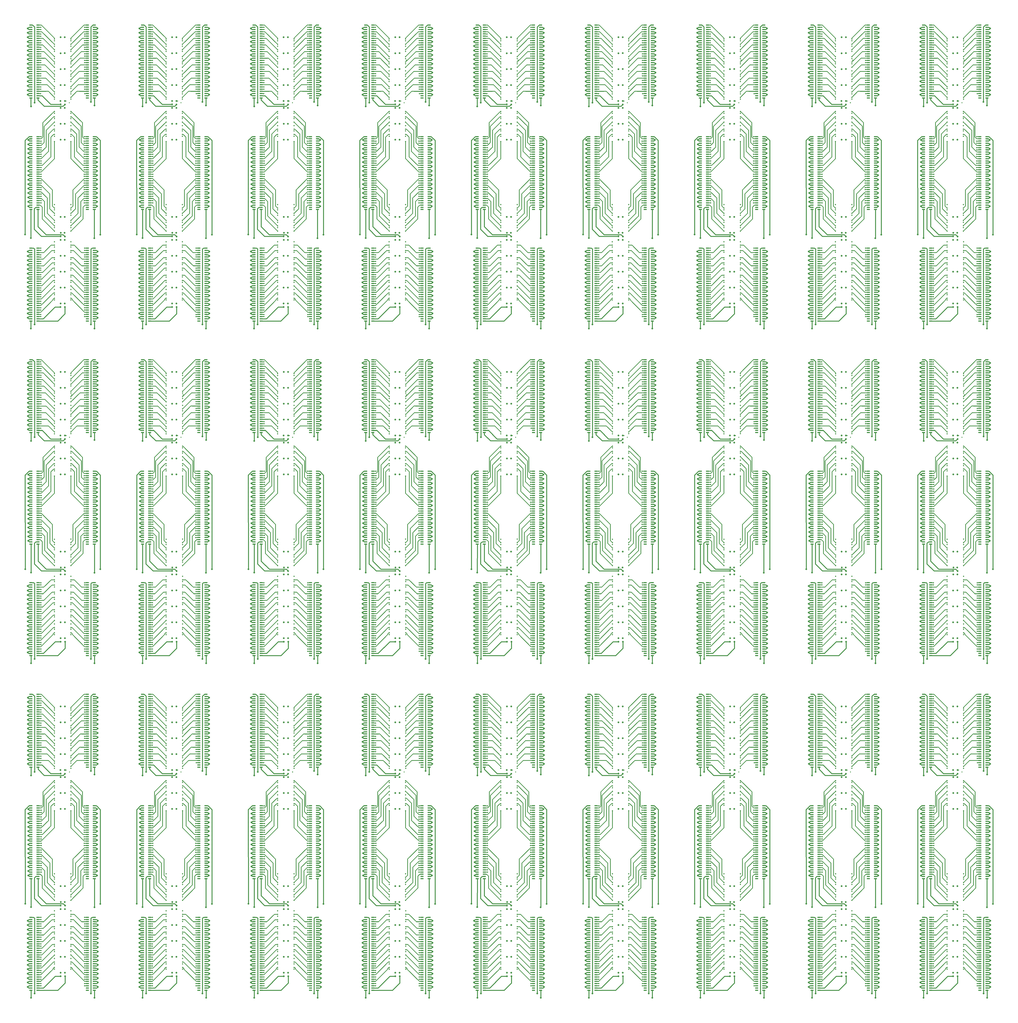
<source format=gbr>
%TF.GenerationSoftware,KiCad,Pcbnew,(5.1.9-0-10_14)*%
%TF.CreationDate,2021-06-01T11:43:05-04:00*%
%TF.ProjectId,9x9backplane,39783962-6163-46b7-906c-616e652e6b69,C*%
%TF.SameCoordinates,Original*%
%TF.FileFunction,Copper,L1,Top*%
%TF.FilePolarity,Positive*%
%FSLAX46Y46*%
G04 Gerber Fmt 4.6, Leading zero omitted, Abs format (unit mm)*
G04 Created by KiCad (PCBNEW (5.1.9-0-10_14)) date 2021-06-01 11:43:05*
%MOMM*%
%LPD*%
G01*
G04 APERTURE LIST*
%TA.AperFunction,SMDPad,CuDef*%
%ADD10R,1.370000X0.610000*%
%TD*%
%TA.AperFunction,ViaPad*%
%ADD11C,0.800000*%
%TD*%
%TA.AperFunction,ViaPad*%
%ADD12C,0.558800*%
%TD*%
%TA.AperFunction,Conductor*%
%ADD13C,0.431800*%
%TD*%
%TA.AperFunction,Conductor*%
%ADD14C,0.381000*%
%TD*%
%TA.AperFunction,Conductor*%
%ADD15C,0.330200*%
%TD*%
G04 APERTURE END LIST*
D10*
%TO.P,J403,68*%
%TO.N,Net-(J403-Pad68)*%
X488135500Y-240990000D03*
%TO.P,J403,67*%
%TO.N,/SiPM_Connector(4-6)/BIAS16*%
X491337500Y-240990000D03*
%TO.P,J403,66*%
%TO.N,Net-(J403-Pad66)*%
X488135500Y-239990000D03*
%TO.P,J403,65*%
%TO.N,GND*%
X491337500Y-239990000D03*
%TO.P,J403,64*%
%TO.N,/SiPM_Connector(4-6)/BCH31*%
X488135500Y-238990000D03*
%TO.P,J403,63*%
%TO.N,GND*%
X491337500Y-238990000D03*
%TO.P,J403,62*%
%TO.N,/SiPM_Connector(4-6)/BCH30*%
X488135500Y-237990000D03*
%TO.P,J403,61*%
%TO.N,GND*%
X491337500Y-237990000D03*
%TO.P,J403,60*%
%TO.N,/SiPM_Connector(4-6)/BCH29*%
X488135500Y-236990000D03*
%TO.P,J403,59*%
%TO.N,GND*%
X491337500Y-236990000D03*
%TO.P,J403,58*%
%TO.N,/SiPM_Connector(4-6)/BCH28*%
X488135500Y-235990000D03*
%TO.P,J403,57*%
%TO.N,GND*%
X491337500Y-235990000D03*
%TO.P,J403,56*%
%TO.N,/SiPM_Connector(4-6)/BCH27*%
X488135500Y-234990000D03*
%TO.P,J403,55*%
%TO.N,GND*%
X491337500Y-234990000D03*
%TO.P,J403,54*%
%TO.N,/SiPM_Connector(4-6)/BCH26*%
X488135500Y-233990000D03*
%TO.P,J403,53*%
%TO.N,GND*%
X491337500Y-233990000D03*
%TO.P,J403,52*%
%TO.N,/SiPM_Connector(4-6)/BCH25*%
X488135500Y-232990000D03*
%TO.P,J403,51*%
%TO.N,GND*%
X491337500Y-232990000D03*
%TO.P,J403,50*%
%TO.N,/SiPM_Connector(4-6)/BCH24*%
X488135500Y-231990000D03*
%TO.P,J403,49*%
%TO.N,GND*%
X491337500Y-231990000D03*
%TO.P,J403,48*%
%TO.N,/SiPM_Connector(4-6)/BCH23*%
X488135500Y-230990000D03*
%TO.P,J403,47*%
%TO.N,GND*%
X491337500Y-230990000D03*
%TO.P,J403,46*%
%TO.N,/SiPM_Connector(4-6)/BCH22*%
X488135500Y-229990000D03*
%TO.P,J403,45*%
%TO.N,GND*%
X491337500Y-229990000D03*
%TO.P,J403,44*%
%TO.N,/SiPM_Connector(4-6)/BCH21*%
X488135500Y-228990000D03*
%TO.P,J403,43*%
%TO.N,GND*%
X491337500Y-228990000D03*
%TO.P,J403,42*%
%TO.N,/SiPM_Connector(4-6)/BCH20*%
X488135500Y-227990000D03*
%TO.P,J403,41*%
%TO.N,GND*%
X491337500Y-227990000D03*
%TO.P,J403,40*%
%TO.N,/SiPM_Connector(4-6)/BCH19*%
X488135500Y-226990000D03*
%TO.P,J403,39*%
%TO.N,GND*%
X491337500Y-226990000D03*
%TO.P,J403,38*%
%TO.N,/SiPM_Connector(4-6)/BCH18*%
X488135500Y-225990000D03*
%TO.P,J403,37*%
%TO.N,GND*%
X491337500Y-225990000D03*
%TO.P,J403,36*%
%TO.N,/SiPM_Connector(4-6)/BCH17*%
X488135500Y-224990000D03*
%TO.P,J403,35*%
%TO.N,GND*%
X491337500Y-224990000D03*
%TO.P,J403,34*%
%TO.N,/SiPM_Connector(4-6)/BCH16*%
X488135500Y-223990000D03*
%TO.P,J403,33*%
%TO.N,GND*%
X491337500Y-223990000D03*
%TO.P,J403,32*%
%TO.N,/SiPM_Connector(4-6)/BCH15*%
X488135500Y-222990000D03*
%TO.P,J403,31*%
%TO.N,GND*%
X491337500Y-222990000D03*
%TO.P,J403,30*%
%TO.N,/SiPM_Connector(4-6)/BCH14*%
X488135500Y-221990000D03*
%TO.P,J403,29*%
%TO.N,GND*%
X491337500Y-221990000D03*
%TO.P,J403,28*%
%TO.N,/SiPM_Connector(4-6)/BCH13*%
X488135500Y-220990000D03*
%TO.P,J403,27*%
%TO.N,GND*%
X491337500Y-220990000D03*
%TO.P,J403,26*%
%TO.N,/SiPM_Connector(4-6)/BCH12*%
X488135500Y-219990000D03*
%TO.P,J403,25*%
%TO.N,GND*%
X491337500Y-219990000D03*
%TO.P,J403,24*%
%TO.N,/SiPM_Connector(4-6)/BCH11*%
X488135500Y-218990000D03*
%TO.P,J403,23*%
%TO.N,GND*%
X491337500Y-218990000D03*
%TO.P,J403,22*%
%TO.N,/SiPM_Connector(4-6)/BCH10*%
X488135500Y-217990000D03*
%TO.P,J403,21*%
%TO.N,GND*%
X491337500Y-217990000D03*
%TO.P,J403,20*%
%TO.N,/SiPM_Connector(4-6)/BCH9*%
X488135500Y-216990000D03*
%TO.P,J403,19*%
%TO.N,GND*%
X491337500Y-216990000D03*
%TO.P,J403,18*%
%TO.N,/SiPM_Connector(4-6)/BCH8*%
X488135500Y-215990000D03*
%TO.P,J403,17*%
%TO.N,GND*%
X491337500Y-215990000D03*
%TO.P,J403,16*%
%TO.N,/SiPM_Connector(4-6)/BCH7*%
X488135500Y-214990000D03*
%TO.P,J403,15*%
%TO.N,GND*%
X491337500Y-214990000D03*
%TO.P,J403,14*%
%TO.N,/SiPM_Connector(4-6)/BCH6*%
X488135500Y-213990000D03*
%TO.P,J403,13*%
%TO.N,GND*%
X491337500Y-213990000D03*
%TO.P,J403,12*%
%TO.N,/SiPM_Connector(4-6)/BCH5*%
X488135500Y-212990000D03*
%TO.P,J403,11*%
%TO.N,GND*%
X491337500Y-212990000D03*
%TO.P,J403,10*%
%TO.N,/SiPM_Connector(4-6)/BCH4*%
X488135500Y-211990000D03*
%TO.P,J403,9*%
%TO.N,GND*%
X491337500Y-211990000D03*
%TO.P,J403,8*%
%TO.N,/SiPM_Connector(4-6)/BCH3*%
X488135500Y-210990000D03*
%TO.P,J403,7*%
%TO.N,GND*%
X491337500Y-210990000D03*
%TO.P,J403,6*%
%TO.N,/SiPM_Connector(4-6)/BCH2*%
X488135500Y-209990000D03*
%TO.P,J403,5*%
%TO.N,GND*%
X491337500Y-209990000D03*
%TO.P,J403,4*%
%TO.N,/SiPM_Connector(4-6)/BCH1*%
X488135500Y-208990000D03*
%TO.P,J403,3*%
%TO.N,GND*%
X491337500Y-208990000D03*
%TO.P,J403,2*%
%TO.N,/SiPM_Connector(4-6)/BCH0*%
X488135500Y-207990000D03*
%TO.P,J403,1*%
%TO.N,/SiPM_Connector(4-6)/BIAS15*%
X491337500Y-207990000D03*
%TD*%
%TO.P,J401,1*%
%TO.N,/SiPM_Connector(4-6)/CH0*%
X465837500Y-207990000D03*
%TO.P,J401,2*%
%TO.N,/SiPM_Connector(4-6)/BIAS13*%
X462635500Y-207990000D03*
%TO.P,J401,3*%
%TO.N,/SiPM_Connector(4-6)/CH1*%
X465837500Y-208990000D03*
%TO.P,J401,4*%
%TO.N,GND*%
X462635500Y-208990000D03*
%TO.P,J401,5*%
%TO.N,/SiPM_Connector(4-6)/CH2*%
X465837500Y-209990000D03*
%TO.P,J401,6*%
%TO.N,GND*%
X462635500Y-209990000D03*
%TO.P,J401,7*%
%TO.N,/SiPM_Connector(4-6)/CH3*%
X465837500Y-210990000D03*
%TO.P,J401,8*%
%TO.N,GND*%
X462635500Y-210990000D03*
%TO.P,J401,9*%
%TO.N,/SiPM_Connector(4-6)/CH4*%
X465837500Y-211990000D03*
%TO.P,J401,10*%
%TO.N,GND*%
X462635500Y-211990000D03*
%TO.P,J401,11*%
%TO.N,/SiPM_Connector(4-6)/CH5*%
X465837500Y-212990000D03*
%TO.P,J401,12*%
%TO.N,GND*%
X462635500Y-212990000D03*
%TO.P,J401,13*%
%TO.N,/SiPM_Connector(4-6)/CH6*%
X465837500Y-213990000D03*
%TO.P,J401,14*%
%TO.N,GND*%
X462635500Y-213990000D03*
%TO.P,J401,15*%
%TO.N,/SiPM_Connector(4-6)/CH7*%
X465837500Y-214990000D03*
%TO.P,J401,16*%
%TO.N,GND*%
X462635500Y-214990000D03*
%TO.P,J401,17*%
%TO.N,/SiPM_Connector(4-6)/CH8*%
X465837500Y-215990000D03*
%TO.P,J401,18*%
%TO.N,GND*%
X462635500Y-215990000D03*
%TO.P,J401,19*%
%TO.N,/SiPM_Connector(4-6)/CH9*%
X465837500Y-216990000D03*
%TO.P,J401,20*%
%TO.N,GND*%
X462635500Y-216990000D03*
%TO.P,J401,21*%
%TO.N,/SiPM_Connector(4-6)/CH10*%
X465837500Y-217990000D03*
%TO.P,J401,22*%
%TO.N,GND*%
X462635500Y-217990000D03*
%TO.P,J401,23*%
%TO.N,/SiPM_Connector(4-6)/CH11*%
X465837500Y-218990000D03*
%TO.P,J401,24*%
%TO.N,GND*%
X462635500Y-218990000D03*
%TO.P,J401,25*%
%TO.N,/SiPM_Connector(4-6)/CH12*%
X465837500Y-219990000D03*
%TO.P,J401,26*%
%TO.N,GND*%
X462635500Y-219990000D03*
%TO.P,J401,27*%
%TO.N,/SiPM_Connector(4-6)/CH13*%
X465837500Y-220990000D03*
%TO.P,J401,28*%
%TO.N,GND*%
X462635500Y-220990000D03*
%TO.P,J401,29*%
%TO.N,/SiPM_Connector(4-6)/CH14*%
X465837500Y-221990000D03*
%TO.P,J401,30*%
%TO.N,GND*%
X462635500Y-221990000D03*
%TO.P,J401,31*%
%TO.N,/SiPM_Connector(4-6)/CH15*%
X465837500Y-222990000D03*
%TO.P,J401,32*%
%TO.N,GND*%
X462635500Y-222990000D03*
%TO.P,J401,33*%
%TO.N,/SiPM_Connector(4-6)/CH16*%
X465837500Y-223990000D03*
%TO.P,J401,34*%
%TO.N,GND*%
X462635500Y-223990000D03*
%TO.P,J401,35*%
%TO.N,/SiPM_Connector(4-6)/CH17*%
X465837500Y-224990000D03*
%TO.P,J401,36*%
%TO.N,GND*%
X462635500Y-224990000D03*
%TO.P,J401,37*%
%TO.N,/SiPM_Connector(4-6)/CH18*%
X465837500Y-225990000D03*
%TO.P,J401,38*%
%TO.N,GND*%
X462635500Y-225990000D03*
%TO.P,J401,39*%
%TO.N,/SiPM_Connector(4-6)/CH19*%
X465837500Y-226990000D03*
%TO.P,J401,40*%
%TO.N,GND*%
X462635500Y-226990000D03*
%TO.P,J401,41*%
%TO.N,/SiPM_Connector(4-6)/CH20*%
X465837500Y-227990000D03*
%TO.P,J401,42*%
%TO.N,GND*%
X462635500Y-227990000D03*
%TO.P,J401,43*%
%TO.N,/SiPM_Connector(4-6)/CH21*%
X465837500Y-228990000D03*
%TO.P,J401,44*%
%TO.N,GND*%
X462635500Y-228990000D03*
%TO.P,J401,45*%
%TO.N,/SiPM_Connector(4-6)/CH22*%
X465837500Y-229990000D03*
%TO.P,J401,46*%
%TO.N,GND*%
X462635500Y-229990000D03*
%TO.P,J401,47*%
%TO.N,/SiPM_Connector(4-6)/CH23*%
X465837500Y-230990000D03*
%TO.P,J401,48*%
%TO.N,GND*%
X462635500Y-230990000D03*
%TO.P,J401,49*%
%TO.N,/SiPM_Connector(4-6)/CH24*%
X465837500Y-231990000D03*
%TO.P,J401,50*%
%TO.N,GND*%
X462635500Y-231990000D03*
%TO.P,J401,51*%
%TO.N,/SiPM_Connector(4-6)/CH25*%
X465837500Y-232990000D03*
%TO.P,J401,52*%
%TO.N,GND*%
X462635500Y-232990000D03*
%TO.P,J401,53*%
%TO.N,/SiPM_Connector(4-6)/CH26*%
X465837500Y-233990000D03*
%TO.P,J401,54*%
%TO.N,GND*%
X462635500Y-233990000D03*
%TO.P,J401,55*%
%TO.N,/SiPM_Connector(4-6)/CH27*%
X465837500Y-234990000D03*
%TO.P,J401,56*%
%TO.N,GND*%
X462635500Y-234990000D03*
%TO.P,J401,57*%
%TO.N,/SiPM_Connector(4-6)/CH28*%
X465837500Y-235990000D03*
%TO.P,J401,58*%
%TO.N,GND*%
X462635500Y-235990000D03*
%TO.P,J401,59*%
%TO.N,/SiPM_Connector(4-6)/CH29*%
X465837500Y-236990000D03*
%TO.P,J401,60*%
%TO.N,GND*%
X462635500Y-236990000D03*
%TO.P,J401,61*%
%TO.N,/SiPM_Connector(4-6)/CH30*%
X465837500Y-237990000D03*
%TO.P,J401,62*%
%TO.N,GND*%
X462635500Y-237990000D03*
%TO.P,J401,63*%
%TO.N,/SiPM_Connector(4-6)/CH31*%
X465837500Y-238990000D03*
%TO.P,J401,64*%
%TO.N,GND*%
X462635500Y-238990000D03*
%TO.P,J401,65*%
%TO.N,/SiPM_Connector(4-6)/VDD*%
X465837500Y-239990000D03*
%TO.P,J401,66*%
%TO.N,GND*%
X462635500Y-239990000D03*
%TO.P,J401,67*%
%TO.N,/SiPM_Connector(4-6)/OUT*%
X465837500Y-240990000D03*
%TO.P,J401,68*%
%TO.N,/SiPM_Connector(4-6)/BIAS14*%
X462635500Y-240990000D03*
%TD*%
%TO.P,J901,68*%
%TO.N,/SiPM_Connector(7-9)/BIAS34*%
X462635500Y-493490000D03*
%TO.P,J901,67*%
%TO.N,/SiPM_Connector(7-9)/OUT*%
X465837500Y-493490000D03*
%TO.P,J901,66*%
%TO.N,GND*%
X462635500Y-492490000D03*
%TO.P,J901,65*%
%TO.N,/SiPM_Connector(7-9)/VDD*%
X465837500Y-492490000D03*
%TO.P,J901,64*%
%TO.N,GND*%
X462635500Y-491490000D03*
%TO.P,J901,63*%
%TO.N,/SiPM_Connector(7-9)/CH95*%
X465837500Y-491490000D03*
%TO.P,J901,62*%
%TO.N,GND*%
X462635500Y-490490000D03*
%TO.P,J901,61*%
%TO.N,/SiPM_Connector(7-9)/CH94*%
X465837500Y-490490000D03*
%TO.P,J901,60*%
%TO.N,GND*%
X462635500Y-489490000D03*
%TO.P,J901,59*%
%TO.N,/SiPM_Connector(7-9)/CH93*%
X465837500Y-489490000D03*
%TO.P,J901,58*%
%TO.N,GND*%
X462635500Y-488490000D03*
%TO.P,J901,57*%
%TO.N,/SiPM_Connector(7-9)/CH92*%
X465837500Y-488490000D03*
%TO.P,J901,56*%
%TO.N,GND*%
X462635500Y-487490000D03*
%TO.P,J901,55*%
%TO.N,/SiPM_Connector(7-9)/CH91*%
X465837500Y-487490000D03*
%TO.P,J901,54*%
%TO.N,GND*%
X462635500Y-486490000D03*
%TO.P,J901,53*%
%TO.N,/SiPM_Connector(7-9)/CH90*%
X465837500Y-486490000D03*
%TO.P,J901,52*%
%TO.N,GND*%
X462635500Y-485490000D03*
%TO.P,J901,51*%
%TO.N,/SiPM_Connector(7-9)/CH89*%
X465837500Y-485490000D03*
%TO.P,J901,50*%
%TO.N,GND*%
X462635500Y-484490000D03*
%TO.P,J901,49*%
%TO.N,/SiPM_Connector(7-9)/CH88*%
X465837500Y-484490000D03*
%TO.P,J901,48*%
%TO.N,GND*%
X462635500Y-483490000D03*
%TO.P,J901,47*%
%TO.N,/SiPM_Connector(7-9)/CH87*%
X465837500Y-483490000D03*
%TO.P,J901,46*%
%TO.N,GND*%
X462635500Y-482490000D03*
%TO.P,J901,45*%
%TO.N,/SiPM_Connector(7-9)/CH86*%
X465837500Y-482490000D03*
%TO.P,J901,44*%
%TO.N,GND*%
X462635500Y-481490000D03*
%TO.P,J901,43*%
%TO.N,/SiPM_Connector(7-9)/CH85*%
X465837500Y-481490000D03*
%TO.P,J901,42*%
%TO.N,GND*%
X462635500Y-480490000D03*
%TO.P,J901,41*%
%TO.N,/SiPM_Connector(7-9)/CH84*%
X465837500Y-480490000D03*
%TO.P,J901,40*%
%TO.N,GND*%
X462635500Y-479490000D03*
%TO.P,J901,39*%
%TO.N,/SiPM_Connector(7-9)/CH83*%
X465837500Y-479490000D03*
%TO.P,J901,38*%
%TO.N,GND*%
X462635500Y-478490000D03*
%TO.P,J901,37*%
%TO.N,/SiPM_Connector(7-9)/CH82*%
X465837500Y-478490000D03*
%TO.P,J901,36*%
%TO.N,GND*%
X462635500Y-477490000D03*
%TO.P,J901,35*%
%TO.N,/SiPM_Connector(7-9)/CH81*%
X465837500Y-477490000D03*
%TO.P,J901,34*%
%TO.N,GND*%
X462635500Y-476490000D03*
%TO.P,J901,33*%
%TO.N,/SiPM_Connector(7-9)/CH80*%
X465837500Y-476490000D03*
%TO.P,J901,32*%
%TO.N,GND*%
X462635500Y-475490000D03*
%TO.P,J901,31*%
%TO.N,/SiPM_Connector(7-9)/CH79*%
X465837500Y-475490000D03*
%TO.P,J901,30*%
%TO.N,GND*%
X462635500Y-474490000D03*
%TO.P,J901,29*%
%TO.N,/SiPM_Connector(7-9)/CH78*%
X465837500Y-474490000D03*
%TO.P,J901,28*%
%TO.N,GND*%
X462635500Y-473490000D03*
%TO.P,J901,27*%
%TO.N,/SiPM_Connector(7-9)/CH77*%
X465837500Y-473490000D03*
%TO.P,J901,26*%
%TO.N,GND*%
X462635500Y-472490000D03*
%TO.P,J901,25*%
%TO.N,/SiPM_Connector(7-9)/CH76*%
X465837500Y-472490000D03*
%TO.P,J901,24*%
%TO.N,GND*%
X462635500Y-471490000D03*
%TO.P,J901,23*%
%TO.N,/SiPM_Connector(7-9)/CH75*%
X465837500Y-471490000D03*
%TO.P,J901,22*%
%TO.N,GND*%
X462635500Y-470490000D03*
%TO.P,J901,21*%
%TO.N,/SiPM_Connector(7-9)/CH74*%
X465837500Y-470490000D03*
%TO.P,J901,20*%
%TO.N,GND*%
X462635500Y-469490000D03*
%TO.P,J901,19*%
%TO.N,/SiPM_Connector(7-9)/CH73*%
X465837500Y-469490000D03*
%TO.P,J901,18*%
%TO.N,GND*%
X462635500Y-468490000D03*
%TO.P,J901,17*%
%TO.N,/SiPM_Connector(7-9)/CH72*%
X465837500Y-468490000D03*
%TO.P,J901,16*%
%TO.N,GND*%
X462635500Y-467490000D03*
%TO.P,J901,15*%
%TO.N,/SiPM_Connector(7-9)/CH71*%
X465837500Y-467490000D03*
%TO.P,J901,14*%
%TO.N,GND*%
X462635500Y-466490000D03*
%TO.P,J901,13*%
%TO.N,/SiPM_Connector(7-9)/CH70*%
X465837500Y-466490000D03*
%TO.P,J901,12*%
%TO.N,GND*%
X462635500Y-465490000D03*
%TO.P,J901,11*%
%TO.N,/SiPM_Connector(7-9)/CH69*%
X465837500Y-465490000D03*
%TO.P,J901,10*%
%TO.N,GND*%
X462635500Y-464490000D03*
%TO.P,J901,9*%
%TO.N,/SiPM_Connector(7-9)/CH68*%
X465837500Y-464490000D03*
%TO.P,J901,8*%
%TO.N,GND*%
X462635500Y-463490000D03*
%TO.P,J901,7*%
%TO.N,/SiPM_Connector(7-9)/CH67*%
X465837500Y-463490000D03*
%TO.P,J901,6*%
%TO.N,GND*%
X462635500Y-462490000D03*
%TO.P,J901,5*%
%TO.N,/SiPM_Connector(7-9)/CH66*%
X465837500Y-462490000D03*
%TO.P,J901,4*%
%TO.N,GND*%
X462635500Y-461490000D03*
%TO.P,J901,3*%
%TO.N,/SiPM_Connector(7-9)/CH65*%
X465837500Y-461490000D03*
%TO.P,J901,2*%
%TO.N,/SiPM_Connector(7-9)/BIAS33*%
X462635500Y-460490000D03*
%TO.P,J901,1*%
%TO.N,/SiPM_Connector(7-9)/CH64*%
X465837500Y-460490000D03*
%TD*%
%TO.P,J803,1*%
%TO.N,/SiPM_Connector(7-9)/BIAS31*%
X491337500Y-409990000D03*
%TO.P,J803,2*%
%TO.N,/SiPM_Connector(7-9)/BCH32*%
X488135500Y-409990000D03*
%TO.P,J803,3*%
%TO.N,GND*%
X491337500Y-410990000D03*
%TO.P,J803,4*%
%TO.N,/SiPM_Connector(7-9)/BCH33*%
X488135500Y-410990000D03*
%TO.P,J803,5*%
%TO.N,GND*%
X491337500Y-411990000D03*
%TO.P,J803,6*%
%TO.N,/SiPM_Connector(7-9)/BCH34*%
X488135500Y-411990000D03*
%TO.P,J803,7*%
%TO.N,GND*%
X491337500Y-412990000D03*
%TO.P,J803,8*%
%TO.N,/SiPM_Connector(7-9)/BCH35*%
X488135500Y-412990000D03*
%TO.P,J803,9*%
%TO.N,GND*%
X491337500Y-413990000D03*
%TO.P,J803,10*%
%TO.N,/SiPM_Connector(7-9)/BCH36*%
X488135500Y-413990000D03*
%TO.P,J803,11*%
%TO.N,GND*%
X491337500Y-414990000D03*
%TO.P,J803,12*%
%TO.N,/SiPM_Connector(7-9)/BCH37*%
X488135500Y-414990000D03*
%TO.P,J803,13*%
%TO.N,GND*%
X491337500Y-415990000D03*
%TO.P,J803,14*%
%TO.N,/SiPM_Connector(7-9)/BCH38*%
X488135500Y-415990000D03*
%TO.P,J803,15*%
%TO.N,GND*%
X491337500Y-416990000D03*
%TO.P,J803,16*%
%TO.N,/SiPM_Connector(7-9)/BCH39*%
X488135500Y-416990000D03*
%TO.P,J803,17*%
%TO.N,GND*%
X491337500Y-417990000D03*
%TO.P,J803,18*%
%TO.N,/SiPM_Connector(7-9)/BCH40*%
X488135500Y-417990000D03*
%TO.P,J803,19*%
%TO.N,GND*%
X491337500Y-418990000D03*
%TO.P,J803,20*%
%TO.N,/SiPM_Connector(7-9)/BCH41*%
X488135500Y-418990000D03*
%TO.P,J803,21*%
%TO.N,GND*%
X491337500Y-419990000D03*
%TO.P,J803,22*%
%TO.N,/SiPM_Connector(7-9)/BCH42*%
X488135500Y-419990000D03*
%TO.P,J803,23*%
%TO.N,GND*%
X491337500Y-420990000D03*
%TO.P,J803,24*%
%TO.N,/SiPM_Connector(7-9)/BCH43*%
X488135500Y-420990000D03*
%TO.P,J803,25*%
%TO.N,GND*%
X491337500Y-421990000D03*
%TO.P,J803,26*%
%TO.N,/SiPM_Connector(7-9)/BCH44*%
X488135500Y-421990000D03*
%TO.P,J803,27*%
%TO.N,GND*%
X491337500Y-422990000D03*
%TO.P,J803,28*%
%TO.N,/SiPM_Connector(7-9)/BCH45*%
X488135500Y-422990000D03*
%TO.P,J803,29*%
%TO.N,GND*%
X491337500Y-423990000D03*
%TO.P,J803,30*%
%TO.N,/SiPM_Connector(7-9)/BCH46*%
X488135500Y-423990000D03*
%TO.P,J803,31*%
%TO.N,GND*%
X491337500Y-424990000D03*
%TO.P,J803,32*%
%TO.N,/SiPM_Connector(7-9)/BCH47*%
X488135500Y-424990000D03*
%TO.P,J803,33*%
%TO.N,GND*%
X491337500Y-425990000D03*
%TO.P,J803,34*%
%TO.N,/SiPM_Connector(7-9)/BCH48*%
X488135500Y-425990000D03*
%TO.P,J803,35*%
%TO.N,GND*%
X491337500Y-426990000D03*
%TO.P,J803,36*%
%TO.N,/SiPM_Connector(7-9)/BCH49*%
X488135500Y-426990000D03*
%TO.P,J803,37*%
%TO.N,GND*%
X491337500Y-427990000D03*
%TO.P,J803,38*%
%TO.N,/SiPM_Connector(7-9)/BCH50*%
X488135500Y-427990000D03*
%TO.P,J803,39*%
%TO.N,GND*%
X491337500Y-428990000D03*
%TO.P,J803,40*%
%TO.N,/SiPM_Connector(7-9)/BCH51*%
X488135500Y-428990000D03*
%TO.P,J803,41*%
%TO.N,GND*%
X491337500Y-429990000D03*
%TO.P,J803,42*%
%TO.N,/SiPM_Connector(7-9)/BCH52*%
X488135500Y-429990000D03*
%TO.P,J803,43*%
%TO.N,GND*%
X491337500Y-430990000D03*
%TO.P,J803,44*%
%TO.N,/SiPM_Connector(7-9)/BCH53*%
X488135500Y-430990000D03*
%TO.P,J803,45*%
%TO.N,GND*%
X491337500Y-431990000D03*
%TO.P,J803,46*%
%TO.N,/SiPM_Connector(7-9)/BCH54*%
X488135500Y-431990000D03*
%TO.P,J803,47*%
%TO.N,GND*%
X491337500Y-432990000D03*
%TO.P,J803,48*%
%TO.N,/SiPM_Connector(7-9)/BCH55*%
X488135500Y-432990000D03*
%TO.P,J803,49*%
%TO.N,GND*%
X491337500Y-433990000D03*
%TO.P,J803,50*%
%TO.N,/SiPM_Connector(7-9)/BCH56*%
X488135500Y-433990000D03*
%TO.P,J803,51*%
%TO.N,GND*%
X491337500Y-434990000D03*
%TO.P,J803,52*%
%TO.N,/SiPM_Connector(7-9)/BCH57*%
X488135500Y-434990000D03*
%TO.P,J803,53*%
%TO.N,GND*%
X491337500Y-435990000D03*
%TO.P,J803,54*%
%TO.N,/SiPM_Connector(7-9)/BCH58*%
X488135500Y-435990000D03*
%TO.P,J803,55*%
%TO.N,GND*%
X491337500Y-436990000D03*
%TO.P,J803,56*%
%TO.N,/SiPM_Connector(7-9)/BCH59*%
X488135500Y-436990000D03*
%TO.P,J803,57*%
%TO.N,GND*%
X491337500Y-437990000D03*
%TO.P,J803,58*%
%TO.N,/SiPM_Connector(7-9)/BCH60*%
X488135500Y-437990000D03*
%TO.P,J803,59*%
%TO.N,GND*%
X491337500Y-438990000D03*
%TO.P,J803,60*%
%TO.N,/SiPM_Connector(7-9)/BCH61*%
X488135500Y-438990000D03*
%TO.P,J803,61*%
%TO.N,GND*%
X491337500Y-439990000D03*
%TO.P,J803,62*%
%TO.N,/SiPM_Connector(7-9)/BCH62*%
X488135500Y-439990000D03*
%TO.P,J803,63*%
%TO.N,GND*%
X491337500Y-440990000D03*
%TO.P,J803,64*%
%TO.N,/SiPM_Connector(7-9)/BCH63*%
X488135500Y-440990000D03*
%TO.P,J803,65*%
%TO.N,GND*%
X491337500Y-441990000D03*
%TO.P,J803,66*%
%TO.N,Net-(J803-Pad66)*%
X488135500Y-441990000D03*
%TO.P,J803,67*%
%TO.N,/SiPM_Connector(7-9)/BIAS32*%
X491337500Y-442990000D03*
%TO.P,J803,68*%
%TO.N,Net-(J803-Pad68)*%
X488135500Y-442990000D03*
%TD*%
%TO.P,J801,68*%
%TO.N,/SiPM_Connector(7-9)/BIAS30*%
X462635500Y-442990000D03*
%TO.P,J801,67*%
%TO.N,/SiPM_Connector(7-9)/OUT*%
X465837500Y-442990000D03*
%TO.P,J801,66*%
%TO.N,GND*%
X462635500Y-441990000D03*
%TO.P,J801,65*%
%TO.N,/SiPM_Connector(7-9)/VDD*%
X465837500Y-441990000D03*
%TO.P,J801,64*%
%TO.N,GND*%
X462635500Y-440990000D03*
%TO.P,J801,63*%
%TO.N,/SiPM_Connector(7-9)/CH63*%
X465837500Y-440990000D03*
%TO.P,J801,62*%
%TO.N,GND*%
X462635500Y-439990000D03*
%TO.P,J801,61*%
%TO.N,/SiPM_Connector(7-9)/CH62*%
X465837500Y-439990000D03*
%TO.P,J801,60*%
%TO.N,GND*%
X462635500Y-438990000D03*
%TO.P,J801,59*%
%TO.N,/SiPM_Connector(7-9)/CH61*%
X465837500Y-438990000D03*
%TO.P,J801,58*%
%TO.N,GND*%
X462635500Y-437990000D03*
%TO.P,J801,57*%
%TO.N,/SiPM_Connector(7-9)/CH60*%
X465837500Y-437990000D03*
%TO.P,J801,56*%
%TO.N,GND*%
X462635500Y-436990000D03*
%TO.P,J801,55*%
%TO.N,/SiPM_Connector(7-9)/CH59*%
X465837500Y-436990000D03*
%TO.P,J801,54*%
%TO.N,GND*%
X462635500Y-435990000D03*
%TO.P,J801,53*%
%TO.N,/SiPM_Connector(7-9)/CH58*%
X465837500Y-435990000D03*
%TO.P,J801,52*%
%TO.N,GND*%
X462635500Y-434990000D03*
%TO.P,J801,51*%
%TO.N,/SiPM_Connector(7-9)/CH57*%
X465837500Y-434990000D03*
%TO.P,J801,50*%
%TO.N,GND*%
X462635500Y-433990000D03*
%TO.P,J801,49*%
%TO.N,/SiPM_Connector(7-9)/CH56*%
X465837500Y-433990000D03*
%TO.P,J801,48*%
%TO.N,GND*%
X462635500Y-432990000D03*
%TO.P,J801,47*%
%TO.N,/SiPM_Connector(7-9)/CH55*%
X465837500Y-432990000D03*
%TO.P,J801,46*%
%TO.N,GND*%
X462635500Y-431990000D03*
%TO.P,J801,45*%
%TO.N,/SiPM_Connector(7-9)/CH54*%
X465837500Y-431990000D03*
%TO.P,J801,44*%
%TO.N,GND*%
X462635500Y-430990000D03*
%TO.P,J801,43*%
%TO.N,/SiPM_Connector(7-9)/CH53*%
X465837500Y-430990000D03*
%TO.P,J801,42*%
%TO.N,GND*%
X462635500Y-429990000D03*
%TO.P,J801,41*%
%TO.N,/SiPM_Connector(7-9)/CH52*%
X465837500Y-429990000D03*
%TO.P,J801,40*%
%TO.N,GND*%
X462635500Y-428990000D03*
%TO.P,J801,39*%
%TO.N,/SiPM_Connector(7-9)/CH51*%
X465837500Y-428990000D03*
%TO.P,J801,38*%
%TO.N,GND*%
X462635500Y-427990000D03*
%TO.P,J801,37*%
%TO.N,/SiPM_Connector(7-9)/CH50*%
X465837500Y-427990000D03*
%TO.P,J801,36*%
%TO.N,GND*%
X462635500Y-426990000D03*
%TO.P,J801,35*%
%TO.N,/SiPM_Connector(7-9)/CH49*%
X465837500Y-426990000D03*
%TO.P,J801,34*%
%TO.N,GND*%
X462635500Y-425990000D03*
%TO.P,J801,33*%
%TO.N,/SiPM_Connector(7-9)/CH48*%
X465837500Y-425990000D03*
%TO.P,J801,32*%
%TO.N,GND*%
X462635500Y-424990000D03*
%TO.P,J801,31*%
%TO.N,/SiPM_Connector(7-9)/CH47*%
X465837500Y-424990000D03*
%TO.P,J801,30*%
%TO.N,GND*%
X462635500Y-423990000D03*
%TO.P,J801,29*%
%TO.N,/SiPM_Connector(7-9)/CH46*%
X465837500Y-423990000D03*
%TO.P,J801,28*%
%TO.N,GND*%
X462635500Y-422990000D03*
%TO.P,J801,27*%
%TO.N,/SiPM_Connector(7-9)/CH45*%
X465837500Y-422990000D03*
%TO.P,J801,26*%
%TO.N,GND*%
X462635500Y-421990000D03*
%TO.P,J801,25*%
%TO.N,/SiPM_Connector(7-9)/CH44*%
X465837500Y-421990000D03*
%TO.P,J801,24*%
%TO.N,GND*%
X462635500Y-420990000D03*
%TO.P,J801,23*%
%TO.N,/SiPM_Connector(7-9)/CH43*%
X465837500Y-420990000D03*
%TO.P,J801,22*%
%TO.N,GND*%
X462635500Y-419990000D03*
%TO.P,J801,21*%
%TO.N,/SiPM_Connector(7-9)/CH42*%
X465837500Y-419990000D03*
%TO.P,J801,20*%
%TO.N,GND*%
X462635500Y-418990000D03*
%TO.P,J801,19*%
%TO.N,/SiPM_Connector(7-9)/CH41*%
X465837500Y-418990000D03*
%TO.P,J801,18*%
%TO.N,GND*%
X462635500Y-417990000D03*
%TO.P,J801,17*%
%TO.N,/SiPM_Connector(7-9)/CH40*%
X465837500Y-417990000D03*
%TO.P,J801,16*%
%TO.N,GND*%
X462635500Y-416990000D03*
%TO.P,J801,15*%
%TO.N,/SiPM_Connector(7-9)/CH39*%
X465837500Y-416990000D03*
%TO.P,J801,14*%
%TO.N,GND*%
X462635500Y-415990000D03*
%TO.P,J801,13*%
%TO.N,/SiPM_Connector(7-9)/CH38*%
X465837500Y-415990000D03*
%TO.P,J801,12*%
%TO.N,GND*%
X462635500Y-414990000D03*
%TO.P,J801,11*%
%TO.N,/SiPM_Connector(7-9)/CH37*%
X465837500Y-414990000D03*
%TO.P,J801,10*%
%TO.N,GND*%
X462635500Y-413990000D03*
%TO.P,J801,9*%
%TO.N,/SiPM_Connector(7-9)/CH36*%
X465837500Y-413990000D03*
%TO.P,J801,8*%
%TO.N,GND*%
X462635500Y-412990000D03*
%TO.P,J801,7*%
%TO.N,/SiPM_Connector(7-9)/CH35*%
X465837500Y-412990000D03*
%TO.P,J801,6*%
%TO.N,GND*%
X462635500Y-411990000D03*
%TO.P,J801,5*%
%TO.N,/SiPM_Connector(7-9)/CH34*%
X465837500Y-411990000D03*
%TO.P,J801,4*%
%TO.N,GND*%
X462635500Y-410990000D03*
%TO.P,J801,3*%
%TO.N,/SiPM_Connector(7-9)/CH33*%
X465837500Y-410990000D03*
%TO.P,J801,2*%
%TO.N,/SiPM_Connector(7-9)/BIAS29*%
X462635500Y-409990000D03*
%TO.P,J801,1*%
%TO.N,/SiPM_Connector(7-9)/CH32*%
X465837500Y-409990000D03*
%TD*%
%TO.P,J703,68*%
%TO.N,Net-(J703-Pad68)*%
X488135500Y-392490000D03*
%TO.P,J703,67*%
%TO.N,/SiPM_Connector(7-9)/BIAS28*%
X491337500Y-392490000D03*
%TO.P,J703,66*%
%TO.N,Net-(J703-Pad66)*%
X488135500Y-391490000D03*
%TO.P,J703,65*%
%TO.N,GND*%
X491337500Y-391490000D03*
%TO.P,J703,64*%
%TO.N,/SiPM_Connector(7-9)/BCH31*%
X488135500Y-390490000D03*
%TO.P,J703,63*%
%TO.N,GND*%
X491337500Y-390490000D03*
%TO.P,J703,62*%
%TO.N,/SiPM_Connector(7-9)/BCH30*%
X488135500Y-389490000D03*
%TO.P,J703,61*%
%TO.N,GND*%
X491337500Y-389490000D03*
%TO.P,J703,60*%
%TO.N,/SiPM_Connector(7-9)/BCH29*%
X488135500Y-388490000D03*
%TO.P,J703,59*%
%TO.N,GND*%
X491337500Y-388490000D03*
%TO.P,J703,58*%
%TO.N,/SiPM_Connector(7-9)/BCH28*%
X488135500Y-387490000D03*
%TO.P,J703,57*%
%TO.N,GND*%
X491337500Y-387490000D03*
%TO.P,J703,56*%
%TO.N,/SiPM_Connector(7-9)/BCH27*%
X488135500Y-386490000D03*
%TO.P,J703,55*%
%TO.N,GND*%
X491337500Y-386490000D03*
%TO.P,J703,54*%
%TO.N,/SiPM_Connector(7-9)/BCH26*%
X488135500Y-385490000D03*
%TO.P,J703,53*%
%TO.N,GND*%
X491337500Y-385490000D03*
%TO.P,J703,52*%
%TO.N,/SiPM_Connector(7-9)/BCH25*%
X488135500Y-384490000D03*
%TO.P,J703,51*%
%TO.N,GND*%
X491337500Y-384490000D03*
%TO.P,J703,50*%
%TO.N,/SiPM_Connector(7-9)/BCH24*%
X488135500Y-383490000D03*
%TO.P,J703,49*%
%TO.N,GND*%
X491337500Y-383490000D03*
%TO.P,J703,48*%
%TO.N,/SiPM_Connector(7-9)/BCH23*%
X488135500Y-382490000D03*
%TO.P,J703,47*%
%TO.N,GND*%
X491337500Y-382490000D03*
%TO.P,J703,46*%
%TO.N,/SiPM_Connector(7-9)/BCH22*%
X488135500Y-381490000D03*
%TO.P,J703,45*%
%TO.N,GND*%
X491337500Y-381490000D03*
%TO.P,J703,44*%
%TO.N,/SiPM_Connector(7-9)/BCH21*%
X488135500Y-380490000D03*
%TO.P,J703,43*%
%TO.N,GND*%
X491337500Y-380490000D03*
%TO.P,J703,42*%
%TO.N,/SiPM_Connector(7-9)/BCH20*%
X488135500Y-379490000D03*
%TO.P,J703,41*%
%TO.N,GND*%
X491337500Y-379490000D03*
%TO.P,J703,40*%
%TO.N,/SiPM_Connector(7-9)/BCH19*%
X488135500Y-378490000D03*
%TO.P,J703,39*%
%TO.N,GND*%
X491337500Y-378490000D03*
%TO.P,J703,38*%
%TO.N,/SiPM_Connector(7-9)/BCH18*%
X488135500Y-377490000D03*
%TO.P,J703,37*%
%TO.N,GND*%
X491337500Y-377490000D03*
%TO.P,J703,36*%
%TO.N,/SiPM_Connector(7-9)/BCH17*%
X488135500Y-376490000D03*
%TO.P,J703,35*%
%TO.N,GND*%
X491337500Y-376490000D03*
%TO.P,J703,34*%
%TO.N,/SiPM_Connector(7-9)/BCH16*%
X488135500Y-375490000D03*
%TO.P,J703,33*%
%TO.N,GND*%
X491337500Y-375490000D03*
%TO.P,J703,32*%
%TO.N,/SiPM_Connector(7-9)/BCH15*%
X488135500Y-374490000D03*
%TO.P,J703,31*%
%TO.N,GND*%
X491337500Y-374490000D03*
%TO.P,J703,30*%
%TO.N,/SiPM_Connector(7-9)/BCH14*%
X488135500Y-373490000D03*
%TO.P,J703,29*%
%TO.N,GND*%
X491337500Y-373490000D03*
%TO.P,J703,28*%
%TO.N,/SiPM_Connector(7-9)/BCH13*%
X488135500Y-372490000D03*
%TO.P,J703,27*%
%TO.N,GND*%
X491337500Y-372490000D03*
%TO.P,J703,26*%
%TO.N,/SiPM_Connector(7-9)/BCH12*%
X488135500Y-371490000D03*
%TO.P,J703,25*%
%TO.N,GND*%
X491337500Y-371490000D03*
%TO.P,J703,24*%
%TO.N,/SiPM_Connector(7-9)/BCH11*%
X488135500Y-370490000D03*
%TO.P,J703,23*%
%TO.N,GND*%
X491337500Y-370490000D03*
%TO.P,J703,22*%
%TO.N,/SiPM_Connector(7-9)/BCH10*%
X488135500Y-369490000D03*
%TO.P,J703,21*%
%TO.N,GND*%
X491337500Y-369490000D03*
%TO.P,J703,20*%
%TO.N,/SiPM_Connector(7-9)/BCH9*%
X488135500Y-368490000D03*
%TO.P,J703,19*%
%TO.N,GND*%
X491337500Y-368490000D03*
%TO.P,J703,18*%
%TO.N,/SiPM_Connector(7-9)/BCH8*%
X488135500Y-367490000D03*
%TO.P,J703,17*%
%TO.N,GND*%
X491337500Y-367490000D03*
%TO.P,J703,16*%
%TO.N,/SiPM_Connector(7-9)/BCH7*%
X488135500Y-366490000D03*
%TO.P,J703,15*%
%TO.N,GND*%
X491337500Y-366490000D03*
%TO.P,J703,14*%
%TO.N,/SiPM_Connector(7-9)/BCH6*%
X488135500Y-365490000D03*
%TO.P,J703,13*%
%TO.N,GND*%
X491337500Y-365490000D03*
%TO.P,J703,12*%
%TO.N,/SiPM_Connector(7-9)/BCH5*%
X488135500Y-364490000D03*
%TO.P,J703,11*%
%TO.N,GND*%
X491337500Y-364490000D03*
%TO.P,J703,10*%
%TO.N,/SiPM_Connector(7-9)/BCH4*%
X488135500Y-363490000D03*
%TO.P,J703,9*%
%TO.N,GND*%
X491337500Y-363490000D03*
%TO.P,J703,8*%
%TO.N,/SiPM_Connector(7-9)/BCH3*%
X488135500Y-362490000D03*
%TO.P,J703,7*%
%TO.N,GND*%
X491337500Y-362490000D03*
%TO.P,J703,6*%
%TO.N,/SiPM_Connector(7-9)/BCH2*%
X488135500Y-361490000D03*
%TO.P,J703,5*%
%TO.N,GND*%
X491337500Y-361490000D03*
%TO.P,J703,4*%
%TO.N,/SiPM_Connector(7-9)/BCH1*%
X488135500Y-360490000D03*
%TO.P,J703,3*%
%TO.N,GND*%
X491337500Y-360490000D03*
%TO.P,J703,2*%
%TO.N,/SiPM_Connector(7-9)/BCH0*%
X488135500Y-359490000D03*
%TO.P,J703,1*%
%TO.N,/SiPM_Connector(7-9)/BIAS27*%
X491337500Y-359490000D03*
%TD*%
%TO.P,J601,68*%
%TO.N,/SiPM_Connector(4-6)/BIAS22*%
X462635500Y-341990000D03*
%TO.P,J601,67*%
%TO.N,/SiPM_Connector(4-6)/OUT*%
X465837500Y-341990000D03*
%TO.P,J601,66*%
%TO.N,GND*%
X462635500Y-340990000D03*
%TO.P,J601,65*%
%TO.N,/SiPM_Connector(4-6)/VDD*%
X465837500Y-340990000D03*
%TO.P,J601,64*%
%TO.N,GND*%
X462635500Y-339990000D03*
%TO.P,J601,63*%
%TO.N,/SiPM_Connector(4-6)/CH95*%
X465837500Y-339990000D03*
%TO.P,J601,62*%
%TO.N,GND*%
X462635500Y-338990000D03*
%TO.P,J601,61*%
%TO.N,/SiPM_Connector(4-6)/CH94*%
X465837500Y-338990000D03*
%TO.P,J601,60*%
%TO.N,GND*%
X462635500Y-337990000D03*
%TO.P,J601,59*%
%TO.N,/SiPM_Connector(4-6)/CH93*%
X465837500Y-337990000D03*
%TO.P,J601,58*%
%TO.N,GND*%
X462635500Y-336990000D03*
%TO.P,J601,57*%
%TO.N,/SiPM_Connector(4-6)/CH92*%
X465837500Y-336990000D03*
%TO.P,J601,56*%
%TO.N,GND*%
X462635500Y-335990000D03*
%TO.P,J601,55*%
%TO.N,/SiPM_Connector(4-6)/CH91*%
X465837500Y-335990000D03*
%TO.P,J601,54*%
%TO.N,GND*%
X462635500Y-334990000D03*
%TO.P,J601,53*%
%TO.N,/SiPM_Connector(4-6)/CH90*%
X465837500Y-334990000D03*
%TO.P,J601,52*%
%TO.N,GND*%
X462635500Y-333990000D03*
%TO.P,J601,51*%
%TO.N,/SiPM_Connector(4-6)/CH89*%
X465837500Y-333990000D03*
%TO.P,J601,50*%
%TO.N,GND*%
X462635500Y-332990000D03*
%TO.P,J601,49*%
%TO.N,/SiPM_Connector(4-6)/CH88*%
X465837500Y-332990000D03*
%TO.P,J601,48*%
%TO.N,GND*%
X462635500Y-331990000D03*
%TO.P,J601,47*%
%TO.N,/SiPM_Connector(4-6)/CH87*%
X465837500Y-331990000D03*
%TO.P,J601,46*%
%TO.N,GND*%
X462635500Y-330990000D03*
%TO.P,J601,45*%
%TO.N,/SiPM_Connector(4-6)/CH86*%
X465837500Y-330990000D03*
%TO.P,J601,44*%
%TO.N,GND*%
X462635500Y-329990000D03*
%TO.P,J601,43*%
%TO.N,/SiPM_Connector(4-6)/CH85*%
X465837500Y-329990000D03*
%TO.P,J601,42*%
%TO.N,GND*%
X462635500Y-328990000D03*
%TO.P,J601,41*%
%TO.N,/SiPM_Connector(4-6)/CH84*%
X465837500Y-328990000D03*
%TO.P,J601,40*%
%TO.N,GND*%
X462635500Y-327990000D03*
%TO.P,J601,39*%
%TO.N,/SiPM_Connector(4-6)/CH83*%
X465837500Y-327990000D03*
%TO.P,J601,38*%
%TO.N,GND*%
X462635500Y-326990000D03*
%TO.P,J601,37*%
%TO.N,/SiPM_Connector(4-6)/CH82*%
X465837500Y-326990000D03*
%TO.P,J601,36*%
%TO.N,GND*%
X462635500Y-325990000D03*
%TO.P,J601,35*%
%TO.N,/SiPM_Connector(4-6)/CH81*%
X465837500Y-325990000D03*
%TO.P,J601,34*%
%TO.N,GND*%
X462635500Y-324990000D03*
%TO.P,J601,33*%
%TO.N,/SiPM_Connector(4-6)/CH80*%
X465837500Y-324990000D03*
%TO.P,J601,32*%
%TO.N,GND*%
X462635500Y-323990000D03*
%TO.P,J601,31*%
%TO.N,/SiPM_Connector(4-6)/CH79*%
X465837500Y-323990000D03*
%TO.P,J601,30*%
%TO.N,GND*%
X462635500Y-322990000D03*
%TO.P,J601,29*%
%TO.N,/SiPM_Connector(4-6)/CH78*%
X465837500Y-322990000D03*
%TO.P,J601,28*%
%TO.N,GND*%
X462635500Y-321990000D03*
%TO.P,J601,27*%
%TO.N,/SiPM_Connector(4-6)/CH77*%
X465837500Y-321990000D03*
%TO.P,J601,26*%
%TO.N,GND*%
X462635500Y-320990000D03*
%TO.P,J601,25*%
%TO.N,/SiPM_Connector(4-6)/CH76*%
X465837500Y-320990000D03*
%TO.P,J601,24*%
%TO.N,GND*%
X462635500Y-319990000D03*
%TO.P,J601,23*%
%TO.N,/SiPM_Connector(4-6)/CH75*%
X465837500Y-319990000D03*
%TO.P,J601,22*%
%TO.N,GND*%
X462635500Y-318990000D03*
%TO.P,J601,21*%
%TO.N,/SiPM_Connector(4-6)/CH74*%
X465837500Y-318990000D03*
%TO.P,J601,20*%
%TO.N,GND*%
X462635500Y-317990000D03*
%TO.P,J601,19*%
%TO.N,/SiPM_Connector(4-6)/CH73*%
X465837500Y-317990000D03*
%TO.P,J601,18*%
%TO.N,GND*%
X462635500Y-316990000D03*
%TO.P,J601,17*%
%TO.N,/SiPM_Connector(4-6)/CH72*%
X465837500Y-316990000D03*
%TO.P,J601,16*%
%TO.N,GND*%
X462635500Y-315990000D03*
%TO.P,J601,15*%
%TO.N,/SiPM_Connector(4-6)/CH71*%
X465837500Y-315990000D03*
%TO.P,J601,14*%
%TO.N,GND*%
X462635500Y-314990000D03*
%TO.P,J601,13*%
%TO.N,/SiPM_Connector(4-6)/CH70*%
X465837500Y-314990000D03*
%TO.P,J601,12*%
%TO.N,GND*%
X462635500Y-313990000D03*
%TO.P,J601,11*%
%TO.N,/SiPM_Connector(4-6)/CH69*%
X465837500Y-313990000D03*
%TO.P,J601,10*%
%TO.N,GND*%
X462635500Y-312990000D03*
%TO.P,J601,9*%
%TO.N,/SiPM_Connector(4-6)/CH68*%
X465837500Y-312990000D03*
%TO.P,J601,8*%
%TO.N,GND*%
X462635500Y-311990000D03*
%TO.P,J601,7*%
%TO.N,/SiPM_Connector(4-6)/CH67*%
X465837500Y-311990000D03*
%TO.P,J601,6*%
%TO.N,GND*%
X462635500Y-310990000D03*
%TO.P,J601,5*%
%TO.N,/SiPM_Connector(4-6)/CH66*%
X465837500Y-310990000D03*
%TO.P,J601,4*%
%TO.N,GND*%
X462635500Y-309990000D03*
%TO.P,J601,3*%
%TO.N,/SiPM_Connector(4-6)/CH65*%
X465837500Y-309990000D03*
%TO.P,J601,2*%
%TO.N,/SiPM_Connector(4-6)/BIAS21*%
X462635500Y-308990000D03*
%TO.P,J601,1*%
%TO.N,/SiPM_Connector(4-6)/CH64*%
X465837500Y-308990000D03*
%TD*%
%TO.P,J201,68*%
%TO.N,/SiPM_Connector(1-3)/BIAS6*%
X462635500Y-139990000D03*
%TO.P,J201,67*%
%TO.N,/SiPM_Connector(1-3)/OUT*%
X465837500Y-139990000D03*
%TO.P,J201,66*%
%TO.N,GND*%
X462635500Y-138990000D03*
%TO.P,J201,65*%
%TO.N,/SiPM_Connector(1-3)/VDD*%
X465837500Y-138990000D03*
%TO.P,J201,64*%
%TO.N,GND*%
X462635500Y-137990000D03*
%TO.P,J201,63*%
%TO.N,/SiPM_Connector(1-3)/CH63*%
X465837500Y-137990000D03*
%TO.P,J201,62*%
%TO.N,GND*%
X462635500Y-136990000D03*
%TO.P,J201,61*%
%TO.N,/SiPM_Connector(1-3)/CH62*%
X465837500Y-136990000D03*
%TO.P,J201,60*%
%TO.N,GND*%
X462635500Y-135990000D03*
%TO.P,J201,59*%
%TO.N,/SiPM_Connector(1-3)/CH61*%
X465837500Y-135990000D03*
%TO.P,J201,58*%
%TO.N,GND*%
X462635500Y-134990000D03*
%TO.P,J201,57*%
%TO.N,/SiPM_Connector(1-3)/CH60*%
X465837500Y-134990000D03*
%TO.P,J201,56*%
%TO.N,GND*%
X462635500Y-133990000D03*
%TO.P,J201,55*%
%TO.N,/SiPM_Connector(1-3)/CH59*%
X465837500Y-133990000D03*
%TO.P,J201,54*%
%TO.N,GND*%
X462635500Y-132990000D03*
%TO.P,J201,53*%
%TO.N,/SiPM_Connector(1-3)/CH58*%
X465837500Y-132990000D03*
%TO.P,J201,52*%
%TO.N,GND*%
X462635500Y-131990000D03*
%TO.P,J201,51*%
%TO.N,/SiPM_Connector(1-3)/CH57*%
X465837500Y-131990000D03*
%TO.P,J201,50*%
%TO.N,GND*%
X462635500Y-130990000D03*
%TO.P,J201,49*%
%TO.N,/SiPM_Connector(1-3)/CH56*%
X465837500Y-130990000D03*
%TO.P,J201,48*%
%TO.N,GND*%
X462635500Y-129990000D03*
%TO.P,J201,47*%
%TO.N,/SiPM_Connector(1-3)/CH55*%
X465837500Y-129990000D03*
%TO.P,J201,46*%
%TO.N,GND*%
X462635500Y-128990000D03*
%TO.P,J201,45*%
%TO.N,/SiPM_Connector(1-3)/CH54*%
X465837500Y-128990000D03*
%TO.P,J201,44*%
%TO.N,GND*%
X462635500Y-127990000D03*
%TO.P,J201,43*%
%TO.N,/SiPM_Connector(1-3)/CH53*%
X465837500Y-127990000D03*
%TO.P,J201,42*%
%TO.N,GND*%
X462635500Y-126990000D03*
%TO.P,J201,41*%
%TO.N,/SiPM_Connector(1-3)/CH52*%
X465837500Y-126990000D03*
%TO.P,J201,40*%
%TO.N,GND*%
X462635500Y-125990000D03*
%TO.P,J201,39*%
%TO.N,/SiPM_Connector(1-3)/CH51*%
X465837500Y-125990000D03*
%TO.P,J201,38*%
%TO.N,GND*%
X462635500Y-124990000D03*
%TO.P,J201,37*%
%TO.N,/SiPM_Connector(1-3)/CH50*%
X465837500Y-124990000D03*
%TO.P,J201,36*%
%TO.N,GND*%
X462635500Y-123990000D03*
%TO.P,J201,35*%
%TO.N,/SiPM_Connector(1-3)/CH49*%
X465837500Y-123990000D03*
%TO.P,J201,34*%
%TO.N,GND*%
X462635500Y-122990000D03*
%TO.P,J201,33*%
%TO.N,/SiPM_Connector(1-3)/CH48*%
X465837500Y-122990000D03*
%TO.P,J201,32*%
%TO.N,GND*%
X462635500Y-121990000D03*
%TO.P,J201,31*%
%TO.N,/SiPM_Connector(1-3)/CH47*%
X465837500Y-121990000D03*
%TO.P,J201,30*%
%TO.N,GND*%
X462635500Y-120990000D03*
%TO.P,J201,29*%
%TO.N,/SiPM_Connector(1-3)/CH46*%
X465837500Y-120990000D03*
%TO.P,J201,28*%
%TO.N,GND*%
X462635500Y-119990000D03*
%TO.P,J201,27*%
%TO.N,/SiPM_Connector(1-3)/CH45*%
X465837500Y-119990000D03*
%TO.P,J201,26*%
%TO.N,GND*%
X462635500Y-118990000D03*
%TO.P,J201,25*%
%TO.N,/SiPM_Connector(1-3)/CH44*%
X465837500Y-118990000D03*
%TO.P,J201,24*%
%TO.N,GND*%
X462635500Y-117990000D03*
%TO.P,J201,23*%
%TO.N,/SiPM_Connector(1-3)/CH43*%
X465837500Y-117990000D03*
%TO.P,J201,22*%
%TO.N,GND*%
X462635500Y-116990000D03*
%TO.P,J201,21*%
%TO.N,/SiPM_Connector(1-3)/CH42*%
X465837500Y-116990000D03*
%TO.P,J201,20*%
%TO.N,GND*%
X462635500Y-115990000D03*
%TO.P,J201,19*%
%TO.N,/SiPM_Connector(1-3)/CH41*%
X465837500Y-115990000D03*
%TO.P,J201,18*%
%TO.N,GND*%
X462635500Y-114990000D03*
%TO.P,J201,17*%
%TO.N,/SiPM_Connector(1-3)/CH40*%
X465837500Y-114990000D03*
%TO.P,J201,16*%
%TO.N,GND*%
X462635500Y-113990000D03*
%TO.P,J201,15*%
%TO.N,/SiPM_Connector(1-3)/CH39*%
X465837500Y-113990000D03*
%TO.P,J201,14*%
%TO.N,GND*%
X462635500Y-112990000D03*
%TO.P,J201,13*%
%TO.N,/SiPM_Connector(1-3)/CH38*%
X465837500Y-112990000D03*
%TO.P,J201,12*%
%TO.N,GND*%
X462635500Y-111990000D03*
%TO.P,J201,11*%
%TO.N,/SiPM_Connector(1-3)/CH37*%
X465837500Y-111990000D03*
%TO.P,J201,10*%
%TO.N,GND*%
X462635500Y-110990000D03*
%TO.P,J201,9*%
%TO.N,/SiPM_Connector(1-3)/CH36*%
X465837500Y-110990000D03*
%TO.P,J201,8*%
%TO.N,GND*%
X462635500Y-109990000D03*
%TO.P,J201,7*%
%TO.N,/SiPM_Connector(1-3)/CH35*%
X465837500Y-109990000D03*
%TO.P,J201,6*%
%TO.N,GND*%
X462635500Y-108990000D03*
%TO.P,J201,5*%
%TO.N,/SiPM_Connector(1-3)/CH34*%
X465837500Y-108990000D03*
%TO.P,J201,4*%
%TO.N,GND*%
X462635500Y-107990000D03*
%TO.P,J201,3*%
%TO.N,/SiPM_Connector(1-3)/CH33*%
X465837500Y-107990000D03*
%TO.P,J201,2*%
%TO.N,/SiPM_Connector(1-3)/BIAS5*%
X462635500Y-106990000D03*
%TO.P,J201,1*%
%TO.N,/SiPM_Connector(1-3)/CH32*%
X465837500Y-106990000D03*
%TD*%
%TO.P,J103,68*%
%TO.N,Net-(J103-Pad68)*%
X488135500Y-89490000D03*
%TO.P,J103,67*%
%TO.N,/SiPM_Connector(1-3)/BIAS4*%
X491337500Y-89490000D03*
%TO.P,J103,66*%
%TO.N,Net-(J103-Pad66)*%
X488135500Y-88490000D03*
%TO.P,J103,65*%
%TO.N,GND*%
X491337500Y-88490000D03*
%TO.P,J103,64*%
%TO.N,/SiPM_Connector(1-3)/BCH31*%
X488135500Y-87490000D03*
%TO.P,J103,63*%
%TO.N,GND*%
X491337500Y-87490000D03*
%TO.P,J103,62*%
%TO.N,/SiPM_Connector(1-3)/BCH30*%
X488135500Y-86490000D03*
%TO.P,J103,61*%
%TO.N,GND*%
X491337500Y-86490000D03*
%TO.P,J103,60*%
%TO.N,/SiPM_Connector(1-3)/BCH29*%
X488135500Y-85490000D03*
%TO.P,J103,59*%
%TO.N,GND*%
X491337500Y-85490000D03*
%TO.P,J103,58*%
%TO.N,/SiPM_Connector(1-3)/BCH28*%
X488135500Y-84490000D03*
%TO.P,J103,57*%
%TO.N,GND*%
X491337500Y-84490000D03*
%TO.P,J103,56*%
%TO.N,/SiPM_Connector(1-3)/BCH27*%
X488135500Y-83490000D03*
%TO.P,J103,55*%
%TO.N,GND*%
X491337500Y-83490000D03*
%TO.P,J103,54*%
%TO.N,/SiPM_Connector(1-3)/BCH26*%
X488135500Y-82490000D03*
%TO.P,J103,53*%
%TO.N,GND*%
X491337500Y-82490000D03*
%TO.P,J103,52*%
%TO.N,/SiPM_Connector(1-3)/BCH25*%
X488135500Y-81490000D03*
%TO.P,J103,51*%
%TO.N,GND*%
X491337500Y-81490000D03*
%TO.P,J103,50*%
%TO.N,/SiPM_Connector(1-3)/BCH24*%
X488135500Y-80490000D03*
%TO.P,J103,49*%
%TO.N,GND*%
X491337500Y-80490000D03*
%TO.P,J103,48*%
%TO.N,/SiPM_Connector(1-3)/BCH23*%
X488135500Y-79490000D03*
%TO.P,J103,47*%
%TO.N,GND*%
X491337500Y-79490000D03*
%TO.P,J103,46*%
%TO.N,/SiPM_Connector(1-3)/BCH22*%
X488135500Y-78490000D03*
%TO.P,J103,45*%
%TO.N,GND*%
X491337500Y-78490000D03*
%TO.P,J103,44*%
%TO.N,/SiPM_Connector(1-3)/BCH21*%
X488135500Y-77490000D03*
%TO.P,J103,43*%
%TO.N,GND*%
X491337500Y-77490000D03*
%TO.P,J103,42*%
%TO.N,/SiPM_Connector(1-3)/BCH20*%
X488135500Y-76490000D03*
%TO.P,J103,41*%
%TO.N,GND*%
X491337500Y-76490000D03*
%TO.P,J103,40*%
%TO.N,/SiPM_Connector(1-3)/BCH19*%
X488135500Y-75490000D03*
%TO.P,J103,39*%
%TO.N,GND*%
X491337500Y-75490000D03*
%TO.P,J103,38*%
%TO.N,/SiPM_Connector(1-3)/BCH18*%
X488135500Y-74490000D03*
%TO.P,J103,37*%
%TO.N,GND*%
X491337500Y-74490000D03*
%TO.P,J103,36*%
%TO.N,/SiPM_Connector(1-3)/BCH17*%
X488135500Y-73490000D03*
%TO.P,J103,35*%
%TO.N,GND*%
X491337500Y-73490000D03*
%TO.P,J103,34*%
%TO.N,/SiPM_Connector(1-3)/BCH16*%
X488135500Y-72490000D03*
%TO.P,J103,33*%
%TO.N,GND*%
X491337500Y-72490000D03*
%TO.P,J103,32*%
%TO.N,/SiPM_Connector(1-3)/BCH15*%
X488135500Y-71490000D03*
%TO.P,J103,31*%
%TO.N,GND*%
X491337500Y-71490000D03*
%TO.P,J103,30*%
%TO.N,/SiPM_Connector(1-3)/BCH14*%
X488135500Y-70490000D03*
%TO.P,J103,29*%
%TO.N,GND*%
X491337500Y-70490000D03*
%TO.P,J103,28*%
%TO.N,/SiPM_Connector(1-3)/BCH13*%
X488135500Y-69490000D03*
%TO.P,J103,27*%
%TO.N,GND*%
X491337500Y-69490000D03*
%TO.P,J103,26*%
%TO.N,/SiPM_Connector(1-3)/BCH12*%
X488135500Y-68490000D03*
%TO.P,J103,25*%
%TO.N,GND*%
X491337500Y-68490000D03*
%TO.P,J103,24*%
%TO.N,/SiPM_Connector(1-3)/BCH11*%
X488135500Y-67490000D03*
%TO.P,J103,23*%
%TO.N,GND*%
X491337500Y-67490000D03*
%TO.P,J103,22*%
%TO.N,/SiPM_Connector(1-3)/BCH10*%
X488135500Y-66490000D03*
%TO.P,J103,21*%
%TO.N,GND*%
X491337500Y-66490000D03*
%TO.P,J103,20*%
%TO.N,/SiPM_Connector(1-3)/BCH9*%
X488135500Y-65490000D03*
%TO.P,J103,19*%
%TO.N,GND*%
X491337500Y-65490000D03*
%TO.P,J103,18*%
%TO.N,/SiPM_Connector(1-3)/BCH8*%
X488135500Y-64490000D03*
%TO.P,J103,17*%
%TO.N,GND*%
X491337500Y-64490000D03*
%TO.P,J103,16*%
%TO.N,/SiPM_Connector(1-3)/BCH7*%
X488135500Y-63490000D03*
%TO.P,J103,15*%
%TO.N,GND*%
X491337500Y-63490000D03*
%TO.P,J103,14*%
%TO.N,/SiPM_Connector(1-3)/BCH6*%
X488135500Y-62490000D03*
%TO.P,J103,13*%
%TO.N,GND*%
X491337500Y-62490000D03*
%TO.P,J103,12*%
%TO.N,/SiPM_Connector(1-3)/BCH5*%
X488135500Y-61490000D03*
%TO.P,J103,11*%
%TO.N,GND*%
X491337500Y-61490000D03*
%TO.P,J103,10*%
%TO.N,/SiPM_Connector(1-3)/BCH4*%
X488135500Y-60490000D03*
%TO.P,J103,9*%
%TO.N,GND*%
X491337500Y-60490000D03*
%TO.P,J103,8*%
%TO.N,/SiPM_Connector(1-3)/BCH3*%
X488135500Y-59490000D03*
%TO.P,J103,7*%
%TO.N,GND*%
X491337500Y-59490000D03*
%TO.P,J103,6*%
%TO.N,/SiPM_Connector(1-3)/BCH2*%
X488135500Y-58490000D03*
%TO.P,J103,5*%
%TO.N,GND*%
X491337500Y-58490000D03*
%TO.P,J103,4*%
%TO.N,/SiPM_Connector(1-3)/BCH1*%
X488135500Y-57490000D03*
%TO.P,J103,3*%
%TO.N,GND*%
X491337500Y-57490000D03*
%TO.P,J103,2*%
%TO.N,/SiPM_Connector(1-3)/BCH0*%
X488135500Y-56490000D03*
%TO.P,J103,1*%
%TO.N,/SiPM_Connector(1-3)/BIAS3*%
X491337500Y-56490000D03*
%TD*%
%TO.P,J701,1*%
%TO.N,/SiPM_Connector(7-9)/CH0*%
X465837500Y-359490000D03*
%TO.P,J701,2*%
%TO.N,/SiPM_Connector(7-9)/BIAS25*%
X462635500Y-359490000D03*
%TO.P,J701,3*%
%TO.N,/SiPM_Connector(7-9)/CH1*%
X465837500Y-360490000D03*
%TO.P,J701,4*%
%TO.N,GND*%
X462635500Y-360490000D03*
%TO.P,J701,5*%
%TO.N,/SiPM_Connector(7-9)/CH2*%
X465837500Y-361490000D03*
%TO.P,J701,6*%
%TO.N,GND*%
X462635500Y-361490000D03*
%TO.P,J701,7*%
%TO.N,/SiPM_Connector(7-9)/CH3*%
X465837500Y-362490000D03*
%TO.P,J701,8*%
%TO.N,GND*%
X462635500Y-362490000D03*
%TO.P,J701,9*%
%TO.N,/SiPM_Connector(7-9)/CH4*%
X465837500Y-363490000D03*
%TO.P,J701,10*%
%TO.N,GND*%
X462635500Y-363490000D03*
%TO.P,J701,11*%
%TO.N,/SiPM_Connector(7-9)/CH5*%
X465837500Y-364490000D03*
%TO.P,J701,12*%
%TO.N,GND*%
X462635500Y-364490000D03*
%TO.P,J701,13*%
%TO.N,/SiPM_Connector(7-9)/CH6*%
X465837500Y-365490000D03*
%TO.P,J701,14*%
%TO.N,GND*%
X462635500Y-365490000D03*
%TO.P,J701,15*%
%TO.N,/SiPM_Connector(7-9)/CH7*%
X465837500Y-366490000D03*
%TO.P,J701,16*%
%TO.N,GND*%
X462635500Y-366490000D03*
%TO.P,J701,17*%
%TO.N,/SiPM_Connector(7-9)/CH8*%
X465837500Y-367490000D03*
%TO.P,J701,18*%
%TO.N,GND*%
X462635500Y-367490000D03*
%TO.P,J701,19*%
%TO.N,/SiPM_Connector(7-9)/CH9*%
X465837500Y-368490000D03*
%TO.P,J701,20*%
%TO.N,GND*%
X462635500Y-368490000D03*
%TO.P,J701,21*%
%TO.N,/SiPM_Connector(7-9)/CH10*%
X465837500Y-369490000D03*
%TO.P,J701,22*%
%TO.N,GND*%
X462635500Y-369490000D03*
%TO.P,J701,23*%
%TO.N,/SiPM_Connector(7-9)/CH11*%
X465837500Y-370490000D03*
%TO.P,J701,24*%
%TO.N,GND*%
X462635500Y-370490000D03*
%TO.P,J701,25*%
%TO.N,/SiPM_Connector(7-9)/CH12*%
X465837500Y-371490000D03*
%TO.P,J701,26*%
%TO.N,GND*%
X462635500Y-371490000D03*
%TO.P,J701,27*%
%TO.N,/SiPM_Connector(7-9)/CH13*%
X465837500Y-372490000D03*
%TO.P,J701,28*%
%TO.N,GND*%
X462635500Y-372490000D03*
%TO.P,J701,29*%
%TO.N,/SiPM_Connector(7-9)/CH14*%
X465837500Y-373490000D03*
%TO.P,J701,30*%
%TO.N,GND*%
X462635500Y-373490000D03*
%TO.P,J701,31*%
%TO.N,/SiPM_Connector(7-9)/CH15*%
X465837500Y-374490000D03*
%TO.P,J701,32*%
%TO.N,GND*%
X462635500Y-374490000D03*
%TO.P,J701,33*%
%TO.N,/SiPM_Connector(7-9)/CH16*%
X465837500Y-375490000D03*
%TO.P,J701,34*%
%TO.N,GND*%
X462635500Y-375490000D03*
%TO.P,J701,35*%
%TO.N,/SiPM_Connector(7-9)/CH17*%
X465837500Y-376490000D03*
%TO.P,J701,36*%
%TO.N,GND*%
X462635500Y-376490000D03*
%TO.P,J701,37*%
%TO.N,/SiPM_Connector(7-9)/CH18*%
X465837500Y-377490000D03*
%TO.P,J701,38*%
%TO.N,GND*%
X462635500Y-377490000D03*
%TO.P,J701,39*%
%TO.N,/SiPM_Connector(7-9)/CH19*%
X465837500Y-378490000D03*
%TO.P,J701,40*%
%TO.N,GND*%
X462635500Y-378490000D03*
%TO.P,J701,41*%
%TO.N,/SiPM_Connector(7-9)/CH20*%
X465837500Y-379490000D03*
%TO.P,J701,42*%
%TO.N,GND*%
X462635500Y-379490000D03*
%TO.P,J701,43*%
%TO.N,/SiPM_Connector(7-9)/CH21*%
X465837500Y-380490000D03*
%TO.P,J701,44*%
%TO.N,GND*%
X462635500Y-380490000D03*
%TO.P,J701,45*%
%TO.N,/SiPM_Connector(7-9)/CH22*%
X465837500Y-381490000D03*
%TO.P,J701,46*%
%TO.N,GND*%
X462635500Y-381490000D03*
%TO.P,J701,47*%
%TO.N,/SiPM_Connector(7-9)/CH23*%
X465837500Y-382490000D03*
%TO.P,J701,48*%
%TO.N,GND*%
X462635500Y-382490000D03*
%TO.P,J701,49*%
%TO.N,/SiPM_Connector(7-9)/CH24*%
X465837500Y-383490000D03*
%TO.P,J701,50*%
%TO.N,GND*%
X462635500Y-383490000D03*
%TO.P,J701,51*%
%TO.N,/SiPM_Connector(7-9)/CH25*%
X465837500Y-384490000D03*
%TO.P,J701,52*%
%TO.N,GND*%
X462635500Y-384490000D03*
%TO.P,J701,53*%
%TO.N,/SiPM_Connector(7-9)/CH26*%
X465837500Y-385490000D03*
%TO.P,J701,54*%
%TO.N,GND*%
X462635500Y-385490000D03*
%TO.P,J701,55*%
%TO.N,/SiPM_Connector(7-9)/CH27*%
X465837500Y-386490000D03*
%TO.P,J701,56*%
%TO.N,GND*%
X462635500Y-386490000D03*
%TO.P,J701,57*%
%TO.N,/SiPM_Connector(7-9)/CH28*%
X465837500Y-387490000D03*
%TO.P,J701,58*%
%TO.N,GND*%
X462635500Y-387490000D03*
%TO.P,J701,59*%
%TO.N,/SiPM_Connector(7-9)/CH29*%
X465837500Y-388490000D03*
%TO.P,J701,60*%
%TO.N,GND*%
X462635500Y-388490000D03*
%TO.P,J701,61*%
%TO.N,/SiPM_Connector(7-9)/CH30*%
X465837500Y-389490000D03*
%TO.P,J701,62*%
%TO.N,GND*%
X462635500Y-389490000D03*
%TO.P,J701,63*%
%TO.N,/SiPM_Connector(7-9)/CH31*%
X465837500Y-390490000D03*
%TO.P,J701,64*%
%TO.N,GND*%
X462635500Y-390490000D03*
%TO.P,J701,65*%
%TO.N,/SiPM_Connector(7-9)/VDD*%
X465837500Y-391490000D03*
%TO.P,J701,66*%
%TO.N,GND*%
X462635500Y-391490000D03*
%TO.P,J701,67*%
%TO.N,/SiPM_Connector(7-9)/OUT*%
X465837500Y-392490000D03*
%TO.P,J701,68*%
%TO.N,/SiPM_Connector(7-9)/BIAS26*%
X462635500Y-392490000D03*
%TD*%
%TO.P,J603,1*%
%TO.N,/SiPM_Connector(4-6)/BIAS23*%
X491337500Y-308990000D03*
%TO.P,J603,2*%
%TO.N,/SiPM_Connector(4-6)/BCH64*%
X488135500Y-308990000D03*
%TO.P,J603,3*%
%TO.N,GND*%
X491337500Y-309990000D03*
%TO.P,J603,4*%
%TO.N,/SiPM_Connector(4-6)/BCH65*%
X488135500Y-309990000D03*
%TO.P,J603,5*%
%TO.N,GND*%
X491337500Y-310990000D03*
%TO.P,J603,6*%
%TO.N,/SiPM_Connector(4-6)/BCH66*%
X488135500Y-310990000D03*
%TO.P,J603,7*%
%TO.N,GND*%
X491337500Y-311990000D03*
%TO.P,J603,8*%
%TO.N,/SiPM_Connector(4-6)/BCH67*%
X488135500Y-311990000D03*
%TO.P,J603,9*%
%TO.N,GND*%
X491337500Y-312990000D03*
%TO.P,J603,10*%
%TO.N,/SiPM_Connector(4-6)/BCH68*%
X488135500Y-312990000D03*
%TO.P,J603,11*%
%TO.N,GND*%
X491337500Y-313990000D03*
%TO.P,J603,12*%
%TO.N,/SiPM_Connector(4-6)/BCH69*%
X488135500Y-313990000D03*
%TO.P,J603,13*%
%TO.N,GND*%
X491337500Y-314990000D03*
%TO.P,J603,14*%
%TO.N,/SiPM_Connector(4-6)/BCH70*%
X488135500Y-314990000D03*
%TO.P,J603,15*%
%TO.N,GND*%
X491337500Y-315990000D03*
%TO.P,J603,16*%
%TO.N,/SiPM_Connector(4-6)/BCH71*%
X488135500Y-315990000D03*
%TO.P,J603,17*%
%TO.N,GND*%
X491337500Y-316990000D03*
%TO.P,J603,18*%
%TO.N,/SiPM_Connector(4-6)/BCH72*%
X488135500Y-316990000D03*
%TO.P,J603,19*%
%TO.N,GND*%
X491337500Y-317990000D03*
%TO.P,J603,20*%
%TO.N,/SiPM_Connector(4-6)/BCH73*%
X488135500Y-317990000D03*
%TO.P,J603,21*%
%TO.N,GND*%
X491337500Y-318990000D03*
%TO.P,J603,22*%
%TO.N,/SiPM_Connector(4-6)/BCH74*%
X488135500Y-318990000D03*
%TO.P,J603,23*%
%TO.N,GND*%
X491337500Y-319990000D03*
%TO.P,J603,24*%
%TO.N,/SiPM_Connector(4-6)/BCH75*%
X488135500Y-319990000D03*
%TO.P,J603,25*%
%TO.N,GND*%
X491337500Y-320990000D03*
%TO.P,J603,26*%
%TO.N,/SiPM_Connector(4-6)/BCH76*%
X488135500Y-320990000D03*
%TO.P,J603,27*%
%TO.N,GND*%
X491337500Y-321990000D03*
%TO.P,J603,28*%
%TO.N,/SiPM_Connector(4-6)/BCH77*%
X488135500Y-321990000D03*
%TO.P,J603,29*%
%TO.N,GND*%
X491337500Y-322990000D03*
%TO.P,J603,30*%
%TO.N,/SiPM_Connector(4-6)/BCH78*%
X488135500Y-322990000D03*
%TO.P,J603,31*%
%TO.N,GND*%
X491337500Y-323990000D03*
%TO.P,J603,32*%
%TO.N,/SiPM_Connector(4-6)/BCH79*%
X488135500Y-323990000D03*
%TO.P,J603,33*%
%TO.N,GND*%
X491337500Y-324990000D03*
%TO.P,J603,34*%
%TO.N,/SiPM_Connector(4-6)/BCH80*%
X488135500Y-324990000D03*
%TO.P,J603,35*%
%TO.N,GND*%
X491337500Y-325990000D03*
%TO.P,J603,36*%
%TO.N,/SiPM_Connector(4-6)/BCH81*%
X488135500Y-325990000D03*
%TO.P,J603,37*%
%TO.N,GND*%
X491337500Y-326990000D03*
%TO.P,J603,38*%
%TO.N,/SiPM_Connector(4-6)/BCH82*%
X488135500Y-326990000D03*
%TO.P,J603,39*%
%TO.N,GND*%
X491337500Y-327990000D03*
%TO.P,J603,40*%
%TO.N,/SiPM_Connector(4-6)/BCH83*%
X488135500Y-327990000D03*
%TO.P,J603,41*%
%TO.N,GND*%
X491337500Y-328990000D03*
%TO.P,J603,42*%
%TO.N,/SiPM_Connector(4-6)/BCH84*%
X488135500Y-328990000D03*
%TO.P,J603,43*%
%TO.N,GND*%
X491337500Y-329990000D03*
%TO.P,J603,44*%
%TO.N,/SiPM_Connector(4-6)/BCH85*%
X488135500Y-329990000D03*
%TO.P,J603,45*%
%TO.N,GND*%
X491337500Y-330990000D03*
%TO.P,J603,46*%
%TO.N,/SiPM_Connector(4-6)/BCH86*%
X488135500Y-330990000D03*
%TO.P,J603,47*%
%TO.N,GND*%
X491337500Y-331990000D03*
%TO.P,J603,48*%
%TO.N,/SiPM_Connector(4-6)/BCH87*%
X488135500Y-331990000D03*
%TO.P,J603,49*%
%TO.N,GND*%
X491337500Y-332990000D03*
%TO.P,J603,50*%
%TO.N,/SiPM_Connector(4-6)/BCH88*%
X488135500Y-332990000D03*
%TO.P,J603,51*%
%TO.N,GND*%
X491337500Y-333990000D03*
%TO.P,J603,52*%
%TO.N,/SiPM_Connector(4-6)/BCH89*%
X488135500Y-333990000D03*
%TO.P,J603,53*%
%TO.N,GND*%
X491337500Y-334990000D03*
%TO.P,J603,54*%
%TO.N,/SiPM_Connector(4-6)/BCH90*%
X488135500Y-334990000D03*
%TO.P,J603,55*%
%TO.N,GND*%
X491337500Y-335990000D03*
%TO.P,J603,56*%
%TO.N,/SiPM_Connector(4-6)/BCH91*%
X488135500Y-335990000D03*
%TO.P,J603,57*%
%TO.N,GND*%
X491337500Y-336990000D03*
%TO.P,J603,58*%
%TO.N,/SiPM_Connector(4-6)/BCH92*%
X488135500Y-336990000D03*
%TO.P,J603,59*%
%TO.N,GND*%
X491337500Y-337990000D03*
%TO.P,J603,60*%
%TO.N,/SiPM_Connector(4-6)/BCH93*%
X488135500Y-337990000D03*
%TO.P,J603,61*%
%TO.N,GND*%
X491337500Y-338990000D03*
%TO.P,J603,62*%
%TO.N,/SiPM_Connector(4-6)/BCH94*%
X488135500Y-338990000D03*
%TO.P,J603,63*%
%TO.N,GND*%
X491337500Y-339990000D03*
%TO.P,J603,64*%
%TO.N,/SiPM_Connector(4-6)/BCH95*%
X488135500Y-339990000D03*
%TO.P,J603,65*%
%TO.N,GND*%
X491337500Y-340990000D03*
%TO.P,J603,66*%
%TO.N,Net-(J603-Pad66)*%
X488135500Y-340990000D03*
%TO.P,J603,67*%
%TO.N,/SiPM_Connector(4-6)/BIAS24*%
X491337500Y-341990000D03*
%TO.P,J603,68*%
%TO.N,Net-(J603-Pad68)*%
X488135500Y-341990000D03*
%TD*%
%TO.P,J101,1*%
%TO.N,/SiPM_Connector(1-3)/CH0*%
X465837500Y-56490000D03*
%TO.P,J101,2*%
%TO.N,/SiPM_Connector(1-3)/BIAS1*%
X462635500Y-56490000D03*
%TO.P,J101,3*%
%TO.N,/SiPM_Connector(1-3)/CH1*%
X465837500Y-57490000D03*
%TO.P,J101,4*%
%TO.N,GND*%
X462635500Y-57490000D03*
%TO.P,J101,5*%
%TO.N,/SiPM_Connector(1-3)/CH2*%
X465837500Y-58490000D03*
%TO.P,J101,6*%
%TO.N,GND*%
X462635500Y-58490000D03*
%TO.P,J101,7*%
%TO.N,/SiPM_Connector(1-3)/CH3*%
X465837500Y-59490000D03*
%TO.P,J101,8*%
%TO.N,GND*%
X462635500Y-59490000D03*
%TO.P,J101,9*%
%TO.N,/SiPM_Connector(1-3)/CH4*%
X465837500Y-60490000D03*
%TO.P,J101,10*%
%TO.N,GND*%
X462635500Y-60490000D03*
%TO.P,J101,11*%
%TO.N,/SiPM_Connector(1-3)/CH5*%
X465837500Y-61490000D03*
%TO.P,J101,12*%
%TO.N,GND*%
X462635500Y-61490000D03*
%TO.P,J101,13*%
%TO.N,/SiPM_Connector(1-3)/CH6*%
X465837500Y-62490000D03*
%TO.P,J101,14*%
%TO.N,GND*%
X462635500Y-62490000D03*
%TO.P,J101,15*%
%TO.N,/SiPM_Connector(1-3)/CH7*%
X465837500Y-63490000D03*
%TO.P,J101,16*%
%TO.N,GND*%
X462635500Y-63490000D03*
%TO.P,J101,17*%
%TO.N,/SiPM_Connector(1-3)/CH8*%
X465837500Y-64490000D03*
%TO.P,J101,18*%
%TO.N,GND*%
X462635500Y-64490000D03*
%TO.P,J101,19*%
%TO.N,/SiPM_Connector(1-3)/CH9*%
X465837500Y-65490000D03*
%TO.P,J101,20*%
%TO.N,GND*%
X462635500Y-65490000D03*
%TO.P,J101,21*%
%TO.N,/SiPM_Connector(1-3)/CH10*%
X465837500Y-66490000D03*
%TO.P,J101,22*%
%TO.N,GND*%
X462635500Y-66490000D03*
%TO.P,J101,23*%
%TO.N,/SiPM_Connector(1-3)/CH11*%
X465837500Y-67490000D03*
%TO.P,J101,24*%
%TO.N,GND*%
X462635500Y-67490000D03*
%TO.P,J101,25*%
%TO.N,/SiPM_Connector(1-3)/CH12*%
X465837500Y-68490000D03*
%TO.P,J101,26*%
%TO.N,GND*%
X462635500Y-68490000D03*
%TO.P,J101,27*%
%TO.N,/SiPM_Connector(1-3)/CH13*%
X465837500Y-69490000D03*
%TO.P,J101,28*%
%TO.N,GND*%
X462635500Y-69490000D03*
%TO.P,J101,29*%
%TO.N,/SiPM_Connector(1-3)/CH14*%
X465837500Y-70490000D03*
%TO.P,J101,30*%
%TO.N,GND*%
X462635500Y-70490000D03*
%TO.P,J101,31*%
%TO.N,/SiPM_Connector(1-3)/CH15*%
X465837500Y-71490000D03*
%TO.P,J101,32*%
%TO.N,GND*%
X462635500Y-71490000D03*
%TO.P,J101,33*%
%TO.N,/SiPM_Connector(1-3)/CH16*%
X465837500Y-72490000D03*
%TO.P,J101,34*%
%TO.N,GND*%
X462635500Y-72490000D03*
%TO.P,J101,35*%
%TO.N,/SiPM_Connector(1-3)/CH17*%
X465837500Y-73490000D03*
%TO.P,J101,36*%
%TO.N,GND*%
X462635500Y-73490000D03*
%TO.P,J101,37*%
%TO.N,/SiPM_Connector(1-3)/CH18*%
X465837500Y-74490000D03*
%TO.P,J101,38*%
%TO.N,GND*%
X462635500Y-74490000D03*
%TO.P,J101,39*%
%TO.N,/SiPM_Connector(1-3)/CH19*%
X465837500Y-75490000D03*
%TO.P,J101,40*%
%TO.N,GND*%
X462635500Y-75490000D03*
%TO.P,J101,41*%
%TO.N,/SiPM_Connector(1-3)/CH20*%
X465837500Y-76490000D03*
%TO.P,J101,42*%
%TO.N,GND*%
X462635500Y-76490000D03*
%TO.P,J101,43*%
%TO.N,/SiPM_Connector(1-3)/CH21*%
X465837500Y-77490000D03*
%TO.P,J101,44*%
%TO.N,GND*%
X462635500Y-77490000D03*
%TO.P,J101,45*%
%TO.N,/SiPM_Connector(1-3)/CH22*%
X465837500Y-78490000D03*
%TO.P,J101,46*%
%TO.N,GND*%
X462635500Y-78490000D03*
%TO.P,J101,47*%
%TO.N,/SiPM_Connector(1-3)/CH23*%
X465837500Y-79490000D03*
%TO.P,J101,48*%
%TO.N,GND*%
X462635500Y-79490000D03*
%TO.P,J101,49*%
%TO.N,/SiPM_Connector(1-3)/CH24*%
X465837500Y-80490000D03*
%TO.P,J101,50*%
%TO.N,GND*%
X462635500Y-80490000D03*
%TO.P,J101,51*%
%TO.N,/SiPM_Connector(1-3)/CH25*%
X465837500Y-81490000D03*
%TO.P,J101,52*%
%TO.N,GND*%
X462635500Y-81490000D03*
%TO.P,J101,53*%
%TO.N,/SiPM_Connector(1-3)/CH26*%
X465837500Y-82490000D03*
%TO.P,J101,54*%
%TO.N,GND*%
X462635500Y-82490000D03*
%TO.P,J101,55*%
%TO.N,/SiPM_Connector(1-3)/CH27*%
X465837500Y-83490000D03*
%TO.P,J101,56*%
%TO.N,GND*%
X462635500Y-83490000D03*
%TO.P,J101,57*%
%TO.N,/SiPM_Connector(1-3)/CH28*%
X465837500Y-84490000D03*
%TO.P,J101,58*%
%TO.N,GND*%
X462635500Y-84490000D03*
%TO.P,J101,59*%
%TO.N,/SiPM_Connector(1-3)/CH29*%
X465837500Y-85490000D03*
%TO.P,J101,60*%
%TO.N,GND*%
X462635500Y-85490000D03*
%TO.P,J101,61*%
%TO.N,/SiPM_Connector(1-3)/CH30*%
X465837500Y-86490000D03*
%TO.P,J101,62*%
%TO.N,GND*%
X462635500Y-86490000D03*
%TO.P,J101,63*%
%TO.N,/SiPM_Connector(1-3)/CH31*%
X465837500Y-87490000D03*
%TO.P,J101,64*%
%TO.N,GND*%
X462635500Y-87490000D03*
%TO.P,J101,65*%
%TO.N,/SiPM_Connector(1-3)/VDD*%
X465837500Y-88490000D03*
%TO.P,J101,66*%
%TO.N,GND*%
X462635500Y-88490000D03*
%TO.P,J101,67*%
%TO.N,/SiPM_Connector(1-3)/OUT*%
X465837500Y-89490000D03*
%TO.P,J101,68*%
%TO.N,/SiPM_Connector(1-3)/BIAS2*%
X462635500Y-89490000D03*
%TD*%
%TO.P,J903,1*%
%TO.N,/SiPM_Connector(7-9)/BIAS35*%
X491337500Y-460490000D03*
%TO.P,J903,2*%
%TO.N,/SiPM_Connector(7-9)/BCH64*%
X488135500Y-460490000D03*
%TO.P,J903,3*%
%TO.N,GND*%
X491337500Y-461490000D03*
%TO.P,J903,4*%
%TO.N,/SiPM_Connector(7-9)/BCH65*%
X488135500Y-461490000D03*
%TO.P,J903,5*%
%TO.N,GND*%
X491337500Y-462490000D03*
%TO.P,J903,6*%
%TO.N,/SiPM_Connector(7-9)/BCH66*%
X488135500Y-462490000D03*
%TO.P,J903,7*%
%TO.N,GND*%
X491337500Y-463490000D03*
%TO.P,J903,8*%
%TO.N,/SiPM_Connector(7-9)/BCH67*%
X488135500Y-463490000D03*
%TO.P,J903,9*%
%TO.N,GND*%
X491337500Y-464490000D03*
%TO.P,J903,10*%
%TO.N,/SiPM_Connector(7-9)/BCH68*%
X488135500Y-464490000D03*
%TO.P,J903,11*%
%TO.N,GND*%
X491337500Y-465490000D03*
%TO.P,J903,12*%
%TO.N,/SiPM_Connector(7-9)/BCH69*%
X488135500Y-465490000D03*
%TO.P,J903,13*%
%TO.N,GND*%
X491337500Y-466490000D03*
%TO.P,J903,14*%
%TO.N,/SiPM_Connector(7-9)/BCH70*%
X488135500Y-466490000D03*
%TO.P,J903,15*%
%TO.N,GND*%
X491337500Y-467490000D03*
%TO.P,J903,16*%
%TO.N,/SiPM_Connector(7-9)/BCH71*%
X488135500Y-467490000D03*
%TO.P,J903,17*%
%TO.N,GND*%
X491337500Y-468490000D03*
%TO.P,J903,18*%
%TO.N,/SiPM_Connector(7-9)/BCH72*%
X488135500Y-468490000D03*
%TO.P,J903,19*%
%TO.N,GND*%
X491337500Y-469490000D03*
%TO.P,J903,20*%
%TO.N,/SiPM_Connector(7-9)/BCH73*%
X488135500Y-469490000D03*
%TO.P,J903,21*%
%TO.N,GND*%
X491337500Y-470490000D03*
%TO.P,J903,22*%
%TO.N,/SiPM_Connector(7-9)/BCH74*%
X488135500Y-470490000D03*
%TO.P,J903,23*%
%TO.N,GND*%
X491337500Y-471490000D03*
%TO.P,J903,24*%
%TO.N,/SiPM_Connector(7-9)/BCH75*%
X488135500Y-471490000D03*
%TO.P,J903,25*%
%TO.N,GND*%
X491337500Y-472490000D03*
%TO.P,J903,26*%
%TO.N,/SiPM_Connector(7-9)/BCH76*%
X488135500Y-472490000D03*
%TO.P,J903,27*%
%TO.N,GND*%
X491337500Y-473490000D03*
%TO.P,J903,28*%
%TO.N,/SiPM_Connector(7-9)/BCH77*%
X488135500Y-473490000D03*
%TO.P,J903,29*%
%TO.N,GND*%
X491337500Y-474490000D03*
%TO.P,J903,30*%
%TO.N,/SiPM_Connector(7-9)/BCH78*%
X488135500Y-474490000D03*
%TO.P,J903,31*%
%TO.N,GND*%
X491337500Y-475490000D03*
%TO.P,J903,32*%
%TO.N,/SiPM_Connector(7-9)/BCH79*%
X488135500Y-475490000D03*
%TO.P,J903,33*%
%TO.N,GND*%
X491337500Y-476490000D03*
%TO.P,J903,34*%
%TO.N,/SiPM_Connector(7-9)/BCH80*%
X488135500Y-476490000D03*
%TO.P,J903,35*%
%TO.N,GND*%
X491337500Y-477490000D03*
%TO.P,J903,36*%
%TO.N,/SiPM_Connector(7-9)/BCH81*%
X488135500Y-477490000D03*
%TO.P,J903,37*%
%TO.N,GND*%
X491337500Y-478490000D03*
%TO.P,J903,38*%
%TO.N,/SiPM_Connector(7-9)/BCH82*%
X488135500Y-478490000D03*
%TO.P,J903,39*%
%TO.N,GND*%
X491337500Y-479490000D03*
%TO.P,J903,40*%
%TO.N,/SiPM_Connector(7-9)/BCH83*%
X488135500Y-479490000D03*
%TO.P,J903,41*%
%TO.N,GND*%
X491337500Y-480490000D03*
%TO.P,J903,42*%
%TO.N,/SiPM_Connector(7-9)/BCH84*%
X488135500Y-480490000D03*
%TO.P,J903,43*%
%TO.N,GND*%
X491337500Y-481490000D03*
%TO.P,J903,44*%
%TO.N,/SiPM_Connector(7-9)/BCH85*%
X488135500Y-481490000D03*
%TO.P,J903,45*%
%TO.N,GND*%
X491337500Y-482490000D03*
%TO.P,J903,46*%
%TO.N,/SiPM_Connector(7-9)/BCH86*%
X488135500Y-482490000D03*
%TO.P,J903,47*%
%TO.N,GND*%
X491337500Y-483490000D03*
%TO.P,J903,48*%
%TO.N,/SiPM_Connector(7-9)/BCH87*%
X488135500Y-483490000D03*
%TO.P,J903,49*%
%TO.N,GND*%
X491337500Y-484490000D03*
%TO.P,J903,50*%
%TO.N,/SiPM_Connector(7-9)/BCH88*%
X488135500Y-484490000D03*
%TO.P,J903,51*%
%TO.N,GND*%
X491337500Y-485490000D03*
%TO.P,J903,52*%
%TO.N,/SiPM_Connector(7-9)/BCH89*%
X488135500Y-485490000D03*
%TO.P,J903,53*%
%TO.N,GND*%
X491337500Y-486490000D03*
%TO.P,J903,54*%
%TO.N,/SiPM_Connector(7-9)/BCH90*%
X488135500Y-486490000D03*
%TO.P,J903,55*%
%TO.N,GND*%
X491337500Y-487490000D03*
%TO.P,J903,56*%
%TO.N,/SiPM_Connector(7-9)/BCH91*%
X488135500Y-487490000D03*
%TO.P,J903,57*%
%TO.N,GND*%
X491337500Y-488490000D03*
%TO.P,J903,58*%
%TO.N,/SiPM_Connector(7-9)/BCH92*%
X488135500Y-488490000D03*
%TO.P,J903,59*%
%TO.N,GND*%
X491337500Y-489490000D03*
%TO.P,J903,60*%
%TO.N,/SiPM_Connector(7-9)/BCH93*%
X488135500Y-489490000D03*
%TO.P,J903,61*%
%TO.N,GND*%
X491337500Y-490490000D03*
%TO.P,J903,62*%
%TO.N,/SiPM_Connector(7-9)/BCH94*%
X488135500Y-490490000D03*
%TO.P,J903,63*%
%TO.N,GND*%
X491337500Y-491490000D03*
%TO.P,J903,64*%
%TO.N,/SiPM_Connector(7-9)/BCH95*%
X488135500Y-491490000D03*
%TO.P,J903,65*%
%TO.N,GND*%
X491337500Y-492490000D03*
%TO.P,J903,66*%
%TO.N,Net-(J903-Pad66)*%
X488135500Y-492490000D03*
%TO.P,J903,67*%
%TO.N,/SiPM_Connector(7-9)/BIAS36*%
X491337500Y-493490000D03*
%TO.P,J903,68*%
%TO.N,Net-(J903-Pad68)*%
X488135500Y-493490000D03*
%TD*%
%TO.P,J303,1*%
%TO.N,/SiPM_Connector(1-3)/BIAS11*%
X491337500Y-157490000D03*
%TO.P,J303,2*%
%TO.N,/SiPM_Connector(1-3)/BCH64*%
X488135500Y-157490000D03*
%TO.P,J303,3*%
%TO.N,GND*%
X491337500Y-158490000D03*
%TO.P,J303,4*%
%TO.N,/SiPM_Connector(1-3)/BCH65*%
X488135500Y-158490000D03*
%TO.P,J303,5*%
%TO.N,GND*%
X491337500Y-159490000D03*
%TO.P,J303,6*%
%TO.N,/SiPM_Connector(1-3)/BCH66*%
X488135500Y-159490000D03*
%TO.P,J303,7*%
%TO.N,GND*%
X491337500Y-160490000D03*
%TO.P,J303,8*%
%TO.N,/SiPM_Connector(1-3)/BCH67*%
X488135500Y-160490000D03*
%TO.P,J303,9*%
%TO.N,GND*%
X491337500Y-161490000D03*
%TO.P,J303,10*%
%TO.N,/SiPM_Connector(1-3)/BCH68*%
X488135500Y-161490000D03*
%TO.P,J303,11*%
%TO.N,GND*%
X491337500Y-162490000D03*
%TO.P,J303,12*%
%TO.N,/SiPM_Connector(1-3)/BCH69*%
X488135500Y-162490000D03*
%TO.P,J303,13*%
%TO.N,GND*%
X491337500Y-163490000D03*
%TO.P,J303,14*%
%TO.N,/SiPM_Connector(1-3)/BCH70*%
X488135500Y-163490000D03*
%TO.P,J303,15*%
%TO.N,GND*%
X491337500Y-164490000D03*
%TO.P,J303,16*%
%TO.N,/SiPM_Connector(1-3)/BCH71*%
X488135500Y-164490000D03*
%TO.P,J303,17*%
%TO.N,GND*%
X491337500Y-165490000D03*
%TO.P,J303,18*%
%TO.N,/SiPM_Connector(1-3)/BCH72*%
X488135500Y-165490000D03*
%TO.P,J303,19*%
%TO.N,GND*%
X491337500Y-166490000D03*
%TO.P,J303,20*%
%TO.N,/SiPM_Connector(1-3)/BCH73*%
X488135500Y-166490000D03*
%TO.P,J303,21*%
%TO.N,GND*%
X491337500Y-167490000D03*
%TO.P,J303,22*%
%TO.N,/SiPM_Connector(1-3)/BCH74*%
X488135500Y-167490000D03*
%TO.P,J303,23*%
%TO.N,GND*%
X491337500Y-168490000D03*
%TO.P,J303,24*%
%TO.N,/SiPM_Connector(1-3)/BCH75*%
X488135500Y-168490000D03*
%TO.P,J303,25*%
%TO.N,GND*%
X491337500Y-169490000D03*
%TO.P,J303,26*%
%TO.N,/SiPM_Connector(1-3)/BCH76*%
X488135500Y-169490000D03*
%TO.P,J303,27*%
%TO.N,GND*%
X491337500Y-170490000D03*
%TO.P,J303,28*%
%TO.N,/SiPM_Connector(1-3)/BCH77*%
X488135500Y-170490000D03*
%TO.P,J303,29*%
%TO.N,GND*%
X491337500Y-171490000D03*
%TO.P,J303,30*%
%TO.N,/SiPM_Connector(1-3)/BCH78*%
X488135500Y-171490000D03*
%TO.P,J303,31*%
%TO.N,GND*%
X491337500Y-172490000D03*
%TO.P,J303,32*%
%TO.N,/SiPM_Connector(1-3)/BCH79*%
X488135500Y-172490000D03*
%TO.P,J303,33*%
%TO.N,GND*%
X491337500Y-173490000D03*
%TO.P,J303,34*%
%TO.N,/SiPM_Connector(1-3)/BCH80*%
X488135500Y-173490000D03*
%TO.P,J303,35*%
%TO.N,GND*%
X491337500Y-174490000D03*
%TO.P,J303,36*%
%TO.N,/SiPM_Connector(1-3)/BCH81*%
X488135500Y-174490000D03*
%TO.P,J303,37*%
%TO.N,GND*%
X491337500Y-175490000D03*
%TO.P,J303,38*%
%TO.N,/SiPM_Connector(1-3)/BCH82*%
X488135500Y-175490000D03*
%TO.P,J303,39*%
%TO.N,GND*%
X491337500Y-176490000D03*
%TO.P,J303,40*%
%TO.N,/SiPM_Connector(1-3)/BCH83*%
X488135500Y-176490000D03*
%TO.P,J303,41*%
%TO.N,GND*%
X491337500Y-177490000D03*
%TO.P,J303,42*%
%TO.N,/SiPM_Connector(1-3)/BCH84*%
X488135500Y-177490000D03*
%TO.P,J303,43*%
%TO.N,GND*%
X491337500Y-178490000D03*
%TO.P,J303,44*%
%TO.N,/SiPM_Connector(1-3)/BCH85*%
X488135500Y-178490000D03*
%TO.P,J303,45*%
%TO.N,GND*%
X491337500Y-179490000D03*
%TO.P,J303,46*%
%TO.N,/SiPM_Connector(1-3)/BCH86*%
X488135500Y-179490000D03*
%TO.P,J303,47*%
%TO.N,GND*%
X491337500Y-180490000D03*
%TO.P,J303,48*%
%TO.N,/SiPM_Connector(1-3)/BCH87*%
X488135500Y-180490000D03*
%TO.P,J303,49*%
%TO.N,GND*%
X491337500Y-181490000D03*
%TO.P,J303,50*%
%TO.N,/SiPM_Connector(1-3)/BCH88*%
X488135500Y-181490000D03*
%TO.P,J303,51*%
%TO.N,GND*%
X491337500Y-182490000D03*
%TO.P,J303,52*%
%TO.N,/SiPM_Connector(1-3)/BCH89*%
X488135500Y-182490000D03*
%TO.P,J303,53*%
%TO.N,GND*%
X491337500Y-183490000D03*
%TO.P,J303,54*%
%TO.N,/SiPM_Connector(1-3)/BCH90*%
X488135500Y-183490000D03*
%TO.P,J303,55*%
%TO.N,GND*%
X491337500Y-184490000D03*
%TO.P,J303,56*%
%TO.N,/SiPM_Connector(1-3)/BCH91*%
X488135500Y-184490000D03*
%TO.P,J303,57*%
%TO.N,GND*%
X491337500Y-185490000D03*
%TO.P,J303,58*%
%TO.N,/SiPM_Connector(1-3)/BCH92*%
X488135500Y-185490000D03*
%TO.P,J303,59*%
%TO.N,GND*%
X491337500Y-186490000D03*
%TO.P,J303,60*%
%TO.N,/SiPM_Connector(1-3)/BCH93*%
X488135500Y-186490000D03*
%TO.P,J303,61*%
%TO.N,GND*%
X491337500Y-187490000D03*
%TO.P,J303,62*%
%TO.N,/SiPM_Connector(1-3)/BCH94*%
X488135500Y-187490000D03*
%TO.P,J303,63*%
%TO.N,GND*%
X491337500Y-188490000D03*
%TO.P,J303,64*%
%TO.N,/SiPM_Connector(1-3)/BCH95*%
X488135500Y-188490000D03*
%TO.P,J303,65*%
%TO.N,GND*%
X491337500Y-189490000D03*
%TO.P,J303,66*%
%TO.N,Net-(J303-Pad66)*%
X488135500Y-189490000D03*
%TO.P,J303,67*%
%TO.N,/SiPM_Connector(1-3)/BIAS12*%
X491337500Y-190490000D03*
%TO.P,J303,68*%
%TO.N,Net-(J303-Pad68)*%
X488135500Y-190490000D03*
%TD*%
%TO.P,J203,1*%
%TO.N,/SiPM_Connector(1-3)/BIAS7*%
X491337500Y-106990000D03*
%TO.P,J203,2*%
%TO.N,/SiPM_Connector(1-3)/BCH32*%
X488135500Y-106990000D03*
%TO.P,J203,3*%
%TO.N,GND*%
X491337500Y-107990000D03*
%TO.P,J203,4*%
%TO.N,/SiPM_Connector(1-3)/BCH33*%
X488135500Y-107990000D03*
%TO.P,J203,5*%
%TO.N,GND*%
X491337500Y-108990000D03*
%TO.P,J203,6*%
%TO.N,/SiPM_Connector(1-3)/BCH34*%
X488135500Y-108990000D03*
%TO.P,J203,7*%
%TO.N,GND*%
X491337500Y-109990000D03*
%TO.P,J203,8*%
%TO.N,/SiPM_Connector(1-3)/BCH35*%
X488135500Y-109990000D03*
%TO.P,J203,9*%
%TO.N,GND*%
X491337500Y-110990000D03*
%TO.P,J203,10*%
%TO.N,/SiPM_Connector(1-3)/BCH36*%
X488135500Y-110990000D03*
%TO.P,J203,11*%
%TO.N,GND*%
X491337500Y-111990000D03*
%TO.P,J203,12*%
%TO.N,/SiPM_Connector(1-3)/BCH37*%
X488135500Y-111990000D03*
%TO.P,J203,13*%
%TO.N,GND*%
X491337500Y-112990000D03*
%TO.P,J203,14*%
%TO.N,/SiPM_Connector(1-3)/BCH38*%
X488135500Y-112990000D03*
%TO.P,J203,15*%
%TO.N,GND*%
X491337500Y-113990000D03*
%TO.P,J203,16*%
%TO.N,/SiPM_Connector(1-3)/BCH39*%
X488135500Y-113990000D03*
%TO.P,J203,17*%
%TO.N,GND*%
X491337500Y-114990000D03*
%TO.P,J203,18*%
%TO.N,/SiPM_Connector(1-3)/BCH40*%
X488135500Y-114990000D03*
%TO.P,J203,19*%
%TO.N,GND*%
X491337500Y-115990000D03*
%TO.P,J203,20*%
%TO.N,/SiPM_Connector(1-3)/BCH41*%
X488135500Y-115990000D03*
%TO.P,J203,21*%
%TO.N,GND*%
X491337500Y-116990000D03*
%TO.P,J203,22*%
%TO.N,/SiPM_Connector(1-3)/BCH42*%
X488135500Y-116990000D03*
%TO.P,J203,23*%
%TO.N,GND*%
X491337500Y-117990000D03*
%TO.P,J203,24*%
%TO.N,/SiPM_Connector(1-3)/BCH43*%
X488135500Y-117990000D03*
%TO.P,J203,25*%
%TO.N,GND*%
X491337500Y-118990000D03*
%TO.P,J203,26*%
%TO.N,/SiPM_Connector(1-3)/BCH44*%
X488135500Y-118990000D03*
%TO.P,J203,27*%
%TO.N,GND*%
X491337500Y-119990000D03*
%TO.P,J203,28*%
%TO.N,/SiPM_Connector(1-3)/BCH45*%
X488135500Y-119990000D03*
%TO.P,J203,29*%
%TO.N,GND*%
X491337500Y-120990000D03*
%TO.P,J203,30*%
%TO.N,/SiPM_Connector(1-3)/BCH46*%
X488135500Y-120990000D03*
%TO.P,J203,31*%
%TO.N,GND*%
X491337500Y-121990000D03*
%TO.P,J203,32*%
%TO.N,/SiPM_Connector(1-3)/BCH47*%
X488135500Y-121990000D03*
%TO.P,J203,33*%
%TO.N,GND*%
X491337500Y-122990000D03*
%TO.P,J203,34*%
%TO.N,/SiPM_Connector(1-3)/BCH48*%
X488135500Y-122990000D03*
%TO.P,J203,35*%
%TO.N,GND*%
X491337500Y-123990000D03*
%TO.P,J203,36*%
%TO.N,/SiPM_Connector(1-3)/BCH49*%
X488135500Y-123990000D03*
%TO.P,J203,37*%
%TO.N,GND*%
X491337500Y-124990000D03*
%TO.P,J203,38*%
%TO.N,/SiPM_Connector(1-3)/BCH50*%
X488135500Y-124990000D03*
%TO.P,J203,39*%
%TO.N,GND*%
X491337500Y-125990000D03*
%TO.P,J203,40*%
%TO.N,/SiPM_Connector(1-3)/BCH51*%
X488135500Y-125990000D03*
%TO.P,J203,41*%
%TO.N,GND*%
X491337500Y-126990000D03*
%TO.P,J203,42*%
%TO.N,/SiPM_Connector(1-3)/BCH52*%
X488135500Y-126990000D03*
%TO.P,J203,43*%
%TO.N,GND*%
X491337500Y-127990000D03*
%TO.P,J203,44*%
%TO.N,/SiPM_Connector(1-3)/BCH53*%
X488135500Y-127990000D03*
%TO.P,J203,45*%
%TO.N,GND*%
X491337500Y-128990000D03*
%TO.P,J203,46*%
%TO.N,/SiPM_Connector(1-3)/BCH54*%
X488135500Y-128990000D03*
%TO.P,J203,47*%
%TO.N,GND*%
X491337500Y-129990000D03*
%TO.P,J203,48*%
%TO.N,/SiPM_Connector(1-3)/BCH55*%
X488135500Y-129990000D03*
%TO.P,J203,49*%
%TO.N,GND*%
X491337500Y-130990000D03*
%TO.P,J203,50*%
%TO.N,/SiPM_Connector(1-3)/BCH56*%
X488135500Y-130990000D03*
%TO.P,J203,51*%
%TO.N,GND*%
X491337500Y-131990000D03*
%TO.P,J203,52*%
%TO.N,/SiPM_Connector(1-3)/BCH57*%
X488135500Y-131990000D03*
%TO.P,J203,53*%
%TO.N,GND*%
X491337500Y-132990000D03*
%TO.P,J203,54*%
%TO.N,/SiPM_Connector(1-3)/BCH58*%
X488135500Y-132990000D03*
%TO.P,J203,55*%
%TO.N,GND*%
X491337500Y-133990000D03*
%TO.P,J203,56*%
%TO.N,/SiPM_Connector(1-3)/BCH59*%
X488135500Y-133990000D03*
%TO.P,J203,57*%
%TO.N,GND*%
X491337500Y-134990000D03*
%TO.P,J203,58*%
%TO.N,/SiPM_Connector(1-3)/BCH60*%
X488135500Y-134990000D03*
%TO.P,J203,59*%
%TO.N,GND*%
X491337500Y-135990000D03*
%TO.P,J203,60*%
%TO.N,/SiPM_Connector(1-3)/BCH61*%
X488135500Y-135990000D03*
%TO.P,J203,61*%
%TO.N,GND*%
X491337500Y-136990000D03*
%TO.P,J203,62*%
%TO.N,/SiPM_Connector(1-3)/BCH62*%
X488135500Y-136990000D03*
%TO.P,J203,63*%
%TO.N,GND*%
X491337500Y-137990000D03*
%TO.P,J203,64*%
%TO.N,/SiPM_Connector(1-3)/BCH63*%
X488135500Y-137990000D03*
%TO.P,J203,65*%
%TO.N,GND*%
X491337500Y-138990000D03*
%TO.P,J203,66*%
%TO.N,Net-(J203-Pad66)*%
X488135500Y-138990000D03*
%TO.P,J203,67*%
%TO.N,/SiPM_Connector(1-3)/BIAS8*%
X491337500Y-139990000D03*
%TO.P,J203,68*%
%TO.N,Net-(J203-Pad68)*%
X488135500Y-139990000D03*
%TD*%
%TO.P,J501,68*%
%TO.N,/SiPM_Connector(4-6)/BIAS18*%
X462635500Y-291490000D03*
%TO.P,J501,67*%
%TO.N,/SiPM_Connector(4-6)/OUT*%
X465837500Y-291490000D03*
%TO.P,J501,66*%
%TO.N,GND*%
X462635500Y-290490000D03*
%TO.P,J501,65*%
%TO.N,/SiPM_Connector(4-6)/VDD*%
X465837500Y-290490000D03*
%TO.P,J501,64*%
%TO.N,GND*%
X462635500Y-289490000D03*
%TO.P,J501,63*%
%TO.N,/SiPM_Connector(4-6)/CH63*%
X465837500Y-289490000D03*
%TO.P,J501,62*%
%TO.N,GND*%
X462635500Y-288490000D03*
%TO.P,J501,61*%
%TO.N,/SiPM_Connector(4-6)/CH62*%
X465837500Y-288490000D03*
%TO.P,J501,60*%
%TO.N,GND*%
X462635500Y-287490000D03*
%TO.P,J501,59*%
%TO.N,/SiPM_Connector(4-6)/CH61*%
X465837500Y-287490000D03*
%TO.P,J501,58*%
%TO.N,GND*%
X462635500Y-286490000D03*
%TO.P,J501,57*%
%TO.N,/SiPM_Connector(4-6)/CH60*%
X465837500Y-286490000D03*
%TO.P,J501,56*%
%TO.N,GND*%
X462635500Y-285490000D03*
%TO.P,J501,55*%
%TO.N,/SiPM_Connector(4-6)/CH59*%
X465837500Y-285490000D03*
%TO.P,J501,54*%
%TO.N,GND*%
X462635500Y-284490000D03*
%TO.P,J501,53*%
%TO.N,/SiPM_Connector(4-6)/CH58*%
X465837500Y-284490000D03*
%TO.P,J501,52*%
%TO.N,GND*%
X462635500Y-283490000D03*
%TO.P,J501,51*%
%TO.N,/SiPM_Connector(4-6)/CH57*%
X465837500Y-283490000D03*
%TO.P,J501,50*%
%TO.N,GND*%
X462635500Y-282490000D03*
%TO.P,J501,49*%
%TO.N,/SiPM_Connector(4-6)/CH56*%
X465837500Y-282490000D03*
%TO.P,J501,48*%
%TO.N,GND*%
X462635500Y-281490000D03*
%TO.P,J501,47*%
%TO.N,/SiPM_Connector(4-6)/CH55*%
X465837500Y-281490000D03*
%TO.P,J501,46*%
%TO.N,GND*%
X462635500Y-280490000D03*
%TO.P,J501,45*%
%TO.N,/SiPM_Connector(4-6)/CH54*%
X465837500Y-280490000D03*
%TO.P,J501,44*%
%TO.N,GND*%
X462635500Y-279490000D03*
%TO.P,J501,43*%
%TO.N,/SiPM_Connector(4-6)/CH53*%
X465837500Y-279490000D03*
%TO.P,J501,42*%
%TO.N,GND*%
X462635500Y-278490000D03*
%TO.P,J501,41*%
%TO.N,/SiPM_Connector(4-6)/CH52*%
X465837500Y-278490000D03*
%TO.P,J501,40*%
%TO.N,GND*%
X462635500Y-277490000D03*
%TO.P,J501,39*%
%TO.N,/SiPM_Connector(4-6)/CH51*%
X465837500Y-277490000D03*
%TO.P,J501,38*%
%TO.N,GND*%
X462635500Y-276490000D03*
%TO.P,J501,37*%
%TO.N,/SiPM_Connector(4-6)/CH50*%
X465837500Y-276490000D03*
%TO.P,J501,36*%
%TO.N,GND*%
X462635500Y-275490000D03*
%TO.P,J501,35*%
%TO.N,/SiPM_Connector(4-6)/CH49*%
X465837500Y-275490000D03*
%TO.P,J501,34*%
%TO.N,GND*%
X462635500Y-274490000D03*
%TO.P,J501,33*%
%TO.N,/SiPM_Connector(4-6)/CH48*%
X465837500Y-274490000D03*
%TO.P,J501,32*%
%TO.N,GND*%
X462635500Y-273490000D03*
%TO.P,J501,31*%
%TO.N,/SiPM_Connector(4-6)/CH47*%
X465837500Y-273490000D03*
%TO.P,J501,30*%
%TO.N,GND*%
X462635500Y-272490000D03*
%TO.P,J501,29*%
%TO.N,/SiPM_Connector(4-6)/CH46*%
X465837500Y-272490000D03*
%TO.P,J501,28*%
%TO.N,GND*%
X462635500Y-271490000D03*
%TO.P,J501,27*%
%TO.N,/SiPM_Connector(4-6)/CH45*%
X465837500Y-271490000D03*
%TO.P,J501,26*%
%TO.N,GND*%
X462635500Y-270490000D03*
%TO.P,J501,25*%
%TO.N,/SiPM_Connector(4-6)/CH44*%
X465837500Y-270490000D03*
%TO.P,J501,24*%
%TO.N,GND*%
X462635500Y-269490000D03*
%TO.P,J501,23*%
%TO.N,/SiPM_Connector(4-6)/CH43*%
X465837500Y-269490000D03*
%TO.P,J501,22*%
%TO.N,GND*%
X462635500Y-268490000D03*
%TO.P,J501,21*%
%TO.N,/SiPM_Connector(4-6)/CH42*%
X465837500Y-268490000D03*
%TO.P,J501,20*%
%TO.N,GND*%
X462635500Y-267490000D03*
%TO.P,J501,19*%
%TO.N,/SiPM_Connector(4-6)/CH41*%
X465837500Y-267490000D03*
%TO.P,J501,18*%
%TO.N,GND*%
X462635500Y-266490000D03*
%TO.P,J501,17*%
%TO.N,/SiPM_Connector(4-6)/CH40*%
X465837500Y-266490000D03*
%TO.P,J501,16*%
%TO.N,GND*%
X462635500Y-265490000D03*
%TO.P,J501,15*%
%TO.N,/SiPM_Connector(4-6)/CH39*%
X465837500Y-265490000D03*
%TO.P,J501,14*%
%TO.N,GND*%
X462635500Y-264490000D03*
%TO.P,J501,13*%
%TO.N,/SiPM_Connector(4-6)/CH38*%
X465837500Y-264490000D03*
%TO.P,J501,12*%
%TO.N,GND*%
X462635500Y-263490000D03*
%TO.P,J501,11*%
%TO.N,/SiPM_Connector(4-6)/CH37*%
X465837500Y-263490000D03*
%TO.P,J501,10*%
%TO.N,GND*%
X462635500Y-262490000D03*
%TO.P,J501,9*%
%TO.N,/SiPM_Connector(4-6)/CH36*%
X465837500Y-262490000D03*
%TO.P,J501,8*%
%TO.N,GND*%
X462635500Y-261490000D03*
%TO.P,J501,7*%
%TO.N,/SiPM_Connector(4-6)/CH35*%
X465837500Y-261490000D03*
%TO.P,J501,6*%
%TO.N,GND*%
X462635500Y-260490000D03*
%TO.P,J501,5*%
%TO.N,/SiPM_Connector(4-6)/CH34*%
X465837500Y-260490000D03*
%TO.P,J501,4*%
%TO.N,GND*%
X462635500Y-259490000D03*
%TO.P,J501,3*%
%TO.N,/SiPM_Connector(4-6)/CH33*%
X465837500Y-259490000D03*
%TO.P,J501,2*%
%TO.N,/SiPM_Connector(4-6)/BIAS17*%
X462635500Y-258490000D03*
%TO.P,J501,1*%
%TO.N,/SiPM_Connector(4-6)/CH32*%
X465837500Y-258490000D03*
%TD*%
%TO.P,J503,1*%
%TO.N,/SiPM_Connector(4-6)/BIAS19*%
X491337500Y-258490000D03*
%TO.P,J503,2*%
%TO.N,/SiPM_Connector(4-6)/BCH32*%
X488135500Y-258490000D03*
%TO.P,J503,3*%
%TO.N,GND*%
X491337500Y-259490000D03*
%TO.P,J503,4*%
%TO.N,/SiPM_Connector(4-6)/BCH33*%
X488135500Y-259490000D03*
%TO.P,J503,5*%
%TO.N,GND*%
X491337500Y-260490000D03*
%TO.P,J503,6*%
%TO.N,/SiPM_Connector(4-6)/BCH34*%
X488135500Y-260490000D03*
%TO.P,J503,7*%
%TO.N,GND*%
X491337500Y-261490000D03*
%TO.P,J503,8*%
%TO.N,/SiPM_Connector(4-6)/BCH35*%
X488135500Y-261490000D03*
%TO.P,J503,9*%
%TO.N,GND*%
X491337500Y-262490000D03*
%TO.P,J503,10*%
%TO.N,/SiPM_Connector(4-6)/BCH36*%
X488135500Y-262490000D03*
%TO.P,J503,11*%
%TO.N,GND*%
X491337500Y-263490000D03*
%TO.P,J503,12*%
%TO.N,/SiPM_Connector(4-6)/BCH37*%
X488135500Y-263490000D03*
%TO.P,J503,13*%
%TO.N,GND*%
X491337500Y-264490000D03*
%TO.P,J503,14*%
%TO.N,/SiPM_Connector(4-6)/BCH38*%
X488135500Y-264490000D03*
%TO.P,J503,15*%
%TO.N,GND*%
X491337500Y-265490000D03*
%TO.P,J503,16*%
%TO.N,/SiPM_Connector(4-6)/BCH39*%
X488135500Y-265490000D03*
%TO.P,J503,17*%
%TO.N,GND*%
X491337500Y-266490000D03*
%TO.P,J503,18*%
%TO.N,/SiPM_Connector(4-6)/BCH40*%
X488135500Y-266490000D03*
%TO.P,J503,19*%
%TO.N,GND*%
X491337500Y-267490000D03*
%TO.P,J503,20*%
%TO.N,/SiPM_Connector(4-6)/BCH41*%
X488135500Y-267490000D03*
%TO.P,J503,21*%
%TO.N,GND*%
X491337500Y-268490000D03*
%TO.P,J503,22*%
%TO.N,/SiPM_Connector(4-6)/BCH42*%
X488135500Y-268490000D03*
%TO.P,J503,23*%
%TO.N,GND*%
X491337500Y-269490000D03*
%TO.P,J503,24*%
%TO.N,/SiPM_Connector(4-6)/BCH43*%
X488135500Y-269490000D03*
%TO.P,J503,25*%
%TO.N,GND*%
X491337500Y-270490000D03*
%TO.P,J503,26*%
%TO.N,/SiPM_Connector(4-6)/BCH44*%
X488135500Y-270490000D03*
%TO.P,J503,27*%
%TO.N,GND*%
X491337500Y-271490000D03*
%TO.P,J503,28*%
%TO.N,/SiPM_Connector(4-6)/BCH45*%
X488135500Y-271490000D03*
%TO.P,J503,29*%
%TO.N,GND*%
X491337500Y-272490000D03*
%TO.P,J503,30*%
%TO.N,/SiPM_Connector(4-6)/BCH46*%
X488135500Y-272490000D03*
%TO.P,J503,31*%
%TO.N,GND*%
X491337500Y-273490000D03*
%TO.P,J503,32*%
%TO.N,/SiPM_Connector(4-6)/BCH47*%
X488135500Y-273490000D03*
%TO.P,J503,33*%
%TO.N,GND*%
X491337500Y-274490000D03*
%TO.P,J503,34*%
%TO.N,/SiPM_Connector(4-6)/BCH48*%
X488135500Y-274490000D03*
%TO.P,J503,35*%
%TO.N,GND*%
X491337500Y-275490000D03*
%TO.P,J503,36*%
%TO.N,/SiPM_Connector(4-6)/BCH49*%
X488135500Y-275490000D03*
%TO.P,J503,37*%
%TO.N,GND*%
X491337500Y-276490000D03*
%TO.P,J503,38*%
%TO.N,/SiPM_Connector(4-6)/BCH50*%
X488135500Y-276490000D03*
%TO.P,J503,39*%
%TO.N,GND*%
X491337500Y-277490000D03*
%TO.P,J503,40*%
%TO.N,/SiPM_Connector(4-6)/BCH51*%
X488135500Y-277490000D03*
%TO.P,J503,41*%
%TO.N,GND*%
X491337500Y-278490000D03*
%TO.P,J503,42*%
%TO.N,/SiPM_Connector(4-6)/BCH52*%
X488135500Y-278490000D03*
%TO.P,J503,43*%
%TO.N,GND*%
X491337500Y-279490000D03*
%TO.P,J503,44*%
%TO.N,/SiPM_Connector(4-6)/BCH53*%
X488135500Y-279490000D03*
%TO.P,J503,45*%
%TO.N,GND*%
X491337500Y-280490000D03*
%TO.P,J503,46*%
%TO.N,/SiPM_Connector(4-6)/BCH54*%
X488135500Y-280490000D03*
%TO.P,J503,47*%
%TO.N,GND*%
X491337500Y-281490000D03*
%TO.P,J503,48*%
%TO.N,/SiPM_Connector(4-6)/BCH55*%
X488135500Y-281490000D03*
%TO.P,J503,49*%
%TO.N,GND*%
X491337500Y-282490000D03*
%TO.P,J503,50*%
%TO.N,/SiPM_Connector(4-6)/BCH56*%
X488135500Y-282490000D03*
%TO.P,J503,51*%
%TO.N,GND*%
X491337500Y-283490000D03*
%TO.P,J503,52*%
%TO.N,/SiPM_Connector(4-6)/BCH57*%
X488135500Y-283490000D03*
%TO.P,J503,53*%
%TO.N,GND*%
X491337500Y-284490000D03*
%TO.P,J503,54*%
%TO.N,/SiPM_Connector(4-6)/BCH58*%
X488135500Y-284490000D03*
%TO.P,J503,55*%
%TO.N,GND*%
X491337500Y-285490000D03*
%TO.P,J503,56*%
%TO.N,/SiPM_Connector(4-6)/BCH59*%
X488135500Y-285490000D03*
%TO.P,J503,57*%
%TO.N,GND*%
X491337500Y-286490000D03*
%TO.P,J503,58*%
%TO.N,/SiPM_Connector(4-6)/BCH60*%
X488135500Y-286490000D03*
%TO.P,J503,59*%
%TO.N,GND*%
X491337500Y-287490000D03*
%TO.P,J503,60*%
%TO.N,/SiPM_Connector(4-6)/BCH61*%
X488135500Y-287490000D03*
%TO.P,J503,61*%
%TO.N,GND*%
X491337500Y-288490000D03*
%TO.P,J503,62*%
%TO.N,/SiPM_Connector(4-6)/BCH62*%
X488135500Y-288490000D03*
%TO.P,J503,63*%
%TO.N,GND*%
X491337500Y-289490000D03*
%TO.P,J503,64*%
%TO.N,/SiPM_Connector(4-6)/BCH63*%
X488135500Y-289490000D03*
%TO.P,J503,65*%
%TO.N,GND*%
X491337500Y-290490000D03*
%TO.P,J503,66*%
%TO.N,Net-(J503-Pad66)*%
X488135500Y-290490000D03*
%TO.P,J503,67*%
%TO.N,/SiPM_Connector(4-6)/BIAS20*%
X491337500Y-291490000D03*
%TO.P,J503,68*%
%TO.N,Net-(J503-Pad68)*%
X488135500Y-291490000D03*
%TD*%
%TO.P,J301,68*%
%TO.N,/SiPM_Connector(1-3)/BIAS10*%
X462635500Y-190490000D03*
%TO.P,J301,67*%
%TO.N,/SiPM_Connector(1-3)/OUT*%
X465837500Y-190490000D03*
%TO.P,J301,66*%
%TO.N,GND*%
X462635500Y-189490000D03*
%TO.P,J301,65*%
%TO.N,/SiPM_Connector(1-3)/VDD*%
X465837500Y-189490000D03*
%TO.P,J301,64*%
%TO.N,GND*%
X462635500Y-188490000D03*
%TO.P,J301,63*%
%TO.N,/SiPM_Connector(1-3)/CH95*%
X465837500Y-188490000D03*
%TO.P,J301,62*%
%TO.N,GND*%
X462635500Y-187490000D03*
%TO.P,J301,61*%
%TO.N,/SiPM_Connector(1-3)/CH94*%
X465837500Y-187490000D03*
%TO.P,J301,60*%
%TO.N,GND*%
X462635500Y-186490000D03*
%TO.P,J301,59*%
%TO.N,/SiPM_Connector(1-3)/CH93*%
X465837500Y-186490000D03*
%TO.P,J301,58*%
%TO.N,GND*%
X462635500Y-185490000D03*
%TO.P,J301,57*%
%TO.N,/SiPM_Connector(1-3)/CH92*%
X465837500Y-185490000D03*
%TO.P,J301,56*%
%TO.N,GND*%
X462635500Y-184490000D03*
%TO.P,J301,55*%
%TO.N,/SiPM_Connector(1-3)/CH91*%
X465837500Y-184490000D03*
%TO.P,J301,54*%
%TO.N,GND*%
X462635500Y-183490000D03*
%TO.P,J301,53*%
%TO.N,/SiPM_Connector(1-3)/CH90*%
X465837500Y-183490000D03*
%TO.P,J301,52*%
%TO.N,GND*%
X462635500Y-182490000D03*
%TO.P,J301,51*%
%TO.N,/SiPM_Connector(1-3)/CH89*%
X465837500Y-182490000D03*
%TO.P,J301,50*%
%TO.N,GND*%
X462635500Y-181490000D03*
%TO.P,J301,49*%
%TO.N,/SiPM_Connector(1-3)/CH88*%
X465837500Y-181490000D03*
%TO.P,J301,48*%
%TO.N,GND*%
X462635500Y-180490000D03*
%TO.P,J301,47*%
%TO.N,/SiPM_Connector(1-3)/CH87*%
X465837500Y-180490000D03*
%TO.P,J301,46*%
%TO.N,GND*%
X462635500Y-179490000D03*
%TO.P,J301,45*%
%TO.N,/SiPM_Connector(1-3)/CH86*%
X465837500Y-179490000D03*
%TO.P,J301,44*%
%TO.N,GND*%
X462635500Y-178490000D03*
%TO.P,J301,43*%
%TO.N,/SiPM_Connector(1-3)/CH85*%
X465837500Y-178490000D03*
%TO.P,J301,42*%
%TO.N,GND*%
X462635500Y-177490000D03*
%TO.P,J301,41*%
%TO.N,/SiPM_Connector(1-3)/CH84*%
X465837500Y-177490000D03*
%TO.P,J301,40*%
%TO.N,GND*%
X462635500Y-176490000D03*
%TO.P,J301,39*%
%TO.N,/SiPM_Connector(1-3)/CH83*%
X465837500Y-176490000D03*
%TO.P,J301,38*%
%TO.N,GND*%
X462635500Y-175490000D03*
%TO.P,J301,37*%
%TO.N,/SiPM_Connector(1-3)/CH82*%
X465837500Y-175490000D03*
%TO.P,J301,36*%
%TO.N,GND*%
X462635500Y-174490000D03*
%TO.P,J301,35*%
%TO.N,/SiPM_Connector(1-3)/CH81*%
X465837500Y-174490000D03*
%TO.P,J301,34*%
%TO.N,GND*%
X462635500Y-173490000D03*
%TO.P,J301,33*%
%TO.N,/SiPM_Connector(1-3)/CH80*%
X465837500Y-173490000D03*
%TO.P,J301,32*%
%TO.N,GND*%
X462635500Y-172490000D03*
%TO.P,J301,31*%
%TO.N,/SiPM_Connector(1-3)/CH79*%
X465837500Y-172490000D03*
%TO.P,J301,30*%
%TO.N,GND*%
X462635500Y-171490000D03*
%TO.P,J301,29*%
%TO.N,/SiPM_Connector(1-3)/CH78*%
X465837500Y-171490000D03*
%TO.P,J301,28*%
%TO.N,GND*%
X462635500Y-170490000D03*
%TO.P,J301,27*%
%TO.N,/SiPM_Connector(1-3)/CH77*%
X465837500Y-170490000D03*
%TO.P,J301,26*%
%TO.N,GND*%
X462635500Y-169490000D03*
%TO.P,J301,25*%
%TO.N,/SiPM_Connector(1-3)/CH76*%
X465837500Y-169490000D03*
%TO.P,J301,24*%
%TO.N,GND*%
X462635500Y-168490000D03*
%TO.P,J301,23*%
%TO.N,/SiPM_Connector(1-3)/CH75*%
X465837500Y-168490000D03*
%TO.P,J301,22*%
%TO.N,GND*%
X462635500Y-167490000D03*
%TO.P,J301,21*%
%TO.N,/SiPM_Connector(1-3)/CH74*%
X465837500Y-167490000D03*
%TO.P,J301,20*%
%TO.N,GND*%
X462635500Y-166490000D03*
%TO.P,J301,19*%
%TO.N,/SiPM_Connector(1-3)/CH73*%
X465837500Y-166490000D03*
%TO.P,J301,18*%
%TO.N,GND*%
X462635500Y-165490000D03*
%TO.P,J301,17*%
%TO.N,/SiPM_Connector(1-3)/CH72*%
X465837500Y-165490000D03*
%TO.P,J301,16*%
%TO.N,GND*%
X462635500Y-164490000D03*
%TO.P,J301,15*%
%TO.N,/SiPM_Connector(1-3)/CH71*%
X465837500Y-164490000D03*
%TO.P,J301,14*%
%TO.N,GND*%
X462635500Y-163490000D03*
%TO.P,J301,13*%
%TO.N,/SiPM_Connector(1-3)/CH70*%
X465837500Y-163490000D03*
%TO.P,J301,12*%
%TO.N,GND*%
X462635500Y-162490000D03*
%TO.P,J301,11*%
%TO.N,/SiPM_Connector(1-3)/CH69*%
X465837500Y-162490000D03*
%TO.P,J301,10*%
%TO.N,GND*%
X462635500Y-161490000D03*
%TO.P,J301,9*%
%TO.N,/SiPM_Connector(1-3)/CH68*%
X465837500Y-161490000D03*
%TO.P,J301,8*%
%TO.N,GND*%
X462635500Y-160490000D03*
%TO.P,J301,7*%
%TO.N,/SiPM_Connector(1-3)/CH67*%
X465837500Y-160490000D03*
%TO.P,J301,6*%
%TO.N,GND*%
X462635500Y-159490000D03*
%TO.P,J301,5*%
%TO.N,/SiPM_Connector(1-3)/CH66*%
X465837500Y-159490000D03*
%TO.P,J301,4*%
%TO.N,GND*%
X462635500Y-158490000D03*
%TO.P,J301,3*%
%TO.N,/SiPM_Connector(1-3)/CH65*%
X465837500Y-158490000D03*
%TO.P,J301,2*%
%TO.N,/SiPM_Connector(1-3)/BIAS9*%
X462635500Y-157490000D03*
%TO.P,J301,1*%
%TO.N,/SiPM_Connector(1-3)/CH64*%
X465837500Y-157490000D03*
%TD*%
%TO.P,J103,1*%
%TO.N,/SiPM_Connector(1-3)/BIAS3*%
X289337500Y-56490000D03*
%TO.P,J103,2*%
%TO.N,/SiPM_Connector(1-3)/BCH0*%
X286135500Y-56490000D03*
%TO.P,J103,3*%
%TO.N,GND*%
X289337500Y-57490000D03*
%TO.P,J103,4*%
%TO.N,/SiPM_Connector(1-3)/BCH1*%
X286135500Y-57490000D03*
%TO.P,J103,5*%
%TO.N,GND*%
X289337500Y-58490000D03*
%TO.P,J103,6*%
%TO.N,/SiPM_Connector(1-3)/BCH2*%
X286135500Y-58490000D03*
%TO.P,J103,7*%
%TO.N,GND*%
X289337500Y-59490000D03*
%TO.P,J103,8*%
%TO.N,/SiPM_Connector(1-3)/BCH3*%
X286135500Y-59490000D03*
%TO.P,J103,9*%
%TO.N,GND*%
X289337500Y-60490000D03*
%TO.P,J103,10*%
%TO.N,/SiPM_Connector(1-3)/BCH4*%
X286135500Y-60490000D03*
%TO.P,J103,11*%
%TO.N,GND*%
X289337500Y-61490000D03*
%TO.P,J103,12*%
%TO.N,/SiPM_Connector(1-3)/BCH5*%
X286135500Y-61490000D03*
%TO.P,J103,13*%
%TO.N,GND*%
X289337500Y-62490000D03*
%TO.P,J103,14*%
%TO.N,/SiPM_Connector(1-3)/BCH6*%
X286135500Y-62490000D03*
%TO.P,J103,15*%
%TO.N,GND*%
X289337500Y-63490000D03*
%TO.P,J103,16*%
%TO.N,/SiPM_Connector(1-3)/BCH7*%
X286135500Y-63490000D03*
%TO.P,J103,17*%
%TO.N,GND*%
X289337500Y-64490000D03*
%TO.P,J103,18*%
%TO.N,/SiPM_Connector(1-3)/BCH8*%
X286135500Y-64490000D03*
%TO.P,J103,19*%
%TO.N,GND*%
X289337500Y-65490000D03*
%TO.P,J103,20*%
%TO.N,/SiPM_Connector(1-3)/BCH9*%
X286135500Y-65490000D03*
%TO.P,J103,21*%
%TO.N,GND*%
X289337500Y-66490000D03*
%TO.P,J103,22*%
%TO.N,/SiPM_Connector(1-3)/BCH10*%
X286135500Y-66490000D03*
%TO.P,J103,23*%
%TO.N,GND*%
X289337500Y-67490000D03*
%TO.P,J103,24*%
%TO.N,/SiPM_Connector(1-3)/BCH11*%
X286135500Y-67490000D03*
%TO.P,J103,25*%
%TO.N,GND*%
X289337500Y-68490000D03*
%TO.P,J103,26*%
%TO.N,/SiPM_Connector(1-3)/BCH12*%
X286135500Y-68490000D03*
%TO.P,J103,27*%
%TO.N,GND*%
X289337500Y-69490000D03*
%TO.P,J103,28*%
%TO.N,/SiPM_Connector(1-3)/BCH13*%
X286135500Y-69490000D03*
%TO.P,J103,29*%
%TO.N,GND*%
X289337500Y-70490000D03*
%TO.P,J103,30*%
%TO.N,/SiPM_Connector(1-3)/BCH14*%
X286135500Y-70490000D03*
%TO.P,J103,31*%
%TO.N,GND*%
X289337500Y-71490000D03*
%TO.P,J103,32*%
%TO.N,/SiPM_Connector(1-3)/BCH15*%
X286135500Y-71490000D03*
%TO.P,J103,33*%
%TO.N,GND*%
X289337500Y-72490000D03*
%TO.P,J103,34*%
%TO.N,/SiPM_Connector(1-3)/BCH16*%
X286135500Y-72490000D03*
%TO.P,J103,35*%
%TO.N,GND*%
X289337500Y-73490000D03*
%TO.P,J103,36*%
%TO.N,/SiPM_Connector(1-3)/BCH17*%
X286135500Y-73490000D03*
%TO.P,J103,37*%
%TO.N,GND*%
X289337500Y-74490000D03*
%TO.P,J103,38*%
%TO.N,/SiPM_Connector(1-3)/BCH18*%
X286135500Y-74490000D03*
%TO.P,J103,39*%
%TO.N,GND*%
X289337500Y-75490000D03*
%TO.P,J103,40*%
%TO.N,/SiPM_Connector(1-3)/BCH19*%
X286135500Y-75490000D03*
%TO.P,J103,41*%
%TO.N,GND*%
X289337500Y-76490000D03*
%TO.P,J103,42*%
%TO.N,/SiPM_Connector(1-3)/BCH20*%
X286135500Y-76490000D03*
%TO.P,J103,43*%
%TO.N,GND*%
X289337500Y-77490000D03*
%TO.P,J103,44*%
%TO.N,/SiPM_Connector(1-3)/BCH21*%
X286135500Y-77490000D03*
%TO.P,J103,45*%
%TO.N,GND*%
X289337500Y-78490000D03*
%TO.P,J103,46*%
%TO.N,/SiPM_Connector(1-3)/BCH22*%
X286135500Y-78490000D03*
%TO.P,J103,47*%
%TO.N,GND*%
X289337500Y-79490000D03*
%TO.P,J103,48*%
%TO.N,/SiPM_Connector(1-3)/BCH23*%
X286135500Y-79490000D03*
%TO.P,J103,49*%
%TO.N,GND*%
X289337500Y-80490000D03*
%TO.P,J103,50*%
%TO.N,/SiPM_Connector(1-3)/BCH24*%
X286135500Y-80490000D03*
%TO.P,J103,51*%
%TO.N,GND*%
X289337500Y-81490000D03*
%TO.P,J103,52*%
%TO.N,/SiPM_Connector(1-3)/BCH25*%
X286135500Y-81490000D03*
%TO.P,J103,53*%
%TO.N,GND*%
X289337500Y-82490000D03*
%TO.P,J103,54*%
%TO.N,/SiPM_Connector(1-3)/BCH26*%
X286135500Y-82490000D03*
%TO.P,J103,55*%
%TO.N,GND*%
X289337500Y-83490000D03*
%TO.P,J103,56*%
%TO.N,/SiPM_Connector(1-3)/BCH27*%
X286135500Y-83490000D03*
%TO.P,J103,57*%
%TO.N,GND*%
X289337500Y-84490000D03*
%TO.P,J103,58*%
%TO.N,/SiPM_Connector(1-3)/BCH28*%
X286135500Y-84490000D03*
%TO.P,J103,59*%
%TO.N,GND*%
X289337500Y-85490000D03*
%TO.P,J103,60*%
%TO.N,/SiPM_Connector(1-3)/BCH29*%
X286135500Y-85490000D03*
%TO.P,J103,61*%
%TO.N,GND*%
X289337500Y-86490000D03*
%TO.P,J103,62*%
%TO.N,/SiPM_Connector(1-3)/BCH30*%
X286135500Y-86490000D03*
%TO.P,J103,63*%
%TO.N,GND*%
X289337500Y-87490000D03*
%TO.P,J103,64*%
%TO.N,/SiPM_Connector(1-3)/BCH31*%
X286135500Y-87490000D03*
%TO.P,J103,65*%
%TO.N,GND*%
X289337500Y-88490000D03*
%TO.P,J103,66*%
%TO.N,Net-(J103-Pad66)*%
X286135500Y-88490000D03*
%TO.P,J103,67*%
%TO.N,/SiPM_Connector(1-3)/BIAS4*%
X289337500Y-89490000D03*
%TO.P,J103,68*%
%TO.N,Net-(J103-Pad68)*%
X286135500Y-89490000D03*
%TD*%
%TO.P,J803,1*%
%TO.N,/SiPM_Connector(7-9)/BIAS31*%
X390337500Y-409990000D03*
%TO.P,J803,2*%
%TO.N,/SiPM_Connector(7-9)/BCH32*%
X387135500Y-409990000D03*
%TO.P,J803,3*%
%TO.N,GND*%
X390337500Y-410990000D03*
%TO.P,J803,4*%
%TO.N,/SiPM_Connector(7-9)/BCH33*%
X387135500Y-410990000D03*
%TO.P,J803,5*%
%TO.N,GND*%
X390337500Y-411990000D03*
%TO.P,J803,6*%
%TO.N,/SiPM_Connector(7-9)/BCH34*%
X387135500Y-411990000D03*
%TO.P,J803,7*%
%TO.N,GND*%
X390337500Y-412990000D03*
%TO.P,J803,8*%
%TO.N,/SiPM_Connector(7-9)/BCH35*%
X387135500Y-412990000D03*
%TO.P,J803,9*%
%TO.N,GND*%
X390337500Y-413990000D03*
%TO.P,J803,10*%
%TO.N,/SiPM_Connector(7-9)/BCH36*%
X387135500Y-413990000D03*
%TO.P,J803,11*%
%TO.N,GND*%
X390337500Y-414990000D03*
%TO.P,J803,12*%
%TO.N,/SiPM_Connector(7-9)/BCH37*%
X387135500Y-414990000D03*
%TO.P,J803,13*%
%TO.N,GND*%
X390337500Y-415990000D03*
%TO.P,J803,14*%
%TO.N,/SiPM_Connector(7-9)/BCH38*%
X387135500Y-415990000D03*
%TO.P,J803,15*%
%TO.N,GND*%
X390337500Y-416990000D03*
%TO.P,J803,16*%
%TO.N,/SiPM_Connector(7-9)/BCH39*%
X387135500Y-416990000D03*
%TO.P,J803,17*%
%TO.N,GND*%
X390337500Y-417990000D03*
%TO.P,J803,18*%
%TO.N,/SiPM_Connector(7-9)/BCH40*%
X387135500Y-417990000D03*
%TO.P,J803,19*%
%TO.N,GND*%
X390337500Y-418990000D03*
%TO.P,J803,20*%
%TO.N,/SiPM_Connector(7-9)/BCH41*%
X387135500Y-418990000D03*
%TO.P,J803,21*%
%TO.N,GND*%
X390337500Y-419990000D03*
%TO.P,J803,22*%
%TO.N,/SiPM_Connector(7-9)/BCH42*%
X387135500Y-419990000D03*
%TO.P,J803,23*%
%TO.N,GND*%
X390337500Y-420990000D03*
%TO.P,J803,24*%
%TO.N,/SiPM_Connector(7-9)/BCH43*%
X387135500Y-420990000D03*
%TO.P,J803,25*%
%TO.N,GND*%
X390337500Y-421990000D03*
%TO.P,J803,26*%
%TO.N,/SiPM_Connector(7-9)/BCH44*%
X387135500Y-421990000D03*
%TO.P,J803,27*%
%TO.N,GND*%
X390337500Y-422990000D03*
%TO.P,J803,28*%
%TO.N,/SiPM_Connector(7-9)/BCH45*%
X387135500Y-422990000D03*
%TO.P,J803,29*%
%TO.N,GND*%
X390337500Y-423990000D03*
%TO.P,J803,30*%
%TO.N,/SiPM_Connector(7-9)/BCH46*%
X387135500Y-423990000D03*
%TO.P,J803,31*%
%TO.N,GND*%
X390337500Y-424990000D03*
%TO.P,J803,32*%
%TO.N,/SiPM_Connector(7-9)/BCH47*%
X387135500Y-424990000D03*
%TO.P,J803,33*%
%TO.N,GND*%
X390337500Y-425990000D03*
%TO.P,J803,34*%
%TO.N,/SiPM_Connector(7-9)/BCH48*%
X387135500Y-425990000D03*
%TO.P,J803,35*%
%TO.N,GND*%
X390337500Y-426990000D03*
%TO.P,J803,36*%
%TO.N,/SiPM_Connector(7-9)/BCH49*%
X387135500Y-426990000D03*
%TO.P,J803,37*%
%TO.N,GND*%
X390337500Y-427990000D03*
%TO.P,J803,38*%
%TO.N,/SiPM_Connector(7-9)/BCH50*%
X387135500Y-427990000D03*
%TO.P,J803,39*%
%TO.N,GND*%
X390337500Y-428990000D03*
%TO.P,J803,40*%
%TO.N,/SiPM_Connector(7-9)/BCH51*%
X387135500Y-428990000D03*
%TO.P,J803,41*%
%TO.N,GND*%
X390337500Y-429990000D03*
%TO.P,J803,42*%
%TO.N,/SiPM_Connector(7-9)/BCH52*%
X387135500Y-429990000D03*
%TO.P,J803,43*%
%TO.N,GND*%
X390337500Y-430990000D03*
%TO.P,J803,44*%
%TO.N,/SiPM_Connector(7-9)/BCH53*%
X387135500Y-430990000D03*
%TO.P,J803,45*%
%TO.N,GND*%
X390337500Y-431990000D03*
%TO.P,J803,46*%
%TO.N,/SiPM_Connector(7-9)/BCH54*%
X387135500Y-431990000D03*
%TO.P,J803,47*%
%TO.N,GND*%
X390337500Y-432990000D03*
%TO.P,J803,48*%
%TO.N,/SiPM_Connector(7-9)/BCH55*%
X387135500Y-432990000D03*
%TO.P,J803,49*%
%TO.N,GND*%
X390337500Y-433990000D03*
%TO.P,J803,50*%
%TO.N,/SiPM_Connector(7-9)/BCH56*%
X387135500Y-433990000D03*
%TO.P,J803,51*%
%TO.N,GND*%
X390337500Y-434990000D03*
%TO.P,J803,52*%
%TO.N,/SiPM_Connector(7-9)/BCH57*%
X387135500Y-434990000D03*
%TO.P,J803,53*%
%TO.N,GND*%
X390337500Y-435990000D03*
%TO.P,J803,54*%
%TO.N,/SiPM_Connector(7-9)/BCH58*%
X387135500Y-435990000D03*
%TO.P,J803,55*%
%TO.N,GND*%
X390337500Y-436990000D03*
%TO.P,J803,56*%
%TO.N,/SiPM_Connector(7-9)/BCH59*%
X387135500Y-436990000D03*
%TO.P,J803,57*%
%TO.N,GND*%
X390337500Y-437990000D03*
%TO.P,J803,58*%
%TO.N,/SiPM_Connector(7-9)/BCH60*%
X387135500Y-437990000D03*
%TO.P,J803,59*%
%TO.N,GND*%
X390337500Y-438990000D03*
%TO.P,J803,60*%
%TO.N,/SiPM_Connector(7-9)/BCH61*%
X387135500Y-438990000D03*
%TO.P,J803,61*%
%TO.N,GND*%
X390337500Y-439990000D03*
%TO.P,J803,62*%
%TO.N,/SiPM_Connector(7-9)/BCH62*%
X387135500Y-439990000D03*
%TO.P,J803,63*%
%TO.N,GND*%
X390337500Y-440990000D03*
%TO.P,J803,64*%
%TO.N,/SiPM_Connector(7-9)/BCH63*%
X387135500Y-440990000D03*
%TO.P,J803,65*%
%TO.N,GND*%
X390337500Y-441990000D03*
%TO.P,J803,66*%
%TO.N,Net-(J803-Pad66)*%
X387135500Y-441990000D03*
%TO.P,J803,67*%
%TO.N,/SiPM_Connector(7-9)/BIAS32*%
X390337500Y-442990000D03*
%TO.P,J803,68*%
%TO.N,Net-(J803-Pad68)*%
X387135500Y-442990000D03*
%TD*%
%TO.P,J301,68*%
%TO.N,/SiPM_Connector(1-3)/BIAS10*%
X311135500Y-190490000D03*
%TO.P,J301,67*%
%TO.N,/SiPM_Connector(1-3)/OUT*%
X314337500Y-190490000D03*
%TO.P,J301,66*%
%TO.N,GND*%
X311135500Y-189490000D03*
%TO.P,J301,65*%
%TO.N,/SiPM_Connector(1-3)/VDD*%
X314337500Y-189490000D03*
%TO.P,J301,64*%
%TO.N,GND*%
X311135500Y-188490000D03*
%TO.P,J301,63*%
%TO.N,/SiPM_Connector(1-3)/CH95*%
X314337500Y-188490000D03*
%TO.P,J301,62*%
%TO.N,GND*%
X311135500Y-187490000D03*
%TO.P,J301,61*%
%TO.N,/SiPM_Connector(1-3)/CH94*%
X314337500Y-187490000D03*
%TO.P,J301,60*%
%TO.N,GND*%
X311135500Y-186490000D03*
%TO.P,J301,59*%
%TO.N,/SiPM_Connector(1-3)/CH93*%
X314337500Y-186490000D03*
%TO.P,J301,58*%
%TO.N,GND*%
X311135500Y-185490000D03*
%TO.P,J301,57*%
%TO.N,/SiPM_Connector(1-3)/CH92*%
X314337500Y-185490000D03*
%TO.P,J301,56*%
%TO.N,GND*%
X311135500Y-184490000D03*
%TO.P,J301,55*%
%TO.N,/SiPM_Connector(1-3)/CH91*%
X314337500Y-184490000D03*
%TO.P,J301,54*%
%TO.N,GND*%
X311135500Y-183490000D03*
%TO.P,J301,53*%
%TO.N,/SiPM_Connector(1-3)/CH90*%
X314337500Y-183490000D03*
%TO.P,J301,52*%
%TO.N,GND*%
X311135500Y-182490000D03*
%TO.P,J301,51*%
%TO.N,/SiPM_Connector(1-3)/CH89*%
X314337500Y-182490000D03*
%TO.P,J301,50*%
%TO.N,GND*%
X311135500Y-181490000D03*
%TO.P,J301,49*%
%TO.N,/SiPM_Connector(1-3)/CH88*%
X314337500Y-181490000D03*
%TO.P,J301,48*%
%TO.N,GND*%
X311135500Y-180490000D03*
%TO.P,J301,47*%
%TO.N,/SiPM_Connector(1-3)/CH87*%
X314337500Y-180490000D03*
%TO.P,J301,46*%
%TO.N,GND*%
X311135500Y-179490000D03*
%TO.P,J301,45*%
%TO.N,/SiPM_Connector(1-3)/CH86*%
X314337500Y-179490000D03*
%TO.P,J301,44*%
%TO.N,GND*%
X311135500Y-178490000D03*
%TO.P,J301,43*%
%TO.N,/SiPM_Connector(1-3)/CH85*%
X314337500Y-178490000D03*
%TO.P,J301,42*%
%TO.N,GND*%
X311135500Y-177490000D03*
%TO.P,J301,41*%
%TO.N,/SiPM_Connector(1-3)/CH84*%
X314337500Y-177490000D03*
%TO.P,J301,40*%
%TO.N,GND*%
X311135500Y-176490000D03*
%TO.P,J301,39*%
%TO.N,/SiPM_Connector(1-3)/CH83*%
X314337500Y-176490000D03*
%TO.P,J301,38*%
%TO.N,GND*%
X311135500Y-175490000D03*
%TO.P,J301,37*%
%TO.N,/SiPM_Connector(1-3)/CH82*%
X314337500Y-175490000D03*
%TO.P,J301,36*%
%TO.N,GND*%
X311135500Y-174490000D03*
%TO.P,J301,35*%
%TO.N,/SiPM_Connector(1-3)/CH81*%
X314337500Y-174490000D03*
%TO.P,J301,34*%
%TO.N,GND*%
X311135500Y-173490000D03*
%TO.P,J301,33*%
%TO.N,/SiPM_Connector(1-3)/CH80*%
X314337500Y-173490000D03*
%TO.P,J301,32*%
%TO.N,GND*%
X311135500Y-172490000D03*
%TO.P,J301,31*%
%TO.N,/SiPM_Connector(1-3)/CH79*%
X314337500Y-172490000D03*
%TO.P,J301,30*%
%TO.N,GND*%
X311135500Y-171490000D03*
%TO.P,J301,29*%
%TO.N,/SiPM_Connector(1-3)/CH78*%
X314337500Y-171490000D03*
%TO.P,J301,28*%
%TO.N,GND*%
X311135500Y-170490000D03*
%TO.P,J301,27*%
%TO.N,/SiPM_Connector(1-3)/CH77*%
X314337500Y-170490000D03*
%TO.P,J301,26*%
%TO.N,GND*%
X311135500Y-169490000D03*
%TO.P,J301,25*%
%TO.N,/SiPM_Connector(1-3)/CH76*%
X314337500Y-169490000D03*
%TO.P,J301,24*%
%TO.N,GND*%
X311135500Y-168490000D03*
%TO.P,J301,23*%
%TO.N,/SiPM_Connector(1-3)/CH75*%
X314337500Y-168490000D03*
%TO.P,J301,22*%
%TO.N,GND*%
X311135500Y-167490000D03*
%TO.P,J301,21*%
%TO.N,/SiPM_Connector(1-3)/CH74*%
X314337500Y-167490000D03*
%TO.P,J301,20*%
%TO.N,GND*%
X311135500Y-166490000D03*
%TO.P,J301,19*%
%TO.N,/SiPM_Connector(1-3)/CH73*%
X314337500Y-166490000D03*
%TO.P,J301,18*%
%TO.N,GND*%
X311135500Y-165490000D03*
%TO.P,J301,17*%
%TO.N,/SiPM_Connector(1-3)/CH72*%
X314337500Y-165490000D03*
%TO.P,J301,16*%
%TO.N,GND*%
X311135500Y-164490000D03*
%TO.P,J301,15*%
%TO.N,/SiPM_Connector(1-3)/CH71*%
X314337500Y-164490000D03*
%TO.P,J301,14*%
%TO.N,GND*%
X311135500Y-163490000D03*
%TO.P,J301,13*%
%TO.N,/SiPM_Connector(1-3)/CH70*%
X314337500Y-163490000D03*
%TO.P,J301,12*%
%TO.N,GND*%
X311135500Y-162490000D03*
%TO.P,J301,11*%
%TO.N,/SiPM_Connector(1-3)/CH69*%
X314337500Y-162490000D03*
%TO.P,J301,10*%
%TO.N,GND*%
X311135500Y-161490000D03*
%TO.P,J301,9*%
%TO.N,/SiPM_Connector(1-3)/CH68*%
X314337500Y-161490000D03*
%TO.P,J301,8*%
%TO.N,GND*%
X311135500Y-160490000D03*
%TO.P,J301,7*%
%TO.N,/SiPM_Connector(1-3)/CH67*%
X314337500Y-160490000D03*
%TO.P,J301,6*%
%TO.N,GND*%
X311135500Y-159490000D03*
%TO.P,J301,5*%
%TO.N,/SiPM_Connector(1-3)/CH66*%
X314337500Y-159490000D03*
%TO.P,J301,4*%
%TO.N,GND*%
X311135500Y-158490000D03*
%TO.P,J301,3*%
%TO.N,/SiPM_Connector(1-3)/CH65*%
X314337500Y-158490000D03*
%TO.P,J301,2*%
%TO.N,/SiPM_Connector(1-3)/BIAS9*%
X311135500Y-157490000D03*
%TO.P,J301,1*%
%TO.N,/SiPM_Connector(1-3)/CH64*%
X314337500Y-157490000D03*
%TD*%
%TO.P,J701,68*%
%TO.N,/SiPM_Connector(7-9)/BIAS26*%
X260635500Y-392490000D03*
%TO.P,J701,67*%
%TO.N,/SiPM_Connector(7-9)/OUT*%
X263837500Y-392490000D03*
%TO.P,J701,66*%
%TO.N,GND*%
X260635500Y-391490000D03*
%TO.P,J701,65*%
%TO.N,/SiPM_Connector(7-9)/VDD*%
X263837500Y-391490000D03*
%TO.P,J701,64*%
%TO.N,GND*%
X260635500Y-390490000D03*
%TO.P,J701,63*%
%TO.N,/SiPM_Connector(7-9)/CH31*%
X263837500Y-390490000D03*
%TO.P,J701,62*%
%TO.N,GND*%
X260635500Y-389490000D03*
%TO.P,J701,61*%
%TO.N,/SiPM_Connector(7-9)/CH30*%
X263837500Y-389490000D03*
%TO.P,J701,60*%
%TO.N,GND*%
X260635500Y-388490000D03*
%TO.P,J701,59*%
%TO.N,/SiPM_Connector(7-9)/CH29*%
X263837500Y-388490000D03*
%TO.P,J701,58*%
%TO.N,GND*%
X260635500Y-387490000D03*
%TO.P,J701,57*%
%TO.N,/SiPM_Connector(7-9)/CH28*%
X263837500Y-387490000D03*
%TO.P,J701,56*%
%TO.N,GND*%
X260635500Y-386490000D03*
%TO.P,J701,55*%
%TO.N,/SiPM_Connector(7-9)/CH27*%
X263837500Y-386490000D03*
%TO.P,J701,54*%
%TO.N,GND*%
X260635500Y-385490000D03*
%TO.P,J701,53*%
%TO.N,/SiPM_Connector(7-9)/CH26*%
X263837500Y-385490000D03*
%TO.P,J701,52*%
%TO.N,GND*%
X260635500Y-384490000D03*
%TO.P,J701,51*%
%TO.N,/SiPM_Connector(7-9)/CH25*%
X263837500Y-384490000D03*
%TO.P,J701,50*%
%TO.N,GND*%
X260635500Y-383490000D03*
%TO.P,J701,49*%
%TO.N,/SiPM_Connector(7-9)/CH24*%
X263837500Y-383490000D03*
%TO.P,J701,48*%
%TO.N,GND*%
X260635500Y-382490000D03*
%TO.P,J701,47*%
%TO.N,/SiPM_Connector(7-9)/CH23*%
X263837500Y-382490000D03*
%TO.P,J701,46*%
%TO.N,GND*%
X260635500Y-381490000D03*
%TO.P,J701,45*%
%TO.N,/SiPM_Connector(7-9)/CH22*%
X263837500Y-381490000D03*
%TO.P,J701,44*%
%TO.N,GND*%
X260635500Y-380490000D03*
%TO.P,J701,43*%
%TO.N,/SiPM_Connector(7-9)/CH21*%
X263837500Y-380490000D03*
%TO.P,J701,42*%
%TO.N,GND*%
X260635500Y-379490000D03*
%TO.P,J701,41*%
%TO.N,/SiPM_Connector(7-9)/CH20*%
X263837500Y-379490000D03*
%TO.P,J701,40*%
%TO.N,GND*%
X260635500Y-378490000D03*
%TO.P,J701,39*%
%TO.N,/SiPM_Connector(7-9)/CH19*%
X263837500Y-378490000D03*
%TO.P,J701,38*%
%TO.N,GND*%
X260635500Y-377490000D03*
%TO.P,J701,37*%
%TO.N,/SiPM_Connector(7-9)/CH18*%
X263837500Y-377490000D03*
%TO.P,J701,36*%
%TO.N,GND*%
X260635500Y-376490000D03*
%TO.P,J701,35*%
%TO.N,/SiPM_Connector(7-9)/CH17*%
X263837500Y-376490000D03*
%TO.P,J701,34*%
%TO.N,GND*%
X260635500Y-375490000D03*
%TO.P,J701,33*%
%TO.N,/SiPM_Connector(7-9)/CH16*%
X263837500Y-375490000D03*
%TO.P,J701,32*%
%TO.N,GND*%
X260635500Y-374490000D03*
%TO.P,J701,31*%
%TO.N,/SiPM_Connector(7-9)/CH15*%
X263837500Y-374490000D03*
%TO.P,J701,30*%
%TO.N,GND*%
X260635500Y-373490000D03*
%TO.P,J701,29*%
%TO.N,/SiPM_Connector(7-9)/CH14*%
X263837500Y-373490000D03*
%TO.P,J701,28*%
%TO.N,GND*%
X260635500Y-372490000D03*
%TO.P,J701,27*%
%TO.N,/SiPM_Connector(7-9)/CH13*%
X263837500Y-372490000D03*
%TO.P,J701,26*%
%TO.N,GND*%
X260635500Y-371490000D03*
%TO.P,J701,25*%
%TO.N,/SiPM_Connector(7-9)/CH12*%
X263837500Y-371490000D03*
%TO.P,J701,24*%
%TO.N,GND*%
X260635500Y-370490000D03*
%TO.P,J701,23*%
%TO.N,/SiPM_Connector(7-9)/CH11*%
X263837500Y-370490000D03*
%TO.P,J701,22*%
%TO.N,GND*%
X260635500Y-369490000D03*
%TO.P,J701,21*%
%TO.N,/SiPM_Connector(7-9)/CH10*%
X263837500Y-369490000D03*
%TO.P,J701,20*%
%TO.N,GND*%
X260635500Y-368490000D03*
%TO.P,J701,19*%
%TO.N,/SiPM_Connector(7-9)/CH9*%
X263837500Y-368490000D03*
%TO.P,J701,18*%
%TO.N,GND*%
X260635500Y-367490000D03*
%TO.P,J701,17*%
%TO.N,/SiPM_Connector(7-9)/CH8*%
X263837500Y-367490000D03*
%TO.P,J701,16*%
%TO.N,GND*%
X260635500Y-366490000D03*
%TO.P,J701,15*%
%TO.N,/SiPM_Connector(7-9)/CH7*%
X263837500Y-366490000D03*
%TO.P,J701,14*%
%TO.N,GND*%
X260635500Y-365490000D03*
%TO.P,J701,13*%
%TO.N,/SiPM_Connector(7-9)/CH6*%
X263837500Y-365490000D03*
%TO.P,J701,12*%
%TO.N,GND*%
X260635500Y-364490000D03*
%TO.P,J701,11*%
%TO.N,/SiPM_Connector(7-9)/CH5*%
X263837500Y-364490000D03*
%TO.P,J701,10*%
%TO.N,GND*%
X260635500Y-363490000D03*
%TO.P,J701,9*%
%TO.N,/SiPM_Connector(7-9)/CH4*%
X263837500Y-363490000D03*
%TO.P,J701,8*%
%TO.N,GND*%
X260635500Y-362490000D03*
%TO.P,J701,7*%
%TO.N,/SiPM_Connector(7-9)/CH3*%
X263837500Y-362490000D03*
%TO.P,J701,6*%
%TO.N,GND*%
X260635500Y-361490000D03*
%TO.P,J701,5*%
%TO.N,/SiPM_Connector(7-9)/CH2*%
X263837500Y-361490000D03*
%TO.P,J701,4*%
%TO.N,GND*%
X260635500Y-360490000D03*
%TO.P,J701,3*%
%TO.N,/SiPM_Connector(7-9)/CH1*%
X263837500Y-360490000D03*
%TO.P,J701,2*%
%TO.N,/SiPM_Connector(7-9)/BIAS25*%
X260635500Y-359490000D03*
%TO.P,J701,1*%
%TO.N,/SiPM_Connector(7-9)/CH0*%
X263837500Y-359490000D03*
%TD*%
%TO.P,J603,68*%
%TO.N,Net-(J603-Pad68)*%
X286135500Y-341990000D03*
%TO.P,J603,67*%
%TO.N,/SiPM_Connector(4-6)/BIAS24*%
X289337500Y-341990000D03*
%TO.P,J603,66*%
%TO.N,Net-(J603-Pad66)*%
X286135500Y-340990000D03*
%TO.P,J603,65*%
%TO.N,GND*%
X289337500Y-340990000D03*
%TO.P,J603,64*%
%TO.N,/SiPM_Connector(4-6)/BCH95*%
X286135500Y-339990000D03*
%TO.P,J603,63*%
%TO.N,GND*%
X289337500Y-339990000D03*
%TO.P,J603,62*%
%TO.N,/SiPM_Connector(4-6)/BCH94*%
X286135500Y-338990000D03*
%TO.P,J603,61*%
%TO.N,GND*%
X289337500Y-338990000D03*
%TO.P,J603,60*%
%TO.N,/SiPM_Connector(4-6)/BCH93*%
X286135500Y-337990000D03*
%TO.P,J603,59*%
%TO.N,GND*%
X289337500Y-337990000D03*
%TO.P,J603,58*%
%TO.N,/SiPM_Connector(4-6)/BCH92*%
X286135500Y-336990000D03*
%TO.P,J603,57*%
%TO.N,GND*%
X289337500Y-336990000D03*
%TO.P,J603,56*%
%TO.N,/SiPM_Connector(4-6)/BCH91*%
X286135500Y-335990000D03*
%TO.P,J603,55*%
%TO.N,GND*%
X289337500Y-335990000D03*
%TO.P,J603,54*%
%TO.N,/SiPM_Connector(4-6)/BCH90*%
X286135500Y-334990000D03*
%TO.P,J603,53*%
%TO.N,GND*%
X289337500Y-334990000D03*
%TO.P,J603,52*%
%TO.N,/SiPM_Connector(4-6)/BCH89*%
X286135500Y-333990000D03*
%TO.P,J603,51*%
%TO.N,GND*%
X289337500Y-333990000D03*
%TO.P,J603,50*%
%TO.N,/SiPM_Connector(4-6)/BCH88*%
X286135500Y-332990000D03*
%TO.P,J603,49*%
%TO.N,GND*%
X289337500Y-332990000D03*
%TO.P,J603,48*%
%TO.N,/SiPM_Connector(4-6)/BCH87*%
X286135500Y-331990000D03*
%TO.P,J603,47*%
%TO.N,GND*%
X289337500Y-331990000D03*
%TO.P,J603,46*%
%TO.N,/SiPM_Connector(4-6)/BCH86*%
X286135500Y-330990000D03*
%TO.P,J603,45*%
%TO.N,GND*%
X289337500Y-330990000D03*
%TO.P,J603,44*%
%TO.N,/SiPM_Connector(4-6)/BCH85*%
X286135500Y-329990000D03*
%TO.P,J603,43*%
%TO.N,GND*%
X289337500Y-329990000D03*
%TO.P,J603,42*%
%TO.N,/SiPM_Connector(4-6)/BCH84*%
X286135500Y-328990000D03*
%TO.P,J603,41*%
%TO.N,GND*%
X289337500Y-328990000D03*
%TO.P,J603,40*%
%TO.N,/SiPM_Connector(4-6)/BCH83*%
X286135500Y-327990000D03*
%TO.P,J603,39*%
%TO.N,GND*%
X289337500Y-327990000D03*
%TO.P,J603,38*%
%TO.N,/SiPM_Connector(4-6)/BCH82*%
X286135500Y-326990000D03*
%TO.P,J603,37*%
%TO.N,GND*%
X289337500Y-326990000D03*
%TO.P,J603,36*%
%TO.N,/SiPM_Connector(4-6)/BCH81*%
X286135500Y-325990000D03*
%TO.P,J603,35*%
%TO.N,GND*%
X289337500Y-325990000D03*
%TO.P,J603,34*%
%TO.N,/SiPM_Connector(4-6)/BCH80*%
X286135500Y-324990000D03*
%TO.P,J603,33*%
%TO.N,GND*%
X289337500Y-324990000D03*
%TO.P,J603,32*%
%TO.N,/SiPM_Connector(4-6)/BCH79*%
X286135500Y-323990000D03*
%TO.P,J603,31*%
%TO.N,GND*%
X289337500Y-323990000D03*
%TO.P,J603,30*%
%TO.N,/SiPM_Connector(4-6)/BCH78*%
X286135500Y-322990000D03*
%TO.P,J603,29*%
%TO.N,GND*%
X289337500Y-322990000D03*
%TO.P,J603,28*%
%TO.N,/SiPM_Connector(4-6)/BCH77*%
X286135500Y-321990000D03*
%TO.P,J603,27*%
%TO.N,GND*%
X289337500Y-321990000D03*
%TO.P,J603,26*%
%TO.N,/SiPM_Connector(4-6)/BCH76*%
X286135500Y-320990000D03*
%TO.P,J603,25*%
%TO.N,GND*%
X289337500Y-320990000D03*
%TO.P,J603,24*%
%TO.N,/SiPM_Connector(4-6)/BCH75*%
X286135500Y-319990000D03*
%TO.P,J603,23*%
%TO.N,GND*%
X289337500Y-319990000D03*
%TO.P,J603,22*%
%TO.N,/SiPM_Connector(4-6)/BCH74*%
X286135500Y-318990000D03*
%TO.P,J603,21*%
%TO.N,GND*%
X289337500Y-318990000D03*
%TO.P,J603,20*%
%TO.N,/SiPM_Connector(4-6)/BCH73*%
X286135500Y-317990000D03*
%TO.P,J603,19*%
%TO.N,GND*%
X289337500Y-317990000D03*
%TO.P,J603,18*%
%TO.N,/SiPM_Connector(4-6)/BCH72*%
X286135500Y-316990000D03*
%TO.P,J603,17*%
%TO.N,GND*%
X289337500Y-316990000D03*
%TO.P,J603,16*%
%TO.N,/SiPM_Connector(4-6)/BCH71*%
X286135500Y-315990000D03*
%TO.P,J603,15*%
%TO.N,GND*%
X289337500Y-315990000D03*
%TO.P,J603,14*%
%TO.N,/SiPM_Connector(4-6)/BCH70*%
X286135500Y-314990000D03*
%TO.P,J603,13*%
%TO.N,GND*%
X289337500Y-314990000D03*
%TO.P,J603,12*%
%TO.N,/SiPM_Connector(4-6)/BCH69*%
X286135500Y-313990000D03*
%TO.P,J603,11*%
%TO.N,GND*%
X289337500Y-313990000D03*
%TO.P,J603,10*%
%TO.N,/SiPM_Connector(4-6)/BCH68*%
X286135500Y-312990000D03*
%TO.P,J603,9*%
%TO.N,GND*%
X289337500Y-312990000D03*
%TO.P,J603,8*%
%TO.N,/SiPM_Connector(4-6)/BCH67*%
X286135500Y-311990000D03*
%TO.P,J603,7*%
%TO.N,GND*%
X289337500Y-311990000D03*
%TO.P,J603,6*%
%TO.N,/SiPM_Connector(4-6)/BCH66*%
X286135500Y-310990000D03*
%TO.P,J603,5*%
%TO.N,GND*%
X289337500Y-310990000D03*
%TO.P,J603,4*%
%TO.N,/SiPM_Connector(4-6)/BCH65*%
X286135500Y-309990000D03*
%TO.P,J603,3*%
%TO.N,GND*%
X289337500Y-309990000D03*
%TO.P,J603,2*%
%TO.N,/SiPM_Connector(4-6)/BCH64*%
X286135500Y-308990000D03*
%TO.P,J603,1*%
%TO.N,/SiPM_Connector(4-6)/BIAS23*%
X289337500Y-308990000D03*
%TD*%
%TO.P,J101,68*%
%TO.N,/SiPM_Connector(1-3)/BIAS2*%
X260635500Y-89490000D03*
%TO.P,J101,67*%
%TO.N,/SiPM_Connector(1-3)/OUT*%
X263837500Y-89490000D03*
%TO.P,J101,66*%
%TO.N,GND*%
X260635500Y-88490000D03*
%TO.P,J101,65*%
%TO.N,/SiPM_Connector(1-3)/VDD*%
X263837500Y-88490000D03*
%TO.P,J101,64*%
%TO.N,GND*%
X260635500Y-87490000D03*
%TO.P,J101,63*%
%TO.N,/SiPM_Connector(1-3)/CH31*%
X263837500Y-87490000D03*
%TO.P,J101,62*%
%TO.N,GND*%
X260635500Y-86490000D03*
%TO.P,J101,61*%
%TO.N,/SiPM_Connector(1-3)/CH30*%
X263837500Y-86490000D03*
%TO.P,J101,60*%
%TO.N,GND*%
X260635500Y-85490000D03*
%TO.P,J101,59*%
%TO.N,/SiPM_Connector(1-3)/CH29*%
X263837500Y-85490000D03*
%TO.P,J101,58*%
%TO.N,GND*%
X260635500Y-84490000D03*
%TO.P,J101,57*%
%TO.N,/SiPM_Connector(1-3)/CH28*%
X263837500Y-84490000D03*
%TO.P,J101,56*%
%TO.N,GND*%
X260635500Y-83490000D03*
%TO.P,J101,55*%
%TO.N,/SiPM_Connector(1-3)/CH27*%
X263837500Y-83490000D03*
%TO.P,J101,54*%
%TO.N,GND*%
X260635500Y-82490000D03*
%TO.P,J101,53*%
%TO.N,/SiPM_Connector(1-3)/CH26*%
X263837500Y-82490000D03*
%TO.P,J101,52*%
%TO.N,GND*%
X260635500Y-81490000D03*
%TO.P,J101,51*%
%TO.N,/SiPM_Connector(1-3)/CH25*%
X263837500Y-81490000D03*
%TO.P,J101,50*%
%TO.N,GND*%
X260635500Y-80490000D03*
%TO.P,J101,49*%
%TO.N,/SiPM_Connector(1-3)/CH24*%
X263837500Y-80490000D03*
%TO.P,J101,48*%
%TO.N,GND*%
X260635500Y-79490000D03*
%TO.P,J101,47*%
%TO.N,/SiPM_Connector(1-3)/CH23*%
X263837500Y-79490000D03*
%TO.P,J101,46*%
%TO.N,GND*%
X260635500Y-78490000D03*
%TO.P,J101,45*%
%TO.N,/SiPM_Connector(1-3)/CH22*%
X263837500Y-78490000D03*
%TO.P,J101,44*%
%TO.N,GND*%
X260635500Y-77490000D03*
%TO.P,J101,43*%
%TO.N,/SiPM_Connector(1-3)/CH21*%
X263837500Y-77490000D03*
%TO.P,J101,42*%
%TO.N,GND*%
X260635500Y-76490000D03*
%TO.P,J101,41*%
%TO.N,/SiPM_Connector(1-3)/CH20*%
X263837500Y-76490000D03*
%TO.P,J101,40*%
%TO.N,GND*%
X260635500Y-75490000D03*
%TO.P,J101,39*%
%TO.N,/SiPM_Connector(1-3)/CH19*%
X263837500Y-75490000D03*
%TO.P,J101,38*%
%TO.N,GND*%
X260635500Y-74490000D03*
%TO.P,J101,37*%
%TO.N,/SiPM_Connector(1-3)/CH18*%
X263837500Y-74490000D03*
%TO.P,J101,36*%
%TO.N,GND*%
X260635500Y-73490000D03*
%TO.P,J101,35*%
%TO.N,/SiPM_Connector(1-3)/CH17*%
X263837500Y-73490000D03*
%TO.P,J101,34*%
%TO.N,GND*%
X260635500Y-72490000D03*
%TO.P,J101,33*%
%TO.N,/SiPM_Connector(1-3)/CH16*%
X263837500Y-72490000D03*
%TO.P,J101,32*%
%TO.N,GND*%
X260635500Y-71490000D03*
%TO.P,J101,31*%
%TO.N,/SiPM_Connector(1-3)/CH15*%
X263837500Y-71490000D03*
%TO.P,J101,30*%
%TO.N,GND*%
X260635500Y-70490000D03*
%TO.P,J101,29*%
%TO.N,/SiPM_Connector(1-3)/CH14*%
X263837500Y-70490000D03*
%TO.P,J101,28*%
%TO.N,GND*%
X260635500Y-69490000D03*
%TO.P,J101,27*%
%TO.N,/SiPM_Connector(1-3)/CH13*%
X263837500Y-69490000D03*
%TO.P,J101,26*%
%TO.N,GND*%
X260635500Y-68490000D03*
%TO.P,J101,25*%
%TO.N,/SiPM_Connector(1-3)/CH12*%
X263837500Y-68490000D03*
%TO.P,J101,24*%
%TO.N,GND*%
X260635500Y-67490000D03*
%TO.P,J101,23*%
%TO.N,/SiPM_Connector(1-3)/CH11*%
X263837500Y-67490000D03*
%TO.P,J101,22*%
%TO.N,GND*%
X260635500Y-66490000D03*
%TO.P,J101,21*%
%TO.N,/SiPM_Connector(1-3)/CH10*%
X263837500Y-66490000D03*
%TO.P,J101,20*%
%TO.N,GND*%
X260635500Y-65490000D03*
%TO.P,J101,19*%
%TO.N,/SiPM_Connector(1-3)/CH9*%
X263837500Y-65490000D03*
%TO.P,J101,18*%
%TO.N,GND*%
X260635500Y-64490000D03*
%TO.P,J101,17*%
%TO.N,/SiPM_Connector(1-3)/CH8*%
X263837500Y-64490000D03*
%TO.P,J101,16*%
%TO.N,GND*%
X260635500Y-63490000D03*
%TO.P,J101,15*%
%TO.N,/SiPM_Connector(1-3)/CH7*%
X263837500Y-63490000D03*
%TO.P,J101,14*%
%TO.N,GND*%
X260635500Y-62490000D03*
%TO.P,J101,13*%
%TO.N,/SiPM_Connector(1-3)/CH6*%
X263837500Y-62490000D03*
%TO.P,J101,12*%
%TO.N,GND*%
X260635500Y-61490000D03*
%TO.P,J101,11*%
%TO.N,/SiPM_Connector(1-3)/CH5*%
X263837500Y-61490000D03*
%TO.P,J101,10*%
%TO.N,GND*%
X260635500Y-60490000D03*
%TO.P,J101,9*%
%TO.N,/SiPM_Connector(1-3)/CH4*%
X263837500Y-60490000D03*
%TO.P,J101,8*%
%TO.N,GND*%
X260635500Y-59490000D03*
%TO.P,J101,7*%
%TO.N,/SiPM_Connector(1-3)/CH3*%
X263837500Y-59490000D03*
%TO.P,J101,6*%
%TO.N,GND*%
X260635500Y-58490000D03*
%TO.P,J101,5*%
%TO.N,/SiPM_Connector(1-3)/CH2*%
X263837500Y-58490000D03*
%TO.P,J101,4*%
%TO.N,GND*%
X260635500Y-57490000D03*
%TO.P,J101,3*%
%TO.N,/SiPM_Connector(1-3)/CH1*%
X263837500Y-57490000D03*
%TO.P,J101,2*%
%TO.N,/SiPM_Connector(1-3)/BIAS1*%
X260635500Y-56490000D03*
%TO.P,J101,1*%
%TO.N,/SiPM_Connector(1-3)/CH0*%
X263837500Y-56490000D03*
%TD*%
%TO.P,J201,68*%
%TO.N,/SiPM_Connector(1-3)/BIAS6*%
X311135500Y-139990000D03*
%TO.P,J201,67*%
%TO.N,/SiPM_Connector(1-3)/OUT*%
X314337500Y-139990000D03*
%TO.P,J201,66*%
%TO.N,GND*%
X311135500Y-138990000D03*
%TO.P,J201,65*%
%TO.N,/SiPM_Connector(1-3)/VDD*%
X314337500Y-138990000D03*
%TO.P,J201,64*%
%TO.N,GND*%
X311135500Y-137990000D03*
%TO.P,J201,63*%
%TO.N,/SiPM_Connector(1-3)/CH63*%
X314337500Y-137990000D03*
%TO.P,J201,62*%
%TO.N,GND*%
X311135500Y-136990000D03*
%TO.P,J201,61*%
%TO.N,/SiPM_Connector(1-3)/CH62*%
X314337500Y-136990000D03*
%TO.P,J201,60*%
%TO.N,GND*%
X311135500Y-135990000D03*
%TO.P,J201,59*%
%TO.N,/SiPM_Connector(1-3)/CH61*%
X314337500Y-135990000D03*
%TO.P,J201,58*%
%TO.N,GND*%
X311135500Y-134990000D03*
%TO.P,J201,57*%
%TO.N,/SiPM_Connector(1-3)/CH60*%
X314337500Y-134990000D03*
%TO.P,J201,56*%
%TO.N,GND*%
X311135500Y-133990000D03*
%TO.P,J201,55*%
%TO.N,/SiPM_Connector(1-3)/CH59*%
X314337500Y-133990000D03*
%TO.P,J201,54*%
%TO.N,GND*%
X311135500Y-132990000D03*
%TO.P,J201,53*%
%TO.N,/SiPM_Connector(1-3)/CH58*%
X314337500Y-132990000D03*
%TO.P,J201,52*%
%TO.N,GND*%
X311135500Y-131990000D03*
%TO.P,J201,51*%
%TO.N,/SiPM_Connector(1-3)/CH57*%
X314337500Y-131990000D03*
%TO.P,J201,50*%
%TO.N,GND*%
X311135500Y-130990000D03*
%TO.P,J201,49*%
%TO.N,/SiPM_Connector(1-3)/CH56*%
X314337500Y-130990000D03*
%TO.P,J201,48*%
%TO.N,GND*%
X311135500Y-129990000D03*
%TO.P,J201,47*%
%TO.N,/SiPM_Connector(1-3)/CH55*%
X314337500Y-129990000D03*
%TO.P,J201,46*%
%TO.N,GND*%
X311135500Y-128990000D03*
%TO.P,J201,45*%
%TO.N,/SiPM_Connector(1-3)/CH54*%
X314337500Y-128990000D03*
%TO.P,J201,44*%
%TO.N,GND*%
X311135500Y-127990000D03*
%TO.P,J201,43*%
%TO.N,/SiPM_Connector(1-3)/CH53*%
X314337500Y-127990000D03*
%TO.P,J201,42*%
%TO.N,GND*%
X311135500Y-126990000D03*
%TO.P,J201,41*%
%TO.N,/SiPM_Connector(1-3)/CH52*%
X314337500Y-126990000D03*
%TO.P,J201,40*%
%TO.N,GND*%
X311135500Y-125990000D03*
%TO.P,J201,39*%
%TO.N,/SiPM_Connector(1-3)/CH51*%
X314337500Y-125990000D03*
%TO.P,J201,38*%
%TO.N,GND*%
X311135500Y-124990000D03*
%TO.P,J201,37*%
%TO.N,/SiPM_Connector(1-3)/CH50*%
X314337500Y-124990000D03*
%TO.P,J201,36*%
%TO.N,GND*%
X311135500Y-123990000D03*
%TO.P,J201,35*%
%TO.N,/SiPM_Connector(1-3)/CH49*%
X314337500Y-123990000D03*
%TO.P,J201,34*%
%TO.N,GND*%
X311135500Y-122990000D03*
%TO.P,J201,33*%
%TO.N,/SiPM_Connector(1-3)/CH48*%
X314337500Y-122990000D03*
%TO.P,J201,32*%
%TO.N,GND*%
X311135500Y-121990000D03*
%TO.P,J201,31*%
%TO.N,/SiPM_Connector(1-3)/CH47*%
X314337500Y-121990000D03*
%TO.P,J201,30*%
%TO.N,GND*%
X311135500Y-120990000D03*
%TO.P,J201,29*%
%TO.N,/SiPM_Connector(1-3)/CH46*%
X314337500Y-120990000D03*
%TO.P,J201,28*%
%TO.N,GND*%
X311135500Y-119990000D03*
%TO.P,J201,27*%
%TO.N,/SiPM_Connector(1-3)/CH45*%
X314337500Y-119990000D03*
%TO.P,J201,26*%
%TO.N,GND*%
X311135500Y-118990000D03*
%TO.P,J201,25*%
%TO.N,/SiPM_Connector(1-3)/CH44*%
X314337500Y-118990000D03*
%TO.P,J201,24*%
%TO.N,GND*%
X311135500Y-117990000D03*
%TO.P,J201,23*%
%TO.N,/SiPM_Connector(1-3)/CH43*%
X314337500Y-117990000D03*
%TO.P,J201,22*%
%TO.N,GND*%
X311135500Y-116990000D03*
%TO.P,J201,21*%
%TO.N,/SiPM_Connector(1-3)/CH42*%
X314337500Y-116990000D03*
%TO.P,J201,20*%
%TO.N,GND*%
X311135500Y-115990000D03*
%TO.P,J201,19*%
%TO.N,/SiPM_Connector(1-3)/CH41*%
X314337500Y-115990000D03*
%TO.P,J201,18*%
%TO.N,GND*%
X311135500Y-114990000D03*
%TO.P,J201,17*%
%TO.N,/SiPM_Connector(1-3)/CH40*%
X314337500Y-114990000D03*
%TO.P,J201,16*%
%TO.N,GND*%
X311135500Y-113990000D03*
%TO.P,J201,15*%
%TO.N,/SiPM_Connector(1-3)/CH39*%
X314337500Y-113990000D03*
%TO.P,J201,14*%
%TO.N,GND*%
X311135500Y-112990000D03*
%TO.P,J201,13*%
%TO.N,/SiPM_Connector(1-3)/CH38*%
X314337500Y-112990000D03*
%TO.P,J201,12*%
%TO.N,GND*%
X311135500Y-111990000D03*
%TO.P,J201,11*%
%TO.N,/SiPM_Connector(1-3)/CH37*%
X314337500Y-111990000D03*
%TO.P,J201,10*%
%TO.N,GND*%
X311135500Y-110990000D03*
%TO.P,J201,9*%
%TO.N,/SiPM_Connector(1-3)/CH36*%
X314337500Y-110990000D03*
%TO.P,J201,8*%
%TO.N,GND*%
X311135500Y-109990000D03*
%TO.P,J201,7*%
%TO.N,/SiPM_Connector(1-3)/CH35*%
X314337500Y-109990000D03*
%TO.P,J201,6*%
%TO.N,GND*%
X311135500Y-108990000D03*
%TO.P,J201,5*%
%TO.N,/SiPM_Connector(1-3)/CH34*%
X314337500Y-108990000D03*
%TO.P,J201,4*%
%TO.N,GND*%
X311135500Y-107990000D03*
%TO.P,J201,3*%
%TO.N,/SiPM_Connector(1-3)/CH33*%
X314337500Y-107990000D03*
%TO.P,J201,2*%
%TO.N,/SiPM_Connector(1-3)/BIAS5*%
X311135500Y-106990000D03*
%TO.P,J201,1*%
%TO.N,/SiPM_Connector(1-3)/CH32*%
X314337500Y-106990000D03*
%TD*%
%TO.P,J103,68*%
%TO.N,Net-(J103-Pad68)*%
X336635500Y-89490000D03*
%TO.P,J103,67*%
%TO.N,/SiPM_Connector(1-3)/BIAS4*%
X339837500Y-89490000D03*
%TO.P,J103,66*%
%TO.N,Net-(J103-Pad66)*%
X336635500Y-88490000D03*
%TO.P,J103,65*%
%TO.N,GND*%
X339837500Y-88490000D03*
%TO.P,J103,64*%
%TO.N,/SiPM_Connector(1-3)/BCH31*%
X336635500Y-87490000D03*
%TO.P,J103,63*%
%TO.N,GND*%
X339837500Y-87490000D03*
%TO.P,J103,62*%
%TO.N,/SiPM_Connector(1-3)/BCH30*%
X336635500Y-86490000D03*
%TO.P,J103,61*%
%TO.N,GND*%
X339837500Y-86490000D03*
%TO.P,J103,60*%
%TO.N,/SiPM_Connector(1-3)/BCH29*%
X336635500Y-85490000D03*
%TO.P,J103,59*%
%TO.N,GND*%
X339837500Y-85490000D03*
%TO.P,J103,58*%
%TO.N,/SiPM_Connector(1-3)/BCH28*%
X336635500Y-84490000D03*
%TO.P,J103,57*%
%TO.N,GND*%
X339837500Y-84490000D03*
%TO.P,J103,56*%
%TO.N,/SiPM_Connector(1-3)/BCH27*%
X336635500Y-83490000D03*
%TO.P,J103,55*%
%TO.N,GND*%
X339837500Y-83490000D03*
%TO.P,J103,54*%
%TO.N,/SiPM_Connector(1-3)/BCH26*%
X336635500Y-82490000D03*
%TO.P,J103,53*%
%TO.N,GND*%
X339837500Y-82490000D03*
%TO.P,J103,52*%
%TO.N,/SiPM_Connector(1-3)/BCH25*%
X336635500Y-81490000D03*
%TO.P,J103,51*%
%TO.N,GND*%
X339837500Y-81490000D03*
%TO.P,J103,50*%
%TO.N,/SiPM_Connector(1-3)/BCH24*%
X336635500Y-80490000D03*
%TO.P,J103,49*%
%TO.N,GND*%
X339837500Y-80490000D03*
%TO.P,J103,48*%
%TO.N,/SiPM_Connector(1-3)/BCH23*%
X336635500Y-79490000D03*
%TO.P,J103,47*%
%TO.N,GND*%
X339837500Y-79490000D03*
%TO.P,J103,46*%
%TO.N,/SiPM_Connector(1-3)/BCH22*%
X336635500Y-78490000D03*
%TO.P,J103,45*%
%TO.N,GND*%
X339837500Y-78490000D03*
%TO.P,J103,44*%
%TO.N,/SiPM_Connector(1-3)/BCH21*%
X336635500Y-77490000D03*
%TO.P,J103,43*%
%TO.N,GND*%
X339837500Y-77490000D03*
%TO.P,J103,42*%
%TO.N,/SiPM_Connector(1-3)/BCH20*%
X336635500Y-76490000D03*
%TO.P,J103,41*%
%TO.N,GND*%
X339837500Y-76490000D03*
%TO.P,J103,40*%
%TO.N,/SiPM_Connector(1-3)/BCH19*%
X336635500Y-75490000D03*
%TO.P,J103,39*%
%TO.N,GND*%
X339837500Y-75490000D03*
%TO.P,J103,38*%
%TO.N,/SiPM_Connector(1-3)/BCH18*%
X336635500Y-74490000D03*
%TO.P,J103,37*%
%TO.N,GND*%
X339837500Y-74490000D03*
%TO.P,J103,36*%
%TO.N,/SiPM_Connector(1-3)/BCH17*%
X336635500Y-73490000D03*
%TO.P,J103,35*%
%TO.N,GND*%
X339837500Y-73490000D03*
%TO.P,J103,34*%
%TO.N,/SiPM_Connector(1-3)/BCH16*%
X336635500Y-72490000D03*
%TO.P,J103,33*%
%TO.N,GND*%
X339837500Y-72490000D03*
%TO.P,J103,32*%
%TO.N,/SiPM_Connector(1-3)/BCH15*%
X336635500Y-71490000D03*
%TO.P,J103,31*%
%TO.N,GND*%
X339837500Y-71490000D03*
%TO.P,J103,30*%
%TO.N,/SiPM_Connector(1-3)/BCH14*%
X336635500Y-70490000D03*
%TO.P,J103,29*%
%TO.N,GND*%
X339837500Y-70490000D03*
%TO.P,J103,28*%
%TO.N,/SiPM_Connector(1-3)/BCH13*%
X336635500Y-69490000D03*
%TO.P,J103,27*%
%TO.N,GND*%
X339837500Y-69490000D03*
%TO.P,J103,26*%
%TO.N,/SiPM_Connector(1-3)/BCH12*%
X336635500Y-68490000D03*
%TO.P,J103,25*%
%TO.N,GND*%
X339837500Y-68490000D03*
%TO.P,J103,24*%
%TO.N,/SiPM_Connector(1-3)/BCH11*%
X336635500Y-67490000D03*
%TO.P,J103,23*%
%TO.N,GND*%
X339837500Y-67490000D03*
%TO.P,J103,22*%
%TO.N,/SiPM_Connector(1-3)/BCH10*%
X336635500Y-66490000D03*
%TO.P,J103,21*%
%TO.N,GND*%
X339837500Y-66490000D03*
%TO.P,J103,20*%
%TO.N,/SiPM_Connector(1-3)/BCH9*%
X336635500Y-65490000D03*
%TO.P,J103,19*%
%TO.N,GND*%
X339837500Y-65490000D03*
%TO.P,J103,18*%
%TO.N,/SiPM_Connector(1-3)/BCH8*%
X336635500Y-64490000D03*
%TO.P,J103,17*%
%TO.N,GND*%
X339837500Y-64490000D03*
%TO.P,J103,16*%
%TO.N,/SiPM_Connector(1-3)/BCH7*%
X336635500Y-63490000D03*
%TO.P,J103,15*%
%TO.N,GND*%
X339837500Y-63490000D03*
%TO.P,J103,14*%
%TO.N,/SiPM_Connector(1-3)/BCH6*%
X336635500Y-62490000D03*
%TO.P,J103,13*%
%TO.N,GND*%
X339837500Y-62490000D03*
%TO.P,J103,12*%
%TO.N,/SiPM_Connector(1-3)/BCH5*%
X336635500Y-61490000D03*
%TO.P,J103,11*%
%TO.N,GND*%
X339837500Y-61490000D03*
%TO.P,J103,10*%
%TO.N,/SiPM_Connector(1-3)/BCH4*%
X336635500Y-60490000D03*
%TO.P,J103,9*%
%TO.N,GND*%
X339837500Y-60490000D03*
%TO.P,J103,8*%
%TO.N,/SiPM_Connector(1-3)/BCH3*%
X336635500Y-59490000D03*
%TO.P,J103,7*%
%TO.N,GND*%
X339837500Y-59490000D03*
%TO.P,J103,6*%
%TO.N,/SiPM_Connector(1-3)/BCH2*%
X336635500Y-58490000D03*
%TO.P,J103,5*%
%TO.N,GND*%
X339837500Y-58490000D03*
%TO.P,J103,4*%
%TO.N,/SiPM_Connector(1-3)/BCH1*%
X336635500Y-57490000D03*
%TO.P,J103,3*%
%TO.N,GND*%
X339837500Y-57490000D03*
%TO.P,J103,2*%
%TO.N,/SiPM_Connector(1-3)/BCH0*%
X336635500Y-56490000D03*
%TO.P,J103,1*%
%TO.N,/SiPM_Connector(1-3)/BIAS3*%
X339837500Y-56490000D03*
%TD*%
%TO.P,J701,1*%
%TO.N,/SiPM_Connector(7-9)/CH0*%
X314337500Y-359490000D03*
%TO.P,J701,2*%
%TO.N,/SiPM_Connector(7-9)/BIAS25*%
X311135500Y-359490000D03*
%TO.P,J701,3*%
%TO.N,/SiPM_Connector(7-9)/CH1*%
X314337500Y-360490000D03*
%TO.P,J701,4*%
%TO.N,GND*%
X311135500Y-360490000D03*
%TO.P,J701,5*%
%TO.N,/SiPM_Connector(7-9)/CH2*%
X314337500Y-361490000D03*
%TO.P,J701,6*%
%TO.N,GND*%
X311135500Y-361490000D03*
%TO.P,J701,7*%
%TO.N,/SiPM_Connector(7-9)/CH3*%
X314337500Y-362490000D03*
%TO.P,J701,8*%
%TO.N,GND*%
X311135500Y-362490000D03*
%TO.P,J701,9*%
%TO.N,/SiPM_Connector(7-9)/CH4*%
X314337500Y-363490000D03*
%TO.P,J701,10*%
%TO.N,GND*%
X311135500Y-363490000D03*
%TO.P,J701,11*%
%TO.N,/SiPM_Connector(7-9)/CH5*%
X314337500Y-364490000D03*
%TO.P,J701,12*%
%TO.N,GND*%
X311135500Y-364490000D03*
%TO.P,J701,13*%
%TO.N,/SiPM_Connector(7-9)/CH6*%
X314337500Y-365490000D03*
%TO.P,J701,14*%
%TO.N,GND*%
X311135500Y-365490000D03*
%TO.P,J701,15*%
%TO.N,/SiPM_Connector(7-9)/CH7*%
X314337500Y-366490000D03*
%TO.P,J701,16*%
%TO.N,GND*%
X311135500Y-366490000D03*
%TO.P,J701,17*%
%TO.N,/SiPM_Connector(7-9)/CH8*%
X314337500Y-367490000D03*
%TO.P,J701,18*%
%TO.N,GND*%
X311135500Y-367490000D03*
%TO.P,J701,19*%
%TO.N,/SiPM_Connector(7-9)/CH9*%
X314337500Y-368490000D03*
%TO.P,J701,20*%
%TO.N,GND*%
X311135500Y-368490000D03*
%TO.P,J701,21*%
%TO.N,/SiPM_Connector(7-9)/CH10*%
X314337500Y-369490000D03*
%TO.P,J701,22*%
%TO.N,GND*%
X311135500Y-369490000D03*
%TO.P,J701,23*%
%TO.N,/SiPM_Connector(7-9)/CH11*%
X314337500Y-370490000D03*
%TO.P,J701,24*%
%TO.N,GND*%
X311135500Y-370490000D03*
%TO.P,J701,25*%
%TO.N,/SiPM_Connector(7-9)/CH12*%
X314337500Y-371490000D03*
%TO.P,J701,26*%
%TO.N,GND*%
X311135500Y-371490000D03*
%TO.P,J701,27*%
%TO.N,/SiPM_Connector(7-9)/CH13*%
X314337500Y-372490000D03*
%TO.P,J701,28*%
%TO.N,GND*%
X311135500Y-372490000D03*
%TO.P,J701,29*%
%TO.N,/SiPM_Connector(7-9)/CH14*%
X314337500Y-373490000D03*
%TO.P,J701,30*%
%TO.N,GND*%
X311135500Y-373490000D03*
%TO.P,J701,31*%
%TO.N,/SiPM_Connector(7-9)/CH15*%
X314337500Y-374490000D03*
%TO.P,J701,32*%
%TO.N,GND*%
X311135500Y-374490000D03*
%TO.P,J701,33*%
%TO.N,/SiPM_Connector(7-9)/CH16*%
X314337500Y-375490000D03*
%TO.P,J701,34*%
%TO.N,GND*%
X311135500Y-375490000D03*
%TO.P,J701,35*%
%TO.N,/SiPM_Connector(7-9)/CH17*%
X314337500Y-376490000D03*
%TO.P,J701,36*%
%TO.N,GND*%
X311135500Y-376490000D03*
%TO.P,J701,37*%
%TO.N,/SiPM_Connector(7-9)/CH18*%
X314337500Y-377490000D03*
%TO.P,J701,38*%
%TO.N,GND*%
X311135500Y-377490000D03*
%TO.P,J701,39*%
%TO.N,/SiPM_Connector(7-9)/CH19*%
X314337500Y-378490000D03*
%TO.P,J701,40*%
%TO.N,GND*%
X311135500Y-378490000D03*
%TO.P,J701,41*%
%TO.N,/SiPM_Connector(7-9)/CH20*%
X314337500Y-379490000D03*
%TO.P,J701,42*%
%TO.N,GND*%
X311135500Y-379490000D03*
%TO.P,J701,43*%
%TO.N,/SiPM_Connector(7-9)/CH21*%
X314337500Y-380490000D03*
%TO.P,J701,44*%
%TO.N,GND*%
X311135500Y-380490000D03*
%TO.P,J701,45*%
%TO.N,/SiPM_Connector(7-9)/CH22*%
X314337500Y-381490000D03*
%TO.P,J701,46*%
%TO.N,GND*%
X311135500Y-381490000D03*
%TO.P,J701,47*%
%TO.N,/SiPM_Connector(7-9)/CH23*%
X314337500Y-382490000D03*
%TO.P,J701,48*%
%TO.N,GND*%
X311135500Y-382490000D03*
%TO.P,J701,49*%
%TO.N,/SiPM_Connector(7-9)/CH24*%
X314337500Y-383490000D03*
%TO.P,J701,50*%
%TO.N,GND*%
X311135500Y-383490000D03*
%TO.P,J701,51*%
%TO.N,/SiPM_Connector(7-9)/CH25*%
X314337500Y-384490000D03*
%TO.P,J701,52*%
%TO.N,GND*%
X311135500Y-384490000D03*
%TO.P,J701,53*%
%TO.N,/SiPM_Connector(7-9)/CH26*%
X314337500Y-385490000D03*
%TO.P,J701,54*%
%TO.N,GND*%
X311135500Y-385490000D03*
%TO.P,J701,55*%
%TO.N,/SiPM_Connector(7-9)/CH27*%
X314337500Y-386490000D03*
%TO.P,J701,56*%
%TO.N,GND*%
X311135500Y-386490000D03*
%TO.P,J701,57*%
%TO.N,/SiPM_Connector(7-9)/CH28*%
X314337500Y-387490000D03*
%TO.P,J701,58*%
%TO.N,GND*%
X311135500Y-387490000D03*
%TO.P,J701,59*%
%TO.N,/SiPM_Connector(7-9)/CH29*%
X314337500Y-388490000D03*
%TO.P,J701,60*%
%TO.N,GND*%
X311135500Y-388490000D03*
%TO.P,J701,61*%
%TO.N,/SiPM_Connector(7-9)/CH30*%
X314337500Y-389490000D03*
%TO.P,J701,62*%
%TO.N,GND*%
X311135500Y-389490000D03*
%TO.P,J701,63*%
%TO.N,/SiPM_Connector(7-9)/CH31*%
X314337500Y-390490000D03*
%TO.P,J701,64*%
%TO.N,GND*%
X311135500Y-390490000D03*
%TO.P,J701,65*%
%TO.N,/SiPM_Connector(7-9)/VDD*%
X314337500Y-391490000D03*
%TO.P,J701,66*%
%TO.N,GND*%
X311135500Y-391490000D03*
%TO.P,J701,67*%
%TO.N,/SiPM_Connector(7-9)/OUT*%
X314337500Y-392490000D03*
%TO.P,J701,68*%
%TO.N,/SiPM_Connector(7-9)/BIAS26*%
X311135500Y-392490000D03*
%TD*%
%TO.P,J603,1*%
%TO.N,/SiPM_Connector(4-6)/BIAS23*%
X339837500Y-308990000D03*
%TO.P,J603,2*%
%TO.N,/SiPM_Connector(4-6)/BCH64*%
X336635500Y-308990000D03*
%TO.P,J603,3*%
%TO.N,GND*%
X339837500Y-309990000D03*
%TO.P,J603,4*%
%TO.N,/SiPM_Connector(4-6)/BCH65*%
X336635500Y-309990000D03*
%TO.P,J603,5*%
%TO.N,GND*%
X339837500Y-310990000D03*
%TO.P,J603,6*%
%TO.N,/SiPM_Connector(4-6)/BCH66*%
X336635500Y-310990000D03*
%TO.P,J603,7*%
%TO.N,GND*%
X339837500Y-311990000D03*
%TO.P,J603,8*%
%TO.N,/SiPM_Connector(4-6)/BCH67*%
X336635500Y-311990000D03*
%TO.P,J603,9*%
%TO.N,GND*%
X339837500Y-312990000D03*
%TO.P,J603,10*%
%TO.N,/SiPM_Connector(4-6)/BCH68*%
X336635500Y-312990000D03*
%TO.P,J603,11*%
%TO.N,GND*%
X339837500Y-313990000D03*
%TO.P,J603,12*%
%TO.N,/SiPM_Connector(4-6)/BCH69*%
X336635500Y-313990000D03*
%TO.P,J603,13*%
%TO.N,GND*%
X339837500Y-314990000D03*
%TO.P,J603,14*%
%TO.N,/SiPM_Connector(4-6)/BCH70*%
X336635500Y-314990000D03*
%TO.P,J603,15*%
%TO.N,GND*%
X339837500Y-315990000D03*
%TO.P,J603,16*%
%TO.N,/SiPM_Connector(4-6)/BCH71*%
X336635500Y-315990000D03*
%TO.P,J603,17*%
%TO.N,GND*%
X339837500Y-316990000D03*
%TO.P,J603,18*%
%TO.N,/SiPM_Connector(4-6)/BCH72*%
X336635500Y-316990000D03*
%TO.P,J603,19*%
%TO.N,GND*%
X339837500Y-317990000D03*
%TO.P,J603,20*%
%TO.N,/SiPM_Connector(4-6)/BCH73*%
X336635500Y-317990000D03*
%TO.P,J603,21*%
%TO.N,GND*%
X339837500Y-318990000D03*
%TO.P,J603,22*%
%TO.N,/SiPM_Connector(4-6)/BCH74*%
X336635500Y-318990000D03*
%TO.P,J603,23*%
%TO.N,GND*%
X339837500Y-319990000D03*
%TO.P,J603,24*%
%TO.N,/SiPM_Connector(4-6)/BCH75*%
X336635500Y-319990000D03*
%TO.P,J603,25*%
%TO.N,GND*%
X339837500Y-320990000D03*
%TO.P,J603,26*%
%TO.N,/SiPM_Connector(4-6)/BCH76*%
X336635500Y-320990000D03*
%TO.P,J603,27*%
%TO.N,GND*%
X339837500Y-321990000D03*
%TO.P,J603,28*%
%TO.N,/SiPM_Connector(4-6)/BCH77*%
X336635500Y-321990000D03*
%TO.P,J603,29*%
%TO.N,GND*%
X339837500Y-322990000D03*
%TO.P,J603,30*%
%TO.N,/SiPM_Connector(4-6)/BCH78*%
X336635500Y-322990000D03*
%TO.P,J603,31*%
%TO.N,GND*%
X339837500Y-323990000D03*
%TO.P,J603,32*%
%TO.N,/SiPM_Connector(4-6)/BCH79*%
X336635500Y-323990000D03*
%TO.P,J603,33*%
%TO.N,GND*%
X339837500Y-324990000D03*
%TO.P,J603,34*%
%TO.N,/SiPM_Connector(4-6)/BCH80*%
X336635500Y-324990000D03*
%TO.P,J603,35*%
%TO.N,GND*%
X339837500Y-325990000D03*
%TO.P,J603,36*%
%TO.N,/SiPM_Connector(4-6)/BCH81*%
X336635500Y-325990000D03*
%TO.P,J603,37*%
%TO.N,GND*%
X339837500Y-326990000D03*
%TO.P,J603,38*%
%TO.N,/SiPM_Connector(4-6)/BCH82*%
X336635500Y-326990000D03*
%TO.P,J603,39*%
%TO.N,GND*%
X339837500Y-327990000D03*
%TO.P,J603,40*%
%TO.N,/SiPM_Connector(4-6)/BCH83*%
X336635500Y-327990000D03*
%TO.P,J603,41*%
%TO.N,GND*%
X339837500Y-328990000D03*
%TO.P,J603,42*%
%TO.N,/SiPM_Connector(4-6)/BCH84*%
X336635500Y-328990000D03*
%TO.P,J603,43*%
%TO.N,GND*%
X339837500Y-329990000D03*
%TO.P,J603,44*%
%TO.N,/SiPM_Connector(4-6)/BCH85*%
X336635500Y-329990000D03*
%TO.P,J603,45*%
%TO.N,GND*%
X339837500Y-330990000D03*
%TO.P,J603,46*%
%TO.N,/SiPM_Connector(4-6)/BCH86*%
X336635500Y-330990000D03*
%TO.P,J603,47*%
%TO.N,GND*%
X339837500Y-331990000D03*
%TO.P,J603,48*%
%TO.N,/SiPM_Connector(4-6)/BCH87*%
X336635500Y-331990000D03*
%TO.P,J603,49*%
%TO.N,GND*%
X339837500Y-332990000D03*
%TO.P,J603,50*%
%TO.N,/SiPM_Connector(4-6)/BCH88*%
X336635500Y-332990000D03*
%TO.P,J603,51*%
%TO.N,GND*%
X339837500Y-333990000D03*
%TO.P,J603,52*%
%TO.N,/SiPM_Connector(4-6)/BCH89*%
X336635500Y-333990000D03*
%TO.P,J603,53*%
%TO.N,GND*%
X339837500Y-334990000D03*
%TO.P,J603,54*%
%TO.N,/SiPM_Connector(4-6)/BCH90*%
X336635500Y-334990000D03*
%TO.P,J603,55*%
%TO.N,GND*%
X339837500Y-335990000D03*
%TO.P,J603,56*%
%TO.N,/SiPM_Connector(4-6)/BCH91*%
X336635500Y-335990000D03*
%TO.P,J603,57*%
%TO.N,GND*%
X339837500Y-336990000D03*
%TO.P,J603,58*%
%TO.N,/SiPM_Connector(4-6)/BCH92*%
X336635500Y-336990000D03*
%TO.P,J603,59*%
%TO.N,GND*%
X339837500Y-337990000D03*
%TO.P,J603,60*%
%TO.N,/SiPM_Connector(4-6)/BCH93*%
X336635500Y-337990000D03*
%TO.P,J603,61*%
%TO.N,GND*%
X339837500Y-338990000D03*
%TO.P,J603,62*%
%TO.N,/SiPM_Connector(4-6)/BCH94*%
X336635500Y-338990000D03*
%TO.P,J603,63*%
%TO.N,GND*%
X339837500Y-339990000D03*
%TO.P,J603,64*%
%TO.N,/SiPM_Connector(4-6)/BCH95*%
X336635500Y-339990000D03*
%TO.P,J603,65*%
%TO.N,GND*%
X339837500Y-340990000D03*
%TO.P,J603,66*%
%TO.N,Net-(J603-Pad66)*%
X336635500Y-340990000D03*
%TO.P,J603,67*%
%TO.N,/SiPM_Connector(4-6)/BIAS24*%
X339837500Y-341990000D03*
%TO.P,J603,68*%
%TO.N,Net-(J603-Pad68)*%
X336635500Y-341990000D03*
%TD*%
%TO.P,J101,1*%
%TO.N,/SiPM_Connector(1-3)/CH0*%
X314337500Y-56490000D03*
%TO.P,J101,2*%
%TO.N,/SiPM_Connector(1-3)/BIAS1*%
X311135500Y-56490000D03*
%TO.P,J101,3*%
%TO.N,/SiPM_Connector(1-3)/CH1*%
X314337500Y-57490000D03*
%TO.P,J101,4*%
%TO.N,GND*%
X311135500Y-57490000D03*
%TO.P,J101,5*%
%TO.N,/SiPM_Connector(1-3)/CH2*%
X314337500Y-58490000D03*
%TO.P,J101,6*%
%TO.N,GND*%
X311135500Y-58490000D03*
%TO.P,J101,7*%
%TO.N,/SiPM_Connector(1-3)/CH3*%
X314337500Y-59490000D03*
%TO.P,J101,8*%
%TO.N,GND*%
X311135500Y-59490000D03*
%TO.P,J101,9*%
%TO.N,/SiPM_Connector(1-3)/CH4*%
X314337500Y-60490000D03*
%TO.P,J101,10*%
%TO.N,GND*%
X311135500Y-60490000D03*
%TO.P,J101,11*%
%TO.N,/SiPM_Connector(1-3)/CH5*%
X314337500Y-61490000D03*
%TO.P,J101,12*%
%TO.N,GND*%
X311135500Y-61490000D03*
%TO.P,J101,13*%
%TO.N,/SiPM_Connector(1-3)/CH6*%
X314337500Y-62490000D03*
%TO.P,J101,14*%
%TO.N,GND*%
X311135500Y-62490000D03*
%TO.P,J101,15*%
%TO.N,/SiPM_Connector(1-3)/CH7*%
X314337500Y-63490000D03*
%TO.P,J101,16*%
%TO.N,GND*%
X311135500Y-63490000D03*
%TO.P,J101,17*%
%TO.N,/SiPM_Connector(1-3)/CH8*%
X314337500Y-64490000D03*
%TO.P,J101,18*%
%TO.N,GND*%
X311135500Y-64490000D03*
%TO.P,J101,19*%
%TO.N,/SiPM_Connector(1-3)/CH9*%
X314337500Y-65490000D03*
%TO.P,J101,20*%
%TO.N,GND*%
X311135500Y-65490000D03*
%TO.P,J101,21*%
%TO.N,/SiPM_Connector(1-3)/CH10*%
X314337500Y-66490000D03*
%TO.P,J101,22*%
%TO.N,GND*%
X311135500Y-66490000D03*
%TO.P,J101,23*%
%TO.N,/SiPM_Connector(1-3)/CH11*%
X314337500Y-67490000D03*
%TO.P,J101,24*%
%TO.N,GND*%
X311135500Y-67490000D03*
%TO.P,J101,25*%
%TO.N,/SiPM_Connector(1-3)/CH12*%
X314337500Y-68490000D03*
%TO.P,J101,26*%
%TO.N,GND*%
X311135500Y-68490000D03*
%TO.P,J101,27*%
%TO.N,/SiPM_Connector(1-3)/CH13*%
X314337500Y-69490000D03*
%TO.P,J101,28*%
%TO.N,GND*%
X311135500Y-69490000D03*
%TO.P,J101,29*%
%TO.N,/SiPM_Connector(1-3)/CH14*%
X314337500Y-70490000D03*
%TO.P,J101,30*%
%TO.N,GND*%
X311135500Y-70490000D03*
%TO.P,J101,31*%
%TO.N,/SiPM_Connector(1-3)/CH15*%
X314337500Y-71490000D03*
%TO.P,J101,32*%
%TO.N,GND*%
X311135500Y-71490000D03*
%TO.P,J101,33*%
%TO.N,/SiPM_Connector(1-3)/CH16*%
X314337500Y-72490000D03*
%TO.P,J101,34*%
%TO.N,GND*%
X311135500Y-72490000D03*
%TO.P,J101,35*%
%TO.N,/SiPM_Connector(1-3)/CH17*%
X314337500Y-73490000D03*
%TO.P,J101,36*%
%TO.N,GND*%
X311135500Y-73490000D03*
%TO.P,J101,37*%
%TO.N,/SiPM_Connector(1-3)/CH18*%
X314337500Y-74490000D03*
%TO.P,J101,38*%
%TO.N,GND*%
X311135500Y-74490000D03*
%TO.P,J101,39*%
%TO.N,/SiPM_Connector(1-3)/CH19*%
X314337500Y-75490000D03*
%TO.P,J101,40*%
%TO.N,GND*%
X311135500Y-75490000D03*
%TO.P,J101,41*%
%TO.N,/SiPM_Connector(1-3)/CH20*%
X314337500Y-76490000D03*
%TO.P,J101,42*%
%TO.N,GND*%
X311135500Y-76490000D03*
%TO.P,J101,43*%
%TO.N,/SiPM_Connector(1-3)/CH21*%
X314337500Y-77490000D03*
%TO.P,J101,44*%
%TO.N,GND*%
X311135500Y-77490000D03*
%TO.P,J101,45*%
%TO.N,/SiPM_Connector(1-3)/CH22*%
X314337500Y-78490000D03*
%TO.P,J101,46*%
%TO.N,GND*%
X311135500Y-78490000D03*
%TO.P,J101,47*%
%TO.N,/SiPM_Connector(1-3)/CH23*%
X314337500Y-79490000D03*
%TO.P,J101,48*%
%TO.N,GND*%
X311135500Y-79490000D03*
%TO.P,J101,49*%
%TO.N,/SiPM_Connector(1-3)/CH24*%
X314337500Y-80490000D03*
%TO.P,J101,50*%
%TO.N,GND*%
X311135500Y-80490000D03*
%TO.P,J101,51*%
%TO.N,/SiPM_Connector(1-3)/CH25*%
X314337500Y-81490000D03*
%TO.P,J101,52*%
%TO.N,GND*%
X311135500Y-81490000D03*
%TO.P,J101,53*%
%TO.N,/SiPM_Connector(1-3)/CH26*%
X314337500Y-82490000D03*
%TO.P,J101,54*%
%TO.N,GND*%
X311135500Y-82490000D03*
%TO.P,J101,55*%
%TO.N,/SiPM_Connector(1-3)/CH27*%
X314337500Y-83490000D03*
%TO.P,J101,56*%
%TO.N,GND*%
X311135500Y-83490000D03*
%TO.P,J101,57*%
%TO.N,/SiPM_Connector(1-3)/CH28*%
X314337500Y-84490000D03*
%TO.P,J101,58*%
%TO.N,GND*%
X311135500Y-84490000D03*
%TO.P,J101,59*%
%TO.N,/SiPM_Connector(1-3)/CH29*%
X314337500Y-85490000D03*
%TO.P,J101,60*%
%TO.N,GND*%
X311135500Y-85490000D03*
%TO.P,J101,61*%
%TO.N,/SiPM_Connector(1-3)/CH30*%
X314337500Y-86490000D03*
%TO.P,J101,62*%
%TO.N,GND*%
X311135500Y-86490000D03*
%TO.P,J101,63*%
%TO.N,/SiPM_Connector(1-3)/CH31*%
X314337500Y-87490000D03*
%TO.P,J101,64*%
%TO.N,GND*%
X311135500Y-87490000D03*
%TO.P,J101,65*%
%TO.N,/SiPM_Connector(1-3)/VDD*%
X314337500Y-88490000D03*
%TO.P,J101,66*%
%TO.N,GND*%
X311135500Y-88490000D03*
%TO.P,J101,67*%
%TO.N,/SiPM_Connector(1-3)/OUT*%
X314337500Y-89490000D03*
%TO.P,J101,68*%
%TO.N,/SiPM_Connector(1-3)/BIAS2*%
X311135500Y-89490000D03*
%TD*%
%TO.P,J903,1*%
%TO.N,/SiPM_Connector(7-9)/BIAS35*%
X339837500Y-460490000D03*
%TO.P,J903,2*%
%TO.N,/SiPM_Connector(7-9)/BCH64*%
X336635500Y-460490000D03*
%TO.P,J903,3*%
%TO.N,GND*%
X339837500Y-461490000D03*
%TO.P,J903,4*%
%TO.N,/SiPM_Connector(7-9)/BCH65*%
X336635500Y-461490000D03*
%TO.P,J903,5*%
%TO.N,GND*%
X339837500Y-462490000D03*
%TO.P,J903,6*%
%TO.N,/SiPM_Connector(7-9)/BCH66*%
X336635500Y-462490000D03*
%TO.P,J903,7*%
%TO.N,GND*%
X339837500Y-463490000D03*
%TO.P,J903,8*%
%TO.N,/SiPM_Connector(7-9)/BCH67*%
X336635500Y-463490000D03*
%TO.P,J903,9*%
%TO.N,GND*%
X339837500Y-464490000D03*
%TO.P,J903,10*%
%TO.N,/SiPM_Connector(7-9)/BCH68*%
X336635500Y-464490000D03*
%TO.P,J903,11*%
%TO.N,GND*%
X339837500Y-465490000D03*
%TO.P,J903,12*%
%TO.N,/SiPM_Connector(7-9)/BCH69*%
X336635500Y-465490000D03*
%TO.P,J903,13*%
%TO.N,GND*%
X339837500Y-466490000D03*
%TO.P,J903,14*%
%TO.N,/SiPM_Connector(7-9)/BCH70*%
X336635500Y-466490000D03*
%TO.P,J903,15*%
%TO.N,GND*%
X339837500Y-467490000D03*
%TO.P,J903,16*%
%TO.N,/SiPM_Connector(7-9)/BCH71*%
X336635500Y-467490000D03*
%TO.P,J903,17*%
%TO.N,GND*%
X339837500Y-468490000D03*
%TO.P,J903,18*%
%TO.N,/SiPM_Connector(7-9)/BCH72*%
X336635500Y-468490000D03*
%TO.P,J903,19*%
%TO.N,GND*%
X339837500Y-469490000D03*
%TO.P,J903,20*%
%TO.N,/SiPM_Connector(7-9)/BCH73*%
X336635500Y-469490000D03*
%TO.P,J903,21*%
%TO.N,GND*%
X339837500Y-470490000D03*
%TO.P,J903,22*%
%TO.N,/SiPM_Connector(7-9)/BCH74*%
X336635500Y-470490000D03*
%TO.P,J903,23*%
%TO.N,GND*%
X339837500Y-471490000D03*
%TO.P,J903,24*%
%TO.N,/SiPM_Connector(7-9)/BCH75*%
X336635500Y-471490000D03*
%TO.P,J903,25*%
%TO.N,GND*%
X339837500Y-472490000D03*
%TO.P,J903,26*%
%TO.N,/SiPM_Connector(7-9)/BCH76*%
X336635500Y-472490000D03*
%TO.P,J903,27*%
%TO.N,GND*%
X339837500Y-473490000D03*
%TO.P,J903,28*%
%TO.N,/SiPM_Connector(7-9)/BCH77*%
X336635500Y-473490000D03*
%TO.P,J903,29*%
%TO.N,GND*%
X339837500Y-474490000D03*
%TO.P,J903,30*%
%TO.N,/SiPM_Connector(7-9)/BCH78*%
X336635500Y-474490000D03*
%TO.P,J903,31*%
%TO.N,GND*%
X339837500Y-475490000D03*
%TO.P,J903,32*%
%TO.N,/SiPM_Connector(7-9)/BCH79*%
X336635500Y-475490000D03*
%TO.P,J903,33*%
%TO.N,GND*%
X339837500Y-476490000D03*
%TO.P,J903,34*%
%TO.N,/SiPM_Connector(7-9)/BCH80*%
X336635500Y-476490000D03*
%TO.P,J903,35*%
%TO.N,GND*%
X339837500Y-477490000D03*
%TO.P,J903,36*%
%TO.N,/SiPM_Connector(7-9)/BCH81*%
X336635500Y-477490000D03*
%TO.P,J903,37*%
%TO.N,GND*%
X339837500Y-478490000D03*
%TO.P,J903,38*%
%TO.N,/SiPM_Connector(7-9)/BCH82*%
X336635500Y-478490000D03*
%TO.P,J903,39*%
%TO.N,GND*%
X339837500Y-479490000D03*
%TO.P,J903,40*%
%TO.N,/SiPM_Connector(7-9)/BCH83*%
X336635500Y-479490000D03*
%TO.P,J903,41*%
%TO.N,GND*%
X339837500Y-480490000D03*
%TO.P,J903,42*%
%TO.N,/SiPM_Connector(7-9)/BCH84*%
X336635500Y-480490000D03*
%TO.P,J903,43*%
%TO.N,GND*%
X339837500Y-481490000D03*
%TO.P,J903,44*%
%TO.N,/SiPM_Connector(7-9)/BCH85*%
X336635500Y-481490000D03*
%TO.P,J903,45*%
%TO.N,GND*%
X339837500Y-482490000D03*
%TO.P,J903,46*%
%TO.N,/SiPM_Connector(7-9)/BCH86*%
X336635500Y-482490000D03*
%TO.P,J903,47*%
%TO.N,GND*%
X339837500Y-483490000D03*
%TO.P,J903,48*%
%TO.N,/SiPM_Connector(7-9)/BCH87*%
X336635500Y-483490000D03*
%TO.P,J903,49*%
%TO.N,GND*%
X339837500Y-484490000D03*
%TO.P,J903,50*%
%TO.N,/SiPM_Connector(7-9)/BCH88*%
X336635500Y-484490000D03*
%TO.P,J903,51*%
%TO.N,GND*%
X339837500Y-485490000D03*
%TO.P,J903,52*%
%TO.N,/SiPM_Connector(7-9)/BCH89*%
X336635500Y-485490000D03*
%TO.P,J903,53*%
%TO.N,GND*%
X339837500Y-486490000D03*
%TO.P,J903,54*%
%TO.N,/SiPM_Connector(7-9)/BCH90*%
X336635500Y-486490000D03*
%TO.P,J903,55*%
%TO.N,GND*%
X339837500Y-487490000D03*
%TO.P,J903,56*%
%TO.N,/SiPM_Connector(7-9)/BCH91*%
X336635500Y-487490000D03*
%TO.P,J903,57*%
%TO.N,GND*%
X339837500Y-488490000D03*
%TO.P,J903,58*%
%TO.N,/SiPM_Connector(7-9)/BCH92*%
X336635500Y-488490000D03*
%TO.P,J903,59*%
%TO.N,GND*%
X339837500Y-489490000D03*
%TO.P,J903,60*%
%TO.N,/SiPM_Connector(7-9)/BCH93*%
X336635500Y-489490000D03*
%TO.P,J903,61*%
%TO.N,GND*%
X339837500Y-490490000D03*
%TO.P,J903,62*%
%TO.N,/SiPM_Connector(7-9)/BCH94*%
X336635500Y-490490000D03*
%TO.P,J903,63*%
%TO.N,GND*%
X339837500Y-491490000D03*
%TO.P,J903,64*%
%TO.N,/SiPM_Connector(7-9)/BCH95*%
X336635500Y-491490000D03*
%TO.P,J903,65*%
%TO.N,GND*%
X339837500Y-492490000D03*
%TO.P,J903,66*%
%TO.N,Net-(J903-Pad66)*%
X336635500Y-492490000D03*
%TO.P,J903,67*%
%TO.N,/SiPM_Connector(7-9)/BIAS36*%
X339837500Y-493490000D03*
%TO.P,J903,68*%
%TO.N,Net-(J903-Pad68)*%
X336635500Y-493490000D03*
%TD*%
%TO.P,J901,68*%
%TO.N,/SiPM_Connector(7-9)/BIAS34*%
X311135500Y-493490000D03*
%TO.P,J901,67*%
%TO.N,/SiPM_Connector(7-9)/OUT*%
X314337500Y-493490000D03*
%TO.P,J901,66*%
%TO.N,GND*%
X311135500Y-492490000D03*
%TO.P,J901,65*%
%TO.N,/SiPM_Connector(7-9)/VDD*%
X314337500Y-492490000D03*
%TO.P,J901,64*%
%TO.N,GND*%
X311135500Y-491490000D03*
%TO.P,J901,63*%
%TO.N,/SiPM_Connector(7-9)/CH95*%
X314337500Y-491490000D03*
%TO.P,J901,62*%
%TO.N,GND*%
X311135500Y-490490000D03*
%TO.P,J901,61*%
%TO.N,/SiPM_Connector(7-9)/CH94*%
X314337500Y-490490000D03*
%TO.P,J901,60*%
%TO.N,GND*%
X311135500Y-489490000D03*
%TO.P,J901,59*%
%TO.N,/SiPM_Connector(7-9)/CH93*%
X314337500Y-489490000D03*
%TO.P,J901,58*%
%TO.N,GND*%
X311135500Y-488490000D03*
%TO.P,J901,57*%
%TO.N,/SiPM_Connector(7-9)/CH92*%
X314337500Y-488490000D03*
%TO.P,J901,56*%
%TO.N,GND*%
X311135500Y-487490000D03*
%TO.P,J901,55*%
%TO.N,/SiPM_Connector(7-9)/CH91*%
X314337500Y-487490000D03*
%TO.P,J901,54*%
%TO.N,GND*%
X311135500Y-486490000D03*
%TO.P,J901,53*%
%TO.N,/SiPM_Connector(7-9)/CH90*%
X314337500Y-486490000D03*
%TO.P,J901,52*%
%TO.N,GND*%
X311135500Y-485490000D03*
%TO.P,J901,51*%
%TO.N,/SiPM_Connector(7-9)/CH89*%
X314337500Y-485490000D03*
%TO.P,J901,50*%
%TO.N,GND*%
X311135500Y-484490000D03*
%TO.P,J901,49*%
%TO.N,/SiPM_Connector(7-9)/CH88*%
X314337500Y-484490000D03*
%TO.P,J901,48*%
%TO.N,GND*%
X311135500Y-483490000D03*
%TO.P,J901,47*%
%TO.N,/SiPM_Connector(7-9)/CH87*%
X314337500Y-483490000D03*
%TO.P,J901,46*%
%TO.N,GND*%
X311135500Y-482490000D03*
%TO.P,J901,45*%
%TO.N,/SiPM_Connector(7-9)/CH86*%
X314337500Y-482490000D03*
%TO.P,J901,44*%
%TO.N,GND*%
X311135500Y-481490000D03*
%TO.P,J901,43*%
%TO.N,/SiPM_Connector(7-9)/CH85*%
X314337500Y-481490000D03*
%TO.P,J901,42*%
%TO.N,GND*%
X311135500Y-480490000D03*
%TO.P,J901,41*%
%TO.N,/SiPM_Connector(7-9)/CH84*%
X314337500Y-480490000D03*
%TO.P,J901,40*%
%TO.N,GND*%
X311135500Y-479490000D03*
%TO.P,J901,39*%
%TO.N,/SiPM_Connector(7-9)/CH83*%
X314337500Y-479490000D03*
%TO.P,J901,38*%
%TO.N,GND*%
X311135500Y-478490000D03*
%TO.P,J901,37*%
%TO.N,/SiPM_Connector(7-9)/CH82*%
X314337500Y-478490000D03*
%TO.P,J901,36*%
%TO.N,GND*%
X311135500Y-477490000D03*
%TO.P,J901,35*%
%TO.N,/SiPM_Connector(7-9)/CH81*%
X314337500Y-477490000D03*
%TO.P,J901,34*%
%TO.N,GND*%
X311135500Y-476490000D03*
%TO.P,J901,33*%
%TO.N,/SiPM_Connector(7-9)/CH80*%
X314337500Y-476490000D03*
%TO.P,J901,32*%
%TO.N,GND*%
X311135500Y-475490000D03*
%TO.P,J901,31*%
%TO.N,/SiPM_Connector(7-9)/CH79*%
X314337500Y-475490000D03*
%TO.P,J901,30*%
%TO.N,GND*%
X311135500Y-474490000D03*
%TO.P,J901,29*%
%TO.N,/SiPM_Connector(7-9)/CH78*%
X314337500Y-474490000D03*
%TO.P,J901,28*%
%TO.N,GND*%
X311135500Y-473490000D03*
%TO.P,J901,27*%
%TO.N,/SiPM_Connector(7-9)/CH77*%
X314337500Y-473490000D03*
%TO.P,J901,26*%
%TO.N,GND*%
X311135500Y-472490000D03*
%TO.P,J901,25*%
%TO.N,/SiPM_Connector(7-9)/CH76*%
X314337500Y-472490000D03*
%TO.P,J901,24*%
%TO.N,GND*%
X311135500Y-471490000D03*
%TO.P,J901,23*%
%TO.N,/SiPM_Connector(7-9)/CH75*%
X314337500Y-471490000D03*
%TO.P,J901,22*%
%TO.N,GND*%
X311135500Y-470490000D03*
%TO.P,J901,21*%
%TO.N,/SiPM_Connector(7-9)/CH74*%
X314337500Y-470490000D03*
%TO.P,J901,20*%
%TO.N,GND*%
X311135500Y-469490000D03*
%TO.P,J901,19*%
%TO.N,/SiPM_Connector(7-9)/CH73*%
X314337500Y-469490000D03*
%TO.P,J901,18*%
%TO.N,GND*%
X311135500Y-468490000D03*
%TO.P,J901,17*%
%TO.N,/SiPM_Connector(7-9)/CH72*%
X314337500Y-468490000D03*
%TO.P,J901,16*%
%TO.N,GND*%
X311135500Y-467490000D03*
%TO.P,J901,15*%
%TO.N,/SiPM_Connector(7-9)/CH71*%
X314337500Y-467490000D03*
%TO.P,J901,14*%
%TO.N,GND*%
X311135500Y-466490000D03*
%TO.P,J901,13*%
%TO.N,/SiPM_Connector(7-9)/CH70*%
X314337500Y-466490000D03*
%TO.P,J901,12*%
%TO.N,GND*%
X311135500Y-465490000D03*
%TO.P,J901,11*%
%TO.N,/SiPM_Connector(7-9)/CH69*%
X314337500Y-465490000D03*
%TO.P,J901,10*%
%TO.N,GND*%
X311135500Y-464490000D03*
%TO.P,J901,9*%
%TO.N,/SiPM_Connector(7-9)/CH68*%
X314337500Y-464490000D03*
%TO.P,J901,8*%
%TO.N,GND*%
X311135500Y-463490000D03*
%TO.P,J901,7*%
%TO.N,/SiPM_Connector(7-9)/CH67*%
X314337500Y-463490000D03*
%TO.P,J901,6*%
%TO.N,GND*%
X311135500Y-462490000D03*
%TO.P,J901,5*%
%TO.N,/SiPM_Connector(7-9)/CH66*%
X314337500Y-462490000D03*
%TO.P,J901,4*%
%TO.N,GND*%
X311135500Y-461490000D03*
%TO.P,J901,3*%
%TO.N,/SiPM_Connector(7-9)/CH65*%
X314337500Y-461490000D03*
%TO.P,J901,2*%
%TO.N,/SiPM_Connector(7-9)/BIAS33*%
X311135500Y-460490000D03*
%TO.P,J901,1*%
%TO.N,/SiPM_Connector(7-9)/CH64*%
X314337500Y-460490000D03*
%TD*%
%TO.P,J803,1*%
%TO.N,/SiPM_Connector(7-9)/BIAS31*%
X339837500Y-409990000D03*
%TO.P,J803,2*%
%TO.N,/SiPM_Connector(7-9)/BCH32*%
X336635500Y-409990000D03*
%TO.P,J803,3*%
%TO.N,GND*%
X339837500Y-410990000D03*
%TO.P,J803,4*%
%TO.N,/SiPM_Connector(7-9)/BCH33*%
X336635500Y-410990000D03*
%TO.P,J803,5*%
%TO.N,GND*%
X339837500Y-411990000D03*
%TO.P,J803,6*%
%TO.N,/SiPM_Connector(7-9)/BCH34*%
X336635500Y-411990000D03*
%TO.P,J803,7*%
%TO.N,GND*%
X339837500Y-412990000D03*
%TO.P,J803,8*%
%TO.N,/SiPM_Connector(7-9)/BCH35*%
X336635500Y-412990000D03*
%TO.P,J803,9*%
%TO.N,GND*%
X339837500Y-413990000D03*
%TO.P,J803,10*%
%TO.N,/SiPM_Connector(7-9)/BCH36*%
X336635500Y-413990000D03*
%TO.P,J803,11*%
%TO.N,GND*%
X339837500Y-414990000D03*
%TO.P,J803,12*%
%TO.N,/SiPM_Connector(7-9)/BCH37*%
X336635500Y-414990000D03*
%TO.P,J803,13*%
%TO.N,GND*%
X339837500Y-415990000D03*
%TO.P,J803,14*%
%TO.N,/SiPM_Connector(7-9)/BCH38*%
X336635500Y-415990000D03*
%TO.P,J803,15*%
%TO.N,GND*%
X339837500Y-416990000D03*
%TO.P,J803,16*%
%TO.N,/SiPM_Connector(7-9)/BCH39*%
X336635500Y-416990000D03*
%TO.P,J803,17*%
%TO.N,GND*%
X339837500Y-417990000D03*
%TO.P,J803,18*%
%TO.N,/SiPM_Connector(7-9)/BCH40*%
X336635500Y-417990000D03*
%TO.P,J803,19*%
%TO.N,GND*%
X339837500Y-418990000D03*
%TO.P,J803,20*%
%TO.N,/SiPM_Connector(7-9)/BCH41*%
X336635500Y-418990000D03*
%TO.P,J803,21*%
%TO.N,GND*%
X339837500Y-419990000D03*
%TO.P,J803,22*%
%TO.N,/SiPM_Connector(7-9)/BCH42*%
X336635500Y-419990000D03*
%TO.P,J803,23*%
%TO.N,GND*%
X339837500Y-420990000D03*
%TO.P,J803,24*%
%TO.N,/SiPM_Connector(7-9)/BCH43*%
X336635500Y-420990000D03*
%TO.P,J803,25*%
%TO.N,GND*%
X339837500Y-421990000D03*
%TO.P,J803,26*%
%TO.N,/SiPM_Connector(7-9)/BCH44*%
X336635500Y-421990000D03*
%TO.P,J803,27*%
%TO.N,GND*%
X339837500Y-422990000D03*
%TO.P,J803,28*%
%TO.N,/SiPM_Connector(7-9)/BCH45*%
X336635500Y-422990000D03*
%TO.P,J803,29*%
%TO.N,GND*%
X339837500Y-423990000D03*
%TO.P,J803,30*%
%TO.N,/SiPM_Connector(7-9)/BCH46*%
X336635500Y-423990000D03*
%TO.P,J803,31*%
%TO.N,GND*%
X339837500Y-424990000D03*
%TO.P,J803,32*%
%TO.N,/SiPM_Connector(7-9)/BCH47*%
X336635500Y-424990000D03*
%TO.P,J803,33*%
%TO.N,GND*%
X339837500Y-425990000D03*
%TO.P,J803,34*%
%TO.N,/SiPM_Connector(7-9)/BCH48*%
X336635500Y-425990000D03*
%TO.P,J803,35*%
%TO.N,GND*%
X339837500Y-426990000D03*
%TO.P,J803,36*%
%TO.N,/SiPM_Connector(7-9)/BCH49*%
X336635500Y-426990000D03*
%TO.P,J803,37*%
%TO.N,GND*%
X339837500Y-427990000D03*
%TO.P,J803,38*%
%TO.N,/SiPM_Connector(7-9)/BCH50*%
X336635500Y-427990000D03*
%TO.P,J803,39*%
%TO.N,GND*%
X339837500Y-428990000D03*
%TO.P,J803,40*%
%TO.N,/SiPM_Connector(7-9)/BCH51*%
X336635500Y-428990000D03*
%TO.P,J803,41*%
%TO.N,GND*%
X339837500Y-429990000D03*
%TO.P,J803,42*%
%TO.N,/SiPM_Connector(7-9)/BCH52*%
X336635500Y-429990000D03*
%TO.P,J803,43*%
%TO.N,GND*%
X339837500Y-430990000D03*
%TO.P,J803,44*%
%TO.N,/SiPM_Connector(7-9)/BCH53*%
X336635500Y-430990000D03*
%TO.P,J803,45*%
%TO.N,GND*%
X339837500Y-431990000D03*
%TO.P,J803,46*%
%TO.N,/SiPM_Connector(7-9)/BCH54*%
X336635500Y-431990000D03*
%TO.P,J803,47*%
%TO.N,GND*%
X339837500Y-432990000D03*
%TO.P,J803,48*%
%TO.N,/SiPM_Connector(7-9)/BCH55*%
X336635500Y-432990000D03*
%TO.P,J803,49*%
%TO.N,GND*%
X339837500Y-433990000D03*
%TO.P,J803,50*%
%TO.N,/SiPM_Connector(7-9)/BCH56*%
X336635500Y-433990000D03*
%TO.P,J803,51*%
%TO.N,GND*%
X339837500Y-434990000D03*
%TO.P,J803,52*%
%TO.N,/SiPM_Connector(7-9)/BCH57*%
X336635500Y-434990000D03*
%TO.P,J803,53*%
%TO.N,GND*%
X339837500Y-435990000D03*
%TO.P,J803,54*%
%TO.N,/SiPM_Connector(7-9)/BCH58*%
X336635500Y-435990000D03*
%TO.P,J803,55*%
%TO.N,GND*%
X339837500Y-436990000D03*
%TO.P,J803,56*%
%TO.N,/SiPM_Connector(7-9)/BCH59*%
X336635500Y-436990000D03*
%TO.P,J803,57*%
%TO.N,GND*%
X339837500Y-437990000D03*
%TO.P,J803,58*%
%TO.N,/SiPM_Connector(7-9)/BCH60*%
X336635500Y-437990000D03*
%TO.P,J803,59*%
%TO.N,GND*%
X339837500Y-438990000D03*
%TO.P,J803,60*%
%TO.N,/SiPM_Connector(7-9)/BCH61*%
X336635500Y-438990000D03*
%TO.P,J803,61*%
%TO.N,GND*%
X339837500Y-439990000D03*
%TO.P,J803,62*%
%TO.N,/SiPM_Connector(7-9)/BCH62*%
X336635500Y-439990000D03*
%TO.P,J803,63*%
%TO.N,GND*%
X339837500Y-440990000D03*
%TO.P,J803,64*%
%TO.N,/SiPM_Connector(7-9)/BCH63*%
X336635500Y-440990000D03*
%TO.P,J803,65*%
%TO.N,GND*%
X339837500Y-441990000D03*
%TO.P,J803,66*%
%TO.N,Net-(J803-Pad66)*%
X336635500Y-441990000D03*
%TO.P,J803,67*%
%TO.N,/SiPM_Connector(7-9)/BIAS32*%
X339837500Y-442990000D03*
%TO.P,J803,68*%
%TO.N,Net-(J803-Pad68)*%
X336635500Y-442990000D03*
%TD*%
%TO.P,J801,68*%
%TO.N,/SiPM_Connector(7-9)/BIAS30*%
X311135500Y-442990000D03*
%TO.P,J801,67*%
%TO.N,/SiPM_Connector(7-9)/OUT*%
X314337500Y-442990000D03*
%TO.P,J801,66*%
%TO.N,GND*%
X311135500Y-441990000D03*
%TO.P,J801,65*%
%TO.N,/SiPM_Connector(7-9)/VDD*%
X314337500Y-441990000D03*
%TO.P,J801,64*%
%TO.N,GND*%
X311135500Y-440990000D03*
%TO.P,J801,63*%
%TO.N,/SiPM_Connector(7-9)/CH63*%
X314337500Y-440990000D03*
%TO.P,J801,62*%
%TO.N,GND*%
X311135500Y-439990000D03*
%TO.P,J801,61*%
%TO.N,/SiPM_Connector(7-9)/CH62*%
X314337500Y-439990000D03*
%TO.P,J801,60*%
%TO.N,GND*%
X311135500Y-438990000D03*
%TO.P,J801,59*%
%TO.N,/SiPM_Connector(7-9)/CH61*%
X314337500Y-438990000D03*
%TO.P,J801,58*%
%TO.N,GND*%
X311135500Y-437990000D03*
%TO.P,J801,57*%
%TO.N,/SiPM_Connector(7-9)/CH60*%
X314337500Y-437990000D03*
%TO.P,J801,56*%
%TO.N,GND*%
X311135500Y-436990000D03*
%TO.P,J801,55*%
%TO.N,/SiPM_Connector(7-9)/CH59*%
X314337500Y-436990000D03*
%TO.P,J801,54*%
%TO.N,GND*%
X311135500Y-435990000D03*
%TO.P,J801,53*%
%TO.N,/SiPM_Connector(7-9)/CH58*%
X314337500Y-435990000D03*
%TO.P,J801,52*%
%TO.N,GND*%
X311135500Y-434990000D03*
%TO.P,J801,51*%
%TO.N,/SiPM_Connector(7-9)/CH57*%
X314337500Y-434990000D03*
%TO.P,J801,50*%
%TO.N,GND*%
X311135500Y-433990000D03*
%TO.P,J801,49*%
%TO.N,/SiPM_Connector(7-9)/CH56*%
X314337500Y-433990000D03*
%TO.P,J801,48*%
%TO.N,GND*%
X311135500Y-432990000D03*
%TO.P,J801,47*%
%TO.N,/SiPM_Connector(7-9)/CH55*%
X314337500Y-432990000D03*
%TO.P,J801,46*%
%TO.N,GND*%
X311135500Y-431990000D03*
%TO.P,J801,45*%
%TO.N,/SiPM_Connector(7-9)/CH54*%
X314337500Y-431990000D03*
%TO.P,J801,44*%
%TO.N,GND*%
X311135500Y-430990000D03*
%TO.P,J801,43*%
%TO.N,/SiPM_Connector(7-9)/CH53*%
X314337500Y-430990000D03*
%TO.P,J801,42*%
%TO.N,GND*%
X311135500Y-429990000D03*
%TO.P,J801,41*%
%TO.N,/SiPM_Connector(7-9)/CH52*%
X314337500Y-429990000D03*
%TO.P,J801,40*%
%TO.N,GND*%
X311135500Y-428990000D03*
%TO.P,J801,39*%
%TO.N,/SiPM_Connector(7-9)/CH51*%
X314337500Y-428990000D03*
%TO.P,J801,38*%
%TO.N,GND*%
X311135500Y-427990000D03*
%TO.P,J801,37*%
%TO.N,/SiPM_Connector(7-9)/CH50*%
X314337500Y-427990000D03*
%TO.P,J801,36*%
%TO.N,GND*%
X311135500Y-426990000D03*
%TO.P,J801,35*%
%TO.N,/SiPM_Connector(7-9)/CH49*%
X314337500Y-426990000D03*
%TO.P,J801,34*%
%TO.N,GND*%
X311135500Y-425990000D03*
%TO.P,J801,33*%
%TO.N,/SiPM_Connector(7-9)/CH48*%
X314337500Y-425990000D03*
%TO.P,J801,32*%
%TO.N,GND*%
X311135500Y-424990000D03*
%TO.P,J801,31*%
%TO.N,/SiPM_Connector(7-9)/CH47*%
X314337500Y-424990000D03*
%TO.P,J801,30*%
%TO.N,GND*%
X311135500Y-423990000D03*
%TO.P,J801,29*%
%TO.N,/SiPM_Connector(7-9)/CH46*%
X314337500Y-423990000D03*
%TO.P,J801,28*%
%TO.N,GND*%
X311135500Y-422990000D03*
%TO.P,J801,27*%
%TO.N,/SiPM_Connector(7-9)/CH45*%
X314337500Y-422990000D03*
%TO.P,J801,26*%
%TO.N,GND*%
X311135500Y-421990000D03*
%TO.P,J801,25*%
%TO.N,/SiPM_Connector(7-9)/CH44*%
X314337500Y-421990000D03*
%TO.P,J801,24*%
%TO.N,GND*%
X311135500Y-420990000D03*
%TO.P,J801,23*%
%TO.N,/SiPM_Connector(7-9)/CH43*%
X314337500Y-420990000D03*
%TO.P,J801,22*%
%TO.N,GND*%
X311135500Y-419990000D03*
%TO.P,J801,21*%
%TO.N,/SiPM_Connector(7-9)/CH42*%
X314337500Y-419990000D03*
%TO.P,J801,20*%
%TO.N,GND*%
X311135500Y-418990000D03*
%TO.P,J801,19*%
%TO.N,/SiPM_Connector(7-9)/CH41*%
X314337500Y-418990000D03*
%TO.P,J801,18*%
%TO.N,GND*%
X311135500Y-417990000D03*
%TO.P,J801,17*%
%TO.N,/SiPM_Connector(7-9)/CH40*%
X314337500Y-417990000D03*
%TO.P,J801,16*%
%TO.N,GND*%
X311135500Y-416990000D03*
%TO.P,J801,15*%
%TO.N,/SiPM_Connector(7-9)/CH39*%
X314337500Y-416990000D03*
%TO.P,J801,14*%
%TO.N,GND*%
X311135500Y-415990000D03*
%TO.P,J801,13*%
%TO.N,/SiPM_Connector(7-9)/CH38*%
X314337500Y-415990000D03*
%TO.P,J801,12*%
%TO.N,GND*%
X311135500Y-414990000D03*
%TO.P,J801,11*%
%TO.N,/SiPM_Connector(7-9)/CH37*%
X314337500Y-414990000D03*
%TO.P,J801,10*%
%TO.N,GND*%
X311135500Y-413990000D03*
%TO.P,J801,9*%
%TO.N,/SiPM_Connector(7-9)/CH36*%
X314337500Y-413990000D03*
%TO.P,J801,8*%
%TO.N,GND*%
X311135500Y-412990000D03*
%TO.P,J801,7*%
%TO.N,/SiPM_Connector(7-9)/CH35*%
X314337500Y-412990000D03*
%TO.P,J801,6*%
%TO.N,GND*%
X311135500Y-411990000D03*
%TO.P,J801,5*%
%TO.N,/SiPM_Connector(7-9)/CH34*%
X314337500Y-411990000D03*
%TO.P,J801,4*%
%TO.N,GND*%
X311135500Y-410990000D03*
%TO.P,J801,3*%
%TO.N,/SiPM_Connector(7-9)/CH33*%
X314337500Y-410990000D03*
%TO.P,J801,2*%
%TO.N,/SiPM_Connector(7-9)/BIAS29*%
X311135500Y-409990000D03*
%TO.P,J801,1*%
%TO.N,/SiPM_Connector(7-9)/CH32*%
X314337500Y-409990000D03*
%TD*%
%TO.P,J703,68*%
%TO.N,Net-(J703-Pad68)*%
X336635500Y-392490000D03*
%TO.P,J703,67*%
%TO.N,/SiPM_Connector(7-9)/BIAS28*%
X339837500Y-392490000D03*
%TO.P,J703,66*%
%TO.N,Net-(J703-Pad66)*%
X336635500Y-391490000D03*
%TO.P,J703,65*%
%TO.N,GND*%
X339837500Y-391490000D03*
%TO.P,J703,64*%
%TO.N,/SiPM_Connector(7-9)/BCH31*%
X336635500Y-390490000D03*
%TO.P,J703,63*%
%TO.N,GND*%
X339837500Y-390490000D03*
%TO.P,J703,62*%
%TO.N,/SiPM_Connector(7-9)/BCH30*%
X336635500Y-389490000D03*
%TO.P,J703,61*%
%TO.N,GND*%
X339837500Y-389490000D03*
%TO.P,J703,60*%
%TO.N,/SiPM_Connector(7-9)/BCH29*%
X336635500Y-388490000D03*
%TO.P,J703,59*%
%TO.N,GND*%
X339837500Y-388490000D03*
%TO.P,J703,58*%
%TO.N,/SiPM_Connector(7-9)/BCH28*%
X336635500Y-387490000D03*
%TO.P,J703,57*%
%TO.N,GND*%
X339837500Y-387490000D03*
%TO.P,J703,56*%
%TO.N,/SiPM_Connector(7-9)/BCH27*%
X336635500Y-386490000D03*
%TO.P,J703,55*%
%TO.N,GND*%
X339837500Y-386490000D03*
%TO.P,J703,54*%
%TO.N,/SiPM_Connector(7-9)/BCH26*%
X336635500Y-385490000D03*
%TO.P,J703,53*%
%TO.N,GND*%
X339837500Y-385490000D03*
%TO.P,J703,52*%
%TO.N,/SiPM_Connector(7-9)/BCH25*%
X336635500Y-384490000D03*
%TO.P,J703,51*%
%TO.N,GND*%
X339837500Y-384490000D03*
%TO.P,J703,50*%
%TO.N,/SiPM_Connector(7-9)/BCH24*%
X336635500Y-383490000D03*
%TO.P,J703,49*%
%TO.N,GND*%
X339837500Y-383490000D03*
%TO.P,J703,48*%
%TO.N,/SiPM_Connector(7-9)/BCH23*%
X336635500Y-382490000D03*
%TO.P,J703,47*%
%TO.N,GND*%
X339837500Y-382490000D03*
%TO.P,J703,46*%
%TO.N,/SiPM_Connector(7-9)/BCH22*%
X336635500Y-381490000D03*
%TO.P,J703,45*%
%TO.N,GND*%
X339837500Y-381490000D03*
%TO.P,J703,44*%
%TO.N,/SiPM_Connector(7-9)/BCH21*%
X336635500Y-380490000D03*
%TO.P,J703,43*%
%TO.N,GND*%
X339837500Y-380490000D03*
%TO.P,J703,42*%
%TO.N,/SiPM_Connector(7-9)/BCH20*%
X336635500Y-379490000D03*
%TO.P,J703,41*%
%TO.N,GND*%
X339837500Y-379490000D03*
%TO.P,J703,40*%
%TO.N,/SiPM_Connector(7-9)/BCH19*%
X336635500Y-378490000D03*
%TO.P,J703,39*%
%TO.N,GND*%
X339837500Y-378490000D03*
%TO.P,J703,38*%
%TO.N,/SiPM_Connector(7-9)/BCH18*%
X336635500Y-377490000D03*
%TO.P,J703,37*%
%TO.N,GND*%
X339837500Y-377490000D03*
%TO.P,J703,36*%
%TO.N,/SiPM_Connector(7-9)/BCH17*%
X336635500Y-376490000D03*
%TO.P,J703,35*%
%TO.N,GND*%
X339837500Y-376490000D03*
%TO.P,J703,34*%
%TO.N,/SiPM_Connector(7-9)/BCH16*%
X336635500Y-375490000D03*
%TO.P,J703,33*%
%TO.N,GND*%
X339837500Y-375490000D03*
%TO.P,J703,32*%
%TO.N,/SiPM_Connector(7-9)/BCH15*%
X336635500Y-374490000D03*
%TO.P,J703,31*%
%TO.N,GND*%
X339837500Y-374490000D03*
%TO.P,J703,30*%
%TO.N,/SiPM_Connector(7-9)/BCH14*%
X336635500Y-373490000D03*
%TO.P,J703,29*%
%TO.N,GND*%
X339837500Y-373490000D03*
%TO.P,J703,28*%
%TO.N,/SiPM_Connector(7-9)/BCH13*%
X336635500Y-372490000D03*
%TO.P,J703,27*%
%TO.N,GND*%
X339837500Y-372490000D03*
%TO.P,J703,26*%
%TO.N,/SiPM_Connector(7-9)/BCH12*%
X336635500Y-371490000D03*
%TO.P,J703,25*%
%TO.N,GND*%
X339837500Y-371490000D03*
%TO.P,J703,24*%
%TO.N,/SiPM_Connector(7-9)/BCH11*%
X336635500Y-370490000D03*
%TO.P,J703,23*%
%TO.N,GND*%
X339837500Y-370490000D03*
%TO.P,J703,22*%
%TO.N,/SiPM_Connector(7-9)/BCH10*%
X336635500Y-369490000D03*
%TO.P,J703,21*%
%TO.N,GND*%
X339837500Y-369490000D03*
%TO.P,J703,20*%
%TO.N,/SiPM_Connector(7-9)/BCH9*%
X336635500Y-368490000D03*
%TO.P,J703,19*%
%TO.N,GND*%
X339837500Y-368490000D03*
%TO.P,J703,18*%
%TO.N,/SiPM_Connector(7-9)/BCH8*%
X336635500Y-367490000D03*
%TO.P,J703,17*%
%TO.N,GND*%
X339837500Y-367490000D03*
%TO.P,J703,16*%
%TO.N,/SiPM_Connector(7-9)/BCH7*%
X336635500Y-366490000D03*
%TO.P,J703,15*%
%TO.N,GND*%
X339837500Y-366490000D03*
%TO.P,J703,14*%
%TO.N,/SiPM_Connector(7-9)/BCH6*%
X336635500Y-365490000D03*
%TO.P,J703,13*%
%TO.N,GND*%
X339837500Y-365490000D03*
%TO.P,J703,12*%
%TO.N,/SiPM_Connector(7-9)/BCH5*%
X336635500Y-364490000D03*
%TO.P,J703,11*%
%TO.N,GND*%
X339837500Y-364490000D03*
%TO.P,J703,10*%
%TO.N,/SiPM_Connector(7-9)/BCH4*%
X336635500Y-363490000D03*
%TO.P,J703,9*%
%TO.N,GND*%
X339837500Y-363490000D03*
%TO.P,J703,8*%
%TO.N,/SiPM_Connector(7-9)/BCH3*%
X336635500Y-362490000D03*
%TO.P,J703,7*%
%TO.N,GND*%
X339837500Y-362490000D03*
%TO.P,J703,6*%
%TO.N,/SiPM_Connector(7-9)/BCH2*%
X336635500Y-361490000D03*
%TO.P,J703,5*%
%TO.N,GND*%
X339837500Y-361490000D03*
%TO.P,J703,4*%
%TO.N,/SiPM_Connector(7-9)/BCH1*%
X336635500Y-360490000D03*
%TO.P,J703,3*%
%TO.N,GND*%
X339837500Y-360490000D03*
%TO.P,J703,2*%
%TO.N,/SiPM_Connector(7-9)/BCH0*%
X336635500Y-359490000D03*
%TO.P,J703,1*%
%TO.N,/SiPM_Connector(7-9)/BIAS27*%
X339837500Y-359490000D03*
%TD*%
%TO.P,J601,68*%
%TO.N,/SiPM_Connector(4-6)/BIAS22*%
X311135500Y-341990000D03*
%TO.P,J601,67*%
%TO.N,/SiPM_Connector(4-6)/OUT*%
X314337500Y-341990000D03*
%TO.P,J601,66*%
%TO.N,GND*%
X311135500Y-340990000D03*
%TO.P,J601,65*%
%TO.N,/SiPM_Connector(4-6)/VDD*%
X314337500Y-340990000D03*
%TO.P,J601,64*%
%TO.N,GND*%
X311135500Y-339990000D03*
%TO.P,J601,63*%
%TO.N,/SiPM_Connector(4-6)/CH95*%
X314337500Y-339990000D03*
%TO.P,J601,62*%
%TO.N,GND*%
X311135500Y-338990000D03*
%TO.P,J601,61*%
%TO.N,/SiPM_Connector(4-6)/CH94*%
X314337500Y-338990000D03*
%TO.P,J601,60*%
%TO.N,GND*%
X311135500Y-337990000D03*
%TO.P,J601,59*%
%TO.N,/SiPM_Connector(4-6)/CH93*%
X314337500Y-337990000D03*
%TO.P,J601,58*%
%TO.N,GND*%
X311135500Y-336990000D03*
%TO.P,J601,57*%
%TO.N,/SiPM_Connector(4-6)/CH92*%
X314337500Y-336990000D03*
%TO.P,J601,56*%
%TO.N,GND*%
X311135500Y-335990000D03*
%TO.P,J601,55*%
%TO.N,/SiPM_Connector(4-6)/CH91*%
X314337500Y-335990000D03*
%TO.P,J601,54*%
%TO.N,GND*%
X311135500Y-334990000D03*
%TO.P,J601,53*%
%TO.N,/SiPM_Connector(4-6)/CH90*%
X314337500Y-334990000D03*
%TO.P,J601,52*%
%TO.N,GND*%
X311135500Y-333990000D03*
%TO.P,J601,51*%
%TO.N,/SiPM_Connector(4-6)/CH89*%
X314337500Y-333990000D03*
%TO.P,J601,50*%
%TO.N,GND*%
X311135500Y-332990000D03*
%TO.P,J601,49*%
%TO.N,/SiPM_Connector(4-6)/CH88*%
X314337500Y-332990000D03*
%TO.P,J601,48*%
%TO.N,GND*%
X311135500Y-331990000D03*
%TO.P,J601,47*%
%TO.N,/SiPM_Connector(4-6)/CH87*%
X314337500Y-331990000D03*
%TO.P,J601,46*%
%TO.N,GND*%
X311135500Y-330990000D03*
%TO.P,J601,45*%
%TO.N,/SiPM_Connector(4-6)/CH86*%
X314337500Y-330990000D03*
%TO.P,J601,44*%
%TO.N,GND*%
X311135500Y-329990000D03*
%TO.P,J601,43*%
%TO.N,/SiPM_Connector(4-6)/CH85*%
X314337500Y-329990000D03*
%TO.P,J601,42*%
%TO.N,GND*%
X311135500Y-328990000D03*
%TO.P,J601,41*%
%TO.N,/SiPM_Connector(4-6)/CH84*%
X314337500Y-328990000D03*
%TO.P,J601,40*%
%TO.N,GND*%
X311135500Y-327990000D03*
%TO.P,J601,39*%
%TO.N,/SiPM_Connector(4-6)/CH83*%
X314337500Y-327990000D03*
%TO.P,J601,38*%
%TO.N,GND*%
X311135500Y-326990000D03*
%TO.P,J601,37*%
%TO.N,/SiPM_Connector(4-6)/CH82*%
X314337500Y-326990000D03*
%TO.P,J601,36*%
%TO.N,GND*%
X311135500Y-325990000D03*
%TO.P,J601,35*%
%TO.N,/SiPM_Connector(4-6)/CH81*%
X314337500Y-325990000D03*
%TO.P,J601,34*%
%TO.N,GND*%
X311135500Y-324990000D03*
%TO.P,J601,33*%
%TO.N,/SiPM_Connector(4-6)/CH80*%
X314337500Y-324990000D03*
%TO.P,J601,32*%
%TO.N,GND*%
X311135500Y-323990000D03*
%TO.P,J601,31*%
%TO.N,/SiPM_Connector(4-6)/CH79*%
X314337500Y-323990000D03*
%TO.P,J601,30*%
%TO.N,GND*%
X311135500Y-322990000D03*
%TO.P,J601,29*%
%TO.N,/SiPM_Connector(4-6)/CH78*%
X314337500Y-322990000D03*
%TO.P,J601,28*%
%TO.N,GND*%
X311135500Y-321990000D03*
%TO.P,J601,27*%
%TO.N,/SiPM_Connector(4-6)/CH77*%
X314337500Y-321990000D03*
%TO.P,J601,26*%
%TO.N,GND*%
X311135500Y-320990000D03*
%TO.P,J601,25*%
%TO.N,/SiPM_Connector(4-6)/CH76*%
X314337500Y-320990000D03*
%TO.P,J601,24*%
%TO.N,GND*%
X311135500Y-319990000D03*
%TO.P,J601,23*%
%TO.N,/SiPM_Connector(4-6)/CH75*%
X314337500Y-319990000D03*
%TO.P,J601,22*%
%TO.N,GND*%
X311135500Y-318990000D03*
%TO.P,J601,21*%
%TO.N,/SiPM_Connector(4-6)/CH74*%
X314337500Y-318990000D03*
%TO.P,J601,20*%
%TO.N,GND*%
X311135500Y-317990000D03*
%TO.P,J601,19*%
%TO.N,/SiPM_Connector(4-6)/CH73*%
X314337500Y-317990000D03*
%TO.P,J601,18*%
%TO.N,GND*%
X311135500Y-316990000D03*
%TO.P,J601,17*%
%TO.N,/SiPM_Connector(4-6)/CH72*%
X314337500Y-316990000D03*
%TO.P,J601,16*%
%TO.N,GND*%
X311135500Y-315990000D03*
%TO.P,J601,15*%
%TO.N,/SiPM_Connector(4-6)/CH71*%
X314337500Y-315990000D03*
%TO.P,J601,14*%
%TO.N,GND*%
X311135500Y-314990000D03*
%TO.P,J601,13*%
%TO.N,/SiPM_Connector(4-6)/CH70*%
X314337500Y-314990000D03*
%TO.P,J601,12*%
%TO.N,GND*%
X311135500Y-313990000D03*
%TO.P,J601,11*%
%TO.N,/SiPM_Connector(4-6)/CH69*%
X314337500Y-313990000D03*
%TO.P,J601,10*%
%TO.N,GND*%
X311135500Y-312990000D03*
%TO.P,J601,9*%
%TO.N,/SiPM_Connector(4-6)/CH68*%
X314337500Y-312990000D03*
%TO.P,J601,8*%
%TO.N,GND*%
X311135500Y-311990000D03*
%TO.P,J601,7*%
%TO.N,/SiPM_Connector(4-6)/CH67*%
X314337500Y-311990000D03*
%TO.P,J601,6*%
%TO.N,GND*%
X311135500Y-310990000D03*
%TO.P,J601,5*%
%TO.N,/SiPM_Connector(4-6)/CH66*%
X314337500Y-310990000D03*
%TO.P,J601,4*%
%TO.N,GND*%
X311135500Y-309990000D03*
%TO.P,J601,3*%
%TO.N,/SiPM_Connector(4-6)/CH65*%
X314337500Y-309990000D03*
%TO.P,J601,2*%
%TO.N,/SiPM_Connector(4-6)/BIAS21*%
X311135500Y-308990000D03*
%TO.P,J601,1*%
%TO.N,/SiPM_Connector(4-6)/CH64*%
X314337500Y-308990000D03*
%TD*%
%TO.P,J503,1*%
%TO.N,/SiPM_Connector(4-6)/BIAS19*%
X339837500Y-258490000D03*
%TO.P,J503,2*%
%TO.N,/SiPM_Connector(4-6)/BCH32*%
X336635500Y-258490000D03*
%TO.P,J503,3*%
%TO.N,GND*%
X339837500Y-259490000D03*
%TO.P,J503,4*%
%TO.N,/SiPM_Connector(4-6)/BCH33*%
X336635500Y-259490000D03*
%TO.P,J503,5*%
%TO.N,GND*%
X339837500Y-260490000D03*
%TO.P,J503,6*%
%TO.N,/SiPM_Connector(4-6)/BCH34*%
X336635500Y-260490000D03*
%TO.P,J503,7*%
%TO.N,GND*%
X339837500Y-261490000D03*
%TO.P,J503,8*%
%TO.N,/SiPM_Connector(4-6)/BCH35*%
X336635500Y-261490000D03*
%TO.P,J503,9*%
%TO.N,GND*%
X339837500Y-262490000D03*
%TO.P,J503,10*%
%TO.N,/SiPM_Connector(4-6)/BCH36*%
X336635500Y-262490000D03*
%TO.P,J503,11*%
%TO.N,GND*%
X339837500Y-263490000D03*
%TO.P,J503,12*%
%TO.N,/SiPM_Connector(4-6)/BCH37*%
X336635500Y-263490000D03*
%TO.P,J503,13*%
%TO.N,GND*%
X339837500Y-264490000D03*
%TO.P,J503,14*%
%TO.N,/SiPM_Connector(4-6)/BCH38*%
X336635500Y-264490000D03*
%TO.P,J503,15*%
%TO.N,GND*%
X339837500Y-265490000D03*
%TO.P,J503,16*%
%TO.N,/SiPM_Connector(4-6)/BCH39*%
X336635500Y-265490000D03*
%TO.P,J503,17*%
%TO.N,GND*%
X339837500Y-266490000D03*
%TO.P,J503,18*%
%TO.N,/SiPM_Connector(4-6)/BCH40*%
X336635500Y-266490000D03*
%TO.P,J503,19*%
%TO.N,GND*%
X339837500Y-267490000D03*
%TO.P,J503,20*%
%TO.N,/SiPM_Connector(4-6)/BCH41*%
X336635500Y-267490000D03*
%TO.P,J503,21*%
%TO.N,GND*%
X339837500Y-268490000D03*
%TO.P,J503,22*%
%TO.N,/SiPM_Connector(4-6)/BCH42*%
X336635500Y-268490000D03*
%TO.P,J503,23*%
%TO.N,GND*%
X339837500Y-269490000D03*
%TO.P,J503,24*%
%TO.N,/SiPM_Connector(4-6)/BCH43*%
X336635500Y-269490000D03*
%TO.P,J503,25*%
%TO.N,GND*%
X339837500Y-270490000D03*
%TO.P,J503,26*%
%TO.N,/SiPM_Connector(4-6)/BCH44*%
X336635500Y-270490000D03*
%TO.P,J503,27*%
%TO.N,GND*%
X339837500Y-271490000D03*
%TO.P,J503,28*%
%TO.N,/SiPM_Connector(4-6)/BCH45*%
X336635500Y-271490000D03*
%TO.P,J503,29*%
%TO.N,GND*%
X339837500Y-272490000D03*
%TO.P,J503,30*%
%TO.N,/SiPM_Connector(4-6)/BCH46*%
X336635500Y-272490000D03*
%TO.P,J503,31*%
%TO.N,GND*%
X339837500Y-273490000D03*
%TO.P,J503,32*%
%TO.N,/SiPM_Connector(4-6)/BCH47*%
X336635500Y-273490000D03*
%TO.P,J503,33*%
%TO.N,GND*%
X339837500Y-274490000D03*
%TO.P,J503,34*%
%TO.N,/SiPM_Connector(4-6)/BCH48*%
X336635500Y-274490000D03*
%TO.P,J503,35*%
%TO.N,GND*%
X339837500Y-275490000D03*
%TO.P,J503,36*%
%TO.N,/SiPM_Connector(4-6)/BCH49*%
X336635500Y-275490000D03*
%TO.P,J503,37*%
%TO.N,GND*%
X339837500Y-276490000D03*
%TO.P,J503,38*%
%TO.N,/SiPM_Connector(4-6)/BCH50*%
X336635500Y-276490000D03*
%TO.P,J503,39*%
%TO.N,GND*%
X339837500Y-277490000D03*
%TO.P,J503,40*%
%TO.N,/SiPM_Connector(4-6)/BCH51*%
X336635500Y-277490000D03*
%TO.P,J503,41*%
%TO.N,GND*%
X339837500Y-278490000D03*
%TO.P,J503,42*%
%TO.N,/SiPM_Connector(4-6)/BCH52*%
X336635500Y-278490000D03*
%TO.P,J503,43*%
%TO.N,GND*%
X339837500Y-279490000D03*
%TO.P,J503,44*%
%TO.N,/SiPM_Connector(4-6)/BCH53*%
X336635500Y-279490000D03*
%TO.P,J503,45*%
%TO.N,GND*%
X339837500Y-280490000D03*
%TO.P,J503,46*%
%TO.N,/SiPM_Connector(4-6)/BCH54*%
X336635500Y-280490000D03*
%TO.P,J503,47*%
%TO.N,GND*%
X339837500Y-281490000D03*
%TO.P,J503,48*%
%TO.N,/SiPM_Connector(4-6)/BCH55*%
X336635500Y-281490000D03*
%TO.P,J503,49*%
%TO.N,GND*%
X339837500Y-282490000D03*
%TO.P,J503,50*%
%TO.N,/SiPM_Connector(4-6)/BCH56*%
X336635500Y-282490000D03*
%TO.P,J503,51*%
%TO.N,GND*%
X339837500Y-283490000D03*
%TO.P,J503,52*%
%TO.N,/SiPM_Connector(4-6)/BCH57*%
X336635500Y-283490000D03*
%TO.P,J503,53*%
%TO.N,GND*%
X339837500Y-284490000D03*
%TO.P,J503,54*%
%TO.N,/SiPM_Connector(4-6)/BCH58*%
X336635500Y-284490000D03*
%TO.P,J503,55*%
%TO.N,GND*%
X339837500Y-285490000D03*
%TO.P,J503,56*%
%TO.N,/SiPM_Connector(4-6)/BCH59*%
X336635500Y-285490000D03*
%TO.P,J503,57*%
%TO.N,GND*%
X339837500Y-286490000D03*
%TO.P,J503,58*%
%TO.N,/SiPM_Connector(4-6)/BCH60*%
X336635500Y-286490000D03*
%TO.P,J503,59*%
%TO.N,GND*%
X339837500Y-287490000D03*
%TO.P,J503,60*%
%TO.N,/SiPM_Connector(4-6)/BCH61*%
X336635500Y-287490000D03*
%TO.P,J503,61*%
%TO.N,GND*%
X339837500Y-288490000D03*
%TO.P,J503,62*%
%TO.N,/SiPM_Connector(4-6)/BCH62*%
X336635500Y-288490000D03*
%TO.P,J503,63*%
%TO.N,GND*%
X339837500Y-289490000D03*
%TO.P,J503,64*%
%TO.N,/SiPM_Connector(4-6)/BCH63*%
X336635500Y-289490000D03*
%TO.P,J503,65*%
%TO.N,GND*%
X339837500Y-290490000D03*
%TO.P,J503,66*%
%TO.N,Net-(J503-Pad66)*%
X336635500Y-290490000D03*
%TO.P,J503,67*%
%TO.N,/SiPM_Connector(4-6)/BIAS20*%
X339837500Y-291490000D03*
%TO.P,J503,68*%
%TO.N,Net-(J503-Pad68)*%
X336635500Y-291490000D03*
%TD*%
%TO.P,J501,68*%
%TO.N,/SiPM_Connector(4-6)/BIAS18*%
X311135500Y-291490000D03*
%TO.P,J501,67*%
%TO.N,/SiPM_Connector(4-6)/OUT*%
X314337500Y-291490000D03*
%TO.P,J501,66*%
%TO.N,GND*%
X311135500Y-290490000D03*
%TO.P,J501,65*%
%TO.N,/SiPM_Connector(4-6)/VDD*%
X314337500Y-290490000D03*
%TO.P,J501,64*%
%TO.N,GND*%
X311135500Y-289490000D03*
%TO.P,J501,63*%
%TO.N,/SiPM_Connector(4-6)/CH63*%
X314337500Y-289490000D03*
%TO.P,J501,62*%
%TO.N,GND*%
X311135500Y-288490000D03*
%TO.P,J501,61*%
%TO.N,/SiPM_Connector(4-6)/CH62*%
X314337500Y-288490000D03*
%TO.P,J501,60*%
%TO.N,GND*%
X311135500Y-287490000D03*
%TO.P,J501,59*%
%TO.N,/SiPM_Connector(4-6)/CH61*%
X314337500Y-287490000D03*
%TO.P,J501,58*%
%TO.N,GND*%
X311135500Y-286490000D03*
%TO.P,J501,57*%
%TO.N,/SiPM_Connector(4-6)/CH60*%
X314337500Y-286490000D03*
%TO.P,J501,56*%
%TO.N,GND*%
X311135500Y-285490000D03*
%TO.P,J501,55*%
%TO.N,/SiPM_Connector(4-6)/CH59*%
X314337500Y-285490000D03*
%TO.P,J501,54*%
%TO.N,GND*%
X311135500Y-284490000D03*
%TO.P,J501,53*%
%TO.N,/SiPM_Connector(4-6)/CH58*%
X314337500Y-284490000D03*
%TO.P,J501,52*%
%TO.N,GND*%
X311135500Y-283490000D03*
%TO.P,J501,51*%
%TO.N,/SiPM_Connector(4-6)/CH57*%
X314337500Y-283490000D03*
%TO.P,J501,50*%
%TO.N,GND*%
X311135500Y-282490000D03*
%TO.P,J501,49*%
%TO.N,/SiPM_Connector(4-6)/CH56*%
X314337500Y-282490000D03*
%TO.P,J501,48*%
%TO.N,GND*%
X311135500Y-281490000D03*
%TO.P,J501,47*%
%TO.N,/SiPM_Connector(4-6)/CH55*%
X314337500Y-281490000D03*
%TO.P,J501,46*%
%TO.N,GND*%
X311135500Y-280490000D03*
%TO.P,J501,45*%
%TO.N,/SiPM_Connector(4-6)/CH54*%
X314337500Y-280490000D03*
%TO.P,J501,44*%
%TO.N,GND*%
X311135500Y-279490000D03*
%TO.P,J501,43*%
%TO.N,/SiPM_Connector(4-6)/CH53*%
X314337500Y-279490000D03*
%TO.P,J501,42*%
%TO.N,GND*%
X311135500Y-278490000D03*
%TO.P,J501,41*%
%TO.N,/SiPM_Connector(4-6)/CH52*%
X314337500Y-278490000D03*
%TO.P,J501,40*%
%TO.N,GND*%
X311135500Y-277490000D03*
%TO.P,J501,39*%
%TO.N,/SiPM_Connector(4-6)/CH51*%
X314337500Y-277490000D03*
%TO.P,J501,38*%
%TO.N,GND*%
X311135500Y-276490000D03*
%TO.P,J501,37*%
%TO.N,/SiPM_Connector(4-6)/CH50*%
X314337500Y-276490000D03*
%TO.P,J501,36*%
%TO.N,GND*%
X311135500Y-275490000D03*
%TO.P,J501,35*%
%TO.N,/SiPM_Connector(4-6)/CH49*%
X314337500Y-275490000D03*
%TO.P,J501,34*%
%TO.N,GND*%
X311135500Y-274490000D03*
%TO.P,J501,33*%
%TO.N,/SiPM_Connector(4-6)/CH48*%
X314337500Y-274490000D03*
%TO.P,J501,32*%
%TO.N,GND*%
X311135500Y-273490000D03*
%TO.P,J501,31*%
%TO.N,/SiPM_Connector(4-6)/CH47*%
X314337500Y-273490000D03*
%TO.P,J501,30*%
%TO.N,GND*%
X311135500Y-272490000D03*
%TO.P,J501,29*%
%TO.N,/SiPM_Connector(4-6)/CH46*%
X314337500Y-272490000D03*
%TO.P,J501,28*%
%TO.N,GND*%
X311135500Y-271490000D03*
%TO.P,J501,27*%
%TO.N,/SiPM_Connector(4-6)/CH45*%
X314337500Y-271490000D03*
%TO.P,J501,26*%
%TO.N,GND*%
X311135500Y-270490000D03*
%TO.P,J501,25*%
%TO.N,/SiPM_Connector(4-6)/CH44*%
X314337500Y-270490000D03*
%TO.P,J501,24*%
%TO.N,GND*%
X311135500Y-269490000D03*
%TO.P,J501,23*%
%TO.N,/SiPM_Connector(4-6)/CH43*%
X314337500Y-269490000D03*
%TO.P,J501,22*%
%TO.N,GND*%
X311135500Y-268490000D03*
%TO.P,J501,21*%
%TO.N,/SiPM_Connector(4-6)/CH42*%
X314337500Y-268490000D03*
%TO.P,J501,20*%
%TO.N,GND*%
X311135500Y-267490000D03*
%TO.P,J501,19*%
%TO.N,/SiPM_Connector(4-6)/CH41*%
X314337500Y-267490000D03*
%TO.P,J501,18*%
%TO.N,GND*%
X311135500Y-266490000D03*
%TO.P,J501,17*%
%TO.N,/SiPM_Connector(4-6)/CH40*%
X314337500Y-266490000D03*
%TO.P,J501,16*%
%TO.N,GND*%
X311135500Y-265490000D03*
%TO.P,J501,15*%
%TO.N,/SiPM_Connector(4-6)/CH39*%
X314337500Y-265490000D03*
%TO.P,J501,14*%
%TO.N,GND*%
X311135500Y-264490000D03*
%TO.P,J501,13*%
%TO.N,/SiPM_Connector(4-6)/CH38*%
X314337500Y-264490000D03*
%TO.P,J501,12*%
%TO.N,GND*%
X311135500Y-263490000D03*
%TO.P,J501,11*%
%TO.N,/SiPM_Connector(4-6)/CH37*%
X314337500Y-263490000D03*
%TO.P,J501,10*%
%TO.N,GND*%
X311135500Y-262490000D03*
%TO.P,J501,9*%
%TO.N,/SiPM_Connector(4-6)/CH36*%
X314337500Y-262490000D03*
%TO.P,J501,8*%
%TO.N,GND*%
X311135500Y-261490000D03*
%TO.P,J501,7*%
%TO.N,/SiPM_Connector(4-6)/CH35*%
X314337500Y-261490000D03*
%TO.P,J501,6*%
%TO.N,GND*%
X311135500Y-260490000D03*
%TO.P,J501,5*%
%TO.N,/SiPM_Connector(4-6)/CH34*%
X314337500Y-260490000D03*
%TO.P,J501,4*%
%TO.N,GND*%
X311135500Y-259490000D03*
%TO.P,J501,3*%
%TO.N,/SiPM_Connector(4-6)/CH33*%
X314337500Y-259490000D03*
%TO.P,J501,2*%
%TO.N,/SiPM_Connector(4-6)/BIAS17*%
X311135500Y-258490000D03*
%TO.P,J501,1*%
%TO.N,/SiPM_Connector(4-6)/CH32*%
X314337500Y-258490000D03*
%TD*%
%TO.P,J403,68*%
%TO.N,Net-(J403-Pad68)*%
X336635500Y-240990000D03*
%TO.P,J403,67*%
%TO.N,/SiPM_Connector(4-6)/BIAS16*%
X339837500Y-240990000D03*
%TO.P,J403,66*%
%TO.N,Net-(J403-Pad66)*%
X336635500Y-239990000D03*
%TO.P,J403,65*%
%TO.N,GND*%
X339837500Y-239990000D03*
%TO.P,J403,64*%
%TO.N,/SiPM_Connector(4-6)/BCH31*%
X336635500Y-238990000D03*
%TO.P,J403,63*%
%TO.N,GND*%
X339837500Y-238990000D03*
%TO.P,J403,62*%
%TO.N,/SiPM_Connector(4-6)/BCH30*%
X336635500Y-237990000D03*
%TO.P,J403,61*%
%TO.N,GND*%
X339837500Y-237990000D03*
%TO.P,J403,60*%
%TO.N,/SiPM_Connector(4-6)/BCH29*%
X336635500Y-236990000D03*
%TO.P,J403,59*%
%TO.N,GND*%
X339837500Y-236990000D03*
%TO.P,J403,58*%
%TO.N,/SiPM_Connector(4-6)/BCH28*%
X336635500Y-235990000D03*
%TO.P,J403,57*%
%TO.N,GND*%
X339837500Y-235990000D03*
%TO.P,J403,56*%
%TO.N,/SiPM_Connector(4-6)/BCH27*%
X336635500Y-234990000D03*
%TO.P,J403,55*%
%TO.N,GND*%
X339837500Y-234990000D03*
%TO.P,J403,54*%
%TO.N,/SiPM_Connector(4-6)/BCH26*%
X336635500Y-233990000D03*
%TO.P,J403,53*%
%TO.N,GND*%
X339837500Y-233990000D03*
%TO.P,J403,52*%
%TO.N,/SiPM_Connector(4-6)/BCH25*%
X336635500Y-232990000D03*
%TO.P,J403,51*%
%TO.N,GND*%
X339837500Y-232990000D03*
%TO.P,J403,50*%
%TO.N,/SiPM_Connector(4-6)/BCH24*%
X336635500Y-231990000D03*
%TO.P,J403,49*%
%TO.N,GND*%
X339837500Y-231990000D03*
%TO.P,J403,48*%
%TO.N,/SiPM_Connector(4-6)/BCH23*%
X336635500Y-230990000D03*
%TO.P,J403,47*%
%TO.N,GND*%
X339837500Y-230990000D03*
%TO.P,J403,46*%
%TO.N,/SiPM_Connector(4-6)/BCH22*%
X336635500Y-229990000D03*
%TO.P,J403,45*%
%TO.N,GND*%
X339837500Y-229990000D03*
%TO.P,J403,44*%
%TO.N,/SiPM_Connector(4-6)/BCH21*%
X336635500Y-228990000D03*
%TO.P,J403,43*%
%TO.N,GND*%
X339837500Y-228990000D03*
%TO.P,J403,42*%
%TO.N,/SiPM_Connector(4-6)/BCH20*%
X336635500Y-227990000D03*
%TO.P,J403,41*%
%TO.N,GND*%
X339837500Y-227990000D03*
%TO.P,J403,40*%
%TO.N,/SiPM_Connector(4-6)/BCH19*%
X336635500Y-226990000D03*
%TO.P,J403,39*%
%TO.N,GND*%
X339837500Y-226990000D03*
%TO.P,J403,38*%
%TO.N,/SiPM_Connector(4-6)/BCH18*%
X336635500Y-225990000D03*
%TO.P,J403,37*%
%TO.N,GND*%
X339837500Y-225990000D03*
%TO.P,J403,36*%
%TO.N,/SiPM_Connector(4-6)/BCH17*%
X336635500Y-224990000D03*
%TO.P,J403,35*%
%TO.N,GND*%
X339837500Y-224990000D03*
%TO.P,J403,34*%
%TO.N,/SiPM_Connector(4-6)/BCH16*%
X336635500Y-223990000D03*
%TO.P,J403,33*%
%TO.N,GND*%
X339837500Y-223990000D03*
%TO.P,J403,32*%
%TO.N,/SiPM_Connector(4-6)/BCH15*%
X336635500Y-222990000D03*
%TO.P,J403,31*%
%TO.N,GND*%
X339837500Y-222990000D03*
%TO.P,J403,30*%
%TO.N,/SiPM_Connector(4-6)/BCH14*%
X336635500Y-221990000D03*
%TO.P,J403,29*%
%TO.N,GND*%
X339837500Y-221990000D03*
%TO.P,J403,28*%
%TO.N,/SiPM_Connector(4-6)/BCH13*%
X336635500Y-220990000D03*
%TO.P,J403,27*%
%TO.N,GND*%
X339837500Y-220990000D03*
%TO.P,J403,26*%
%TO.N,/SiPM_Connector(4-6)/BCH12*%
X336635500Y-219990000D03*
%TO.P,J403,25*%
%TO.N,GND*%
X339837500Y-219990000D03*
%TO.P,J403,24*%
%TO.N,/SiPM_Connector(4-6)/BCH11*%
X336635500Y-218990000D03*
%TO.P,J403,23*%
%TO.N,GND*%
X339837500Y-218990000D03*
%TO.P,J403,22*%
%TO.N,/SiPM_Connector(4-6)/BCH10*%
X336635500Y-217990000D03*
%TO.P,J403,21*%
%TO.N,GND*%
X339837500Y-217990000D03*
%TO.P,J403,20*%
%TO.N,/SiPM_Connector(4-6)/BCH9*%
X336635500Y-216990000D03*
%TO.P,J403,19*%
%TO.N,GND*%
X339837500Y-216990000D03*
%TO.P,J403,18*%
%TO.N,/SiPM_Connector(4-6)/BCH8*%
X336635500Y-215990000D03*
%TO.P,J403,17*%
%TO.N,GND*%
X339837500Y-215990000D03*
%TO.P,J403,16*%
%TO.N,/SiPM_Connector(4-6)/BCH7*%
X336635500Y-214990000D03*
%TO.P,J403,15*%
%TO.N,GND*%
X339837500Y-214990000D03*
%TO.P,J403,14*%
%TO.N,/SiPM_Connector(4-6)/BCH6*%
X336635500Y-213990000D03*
%TO.P,J403,13*%
%TO.N,GND*%
X339837500Y-213990000D03*
%TO.P,J403,12*%
%TO.N,/SiPM_Connector(4-6)/BCH5*%
X336635500Y-212990000D03*
%TO.P,J403,11*%
%TO.N,GND*%
X339837500Y-212990000D03*
%TO.P,J403,10*%
%TO.N,/SiPM_Connector(4-6)/BCH4*%
X336635500Y-211990000D03*
%TO.P,J403,9*%
%TO.N,GND*%
X339837500Y-211990000D03*
%TO.P,J403,8*%
%TO.N,/SiPM_Connector(4-6)/BCH3*%
X336635500Y-210990000D03*
%TO.P,J403,7*%
%TO.N,GND*%
X339837500Y-210990000D03*
%TO.P,J403,6*%
%TO.N,/SiPM_Connector(4-6)/BCH2*%
X336635500Y-209990000D03*
%TO.P,J403,5*%
%TO.N,GND*%
X339837500Y-209990000D03*
%TO.P,J403,4*%
%TO.N,/SiPM_Connector(4-6)/BCH1*%
X336635500Y-208990000D03*
%TO.P,J403,3*%
%TO.N,GND*%
X339837500Y-208990000D03*
%TO.P,J403,2*%
%TO.N,/SiPM_Connector(4-6)/BCH0*%
X336635500Y-207990000D03*
%TO.P,J403,1*%
%TO.N,/SiPM_Connector(4-6)/BIAS15*%
X339837500Y-207990000D03*
%TD*%
%TO.P,J401,1*%
%TO.N,/SiPM_Connector(4-6)/CH0*%
X314337500Y-207990000D03*
%TO.P,J401,2*%
%TO.N,/SiPM_Connector(4-6)/BIAS13*%
X311135500Y-207990000D03*
%TO.P,J401,3*%
%TO.N,/SiPM_Connector(4-6)/CH1*%
X314337500Y-208990000D03*
%TO.P,J401,4*%
%TO.N,GND*%
X311135500Y-208990000D03*
%TO.P,J401,5*%
%TO.N,/SiPM_Connector(4-6)/CH2*%
X314337500Y-209990000D03*
%TO.P,J401,6*%
%TO.N,GND*%
X311135500Y-209990000D03*
%TO.P,J401,7*%
%TO.N,/SiPM_Connector(4-6)/CH3*%
X314337500Y-210990000D03*
%TO.P,J401,8*%
%TO.N,GND*%
X311135500Y-210990000D03*
%TO.P,J401,9*%
%TO.N,/SiPM_Connector(4-6)/CH4*%
X314337500Y-211990000D03*
%TO.P,J401,10*%
%TO.N,GND*%
X311135500Y-211990000D03*
%TO.P,J401,11*%
%TO.N,/SiPM_Connector(4-6)/CH5*%
X314337500Y-212990000D03*
%TO.P,J401,12*%
%TO.N,GND*%
X311135500Y-212990000D03*
%TO.P,J401,13*%
%TO.N,/SiPM_Connector(4-6)/CH6*%
X314337500Y-213990000D03*
%TO.P,J401,14*%
%TO.N,GND*%
X311135500Y-213990000D03*
%TO.P,J401,15*%
%TO.N,/SiPM_Connector(4-6)/CH7*%
X314337500Y-214990000D03*
%TO.P,J401,16*%
%TO.N,GND*%
X311135500Y-214990000D03*
%TO.P,J401,17*%
%TO.N,/SiPM_Connector(4-6)/CH8*%
X314337500Y-215990000D03*
%TO.P,J401,18*%
%TO.N,GND*%
X311135500Y-215990000D03*
%TO.P,J401,19*%
%TO.N,/SiPM_Connector(4-6)/CH9*%
X314337500Y-216990000D03*
%TO.P,J401,20*%
%TO.N,GND*%
X311135500Y-216990000D03*
%TO.P,J401,21*%
%TO.N,/SiPM_Connector(4-6)/CH10*%
X314337500Y-217990000D03*
%TO.P,J401,22*%
%TO.N,GND*%
X311135500Y-217990000D03*
%TO.P,J401,23*%
%TO.N,/SiPM_Connector(4-6)/CH11*%
X314337500Y-218990000D03*
%TO.P,J401,24*%
%TO.N,GND*%
X311135500Y-218990000D03*
%TO.P,J401,25*%
%TO.N,/SiPM_Connector(4-6)/CH12*%
X314337500Y-219990000D03*
%TO.P,J401,26*%
%TO.N,GND*%
X311135500Y-219990000D03*
%TO.P,J401,27*%
%TO.N,/SiPM_Connector(4-6)/CH13*%
X314337500Y-220990000D03*
%TO.P,J401,28*%
%TO.N,GND*%
X311135500Y-220990000D03*
%TO.P,J401,29*%
%TO.N,/SiPM_Connector(4-6)/CH14*%
X314337500Y-221990000D03*
%TO.P,J401,30*%
%TO.N,GND*%
X311135500Y-221990000D03*
%TO.P,J401,31*%
%TO.N,/SiPM_Connector(4-6)/CH15*%
X314337500Y-222990000D03*
%TO.P,J401,32*%
%TO.N,GND*%
X311135500Y-222990000D03*
%TO.P,J401,33*%
%TO.N,/SiPM_Connector(4-6)/CH16*%
X314337500Y-223990000D03*
%TO.P,J401,34*%
%TO.N,GND*%
X311135500Y-223990000D03*
%TO.P,J401,35*%
%TO.N,/SiPM_Connector(4-6)/CH17*%
X314337500Y-224990000D03*
%TO.P,J401,36*%
%TO.N,GND*%
X311135500Y-224990000D03*
%TO.P,J401,37*%
%TO.N,/SiPM_Connector(4-6)/CH18*%
X314337500Y-225990000D03*
%TO.P,J401,38*%
%TO.N,GND*%
X311135500Y-225990000D03*
%TO.P,J401,39*%
%TO.N,/SiPM_Connector(4-6)/CH19*%
X314337500Y-226990000D03*
%TO.P,J401,40*%
%TO.N,GND*%
X311135500Y-226990000D03*
%TO.P,J401,41*%
%TO.N,/SiPM_Connector(4-6)/CH20*%
X314337500Y-227990000D03*
%TO.P,J401,42*%
%TO.N,GND*%
X311135500Y-227990000D03*
%TO.P,J401,43*%
%TO.N,/SiPM_Connector(4-6)/CH21*%
X314337500Y-228990000D03*
%TO.P,J401,44*%
%TO.N,GND*%
X311135500Y-228990000D03*
%TO.P,J401,45*%
%TO.N,/SiPM_Connector(4-6)/CH22*%
X314337500Y-229990000D03*
%TO.P,J401,46*%
%TO.N,GND*%
X311135500Y-229990000D03*
%TO.P,J401,47*%
%TO.N,/SiPM_Connector(4-6)/CH23*%
X314337500Y-230990000D03*
%TO.P,J401,48*%
%TO.N,GND*%
X311135500Y-230990000D03*
%TO.P,J401,49*%
%TO.N,/SiPM_Connector(4-6)/CH24*%
X314337500Y-231990000D03*
%TO.P,J401,50*%
%TO.N,GND*%
X311135500Y-231990000D03*
%TO.P,J401,51*%
%TO.N,/SiPM_Connector(4-6)/CH25*%
X314337500Y-232990000D03*
%TO.P,J401,52*%
%TO.N,GND*%
X311135500Y-232990000D03*
%TO.P,J401,53*%
%TO.N,/SiPM_Connector(4-6)/CH26*%
X314337500Y-233990000D03*
%TO.P,J401,54*%
%TO.N,GND*%
X311135500Y-233990000D03*
%TO.P,J401,55*%
%TO.N,/SiPM_Connector(4-6)/CH27*%
X314337500Y-234990000D03*
%TO.P,J401,56*%
%TO.N,GND*%
X311135500Y-234990000D03*
%TO.P,J401,57*%
%TO.N,/SiPM_Connector(4-6)/CH28*%
X314337500Y-235990000D03*
%TO.P,J401,58*%
%TO.N,GND*%
X311135500Y-235990000D03*
%TO.P,J401,59*%
%TO.N,/SiPM_Connector(4-6)/CH29*%
X314337500Y-236990000D03*
%TO.P,J401,60*%
%TO.N,GND*%
X311135500Y-236990000D03*
%TO.P,J401,61*%
%TO.N,/SiPM_Connector(4-6)/CH30*%
X314337500Y-237990000D03*
%TO.P,J401,62*%
%TO.N,GND*%
X311135500Y-237990000D03*
%TO.P,J401,63*%
%TO.N,/SiPM_Connector(4-6)/CH31*%
X314337500Y-238990000D03*
%TO.P,J401,64*%
%TO.N,GND*%
X311135500Y-238990000D03*
%TO.P,J401,65*%
%TO.N,/SiPM_Connector(4-6)/VDD*%
X314337500Y-239990000D03*
%TO.P,J401,66*%
%TO.N,GND*%
X311135500Y-239990000D03*
%TO.P,J401,67*%
%TO.N,/SiPM_Connector(4-6)/OUT*%
X314337500Y-240990000D03*
%TO.P,J401,68*%
%TO.N,/SiPM_Connector(4-6)/BIAS14*%
X311135500Y-240990000D03*
%TD*%
%TO.P,J303,1*%
%TO.N,/SiPM_Connector(1-3)/BIAS11*%
X339837500Y-157490000D03*
%TO.P,J303,2*%
%TO.N,/SiPM_Connector(1-3)/BCH64*%
X336635500Y-157490000D03*
%TO.P,J303,3*%
%TO.N,GND*%
X339837500Y-158490000D03*
%TO.P,J303,4*%
%TO.N,/SiPM_Connector(1-3)/BCH65*%
X336635500Y-158490000D03*
%TO.P,J303,5*%
%TO.N,GND*%
X339837500Y-159490000D03*
%TO.P,J303,6*%
%TO.N,/SiPM_Connector(1-3)/BCH66*%
X336635500Y-159490000D03*
%TO.P,J303,7*%
%TO.N,GND*%
X339837500Y-160490000D03*
%TO.P,J303,8*%
%TO.N,/SiPM_Connector(1-3)/BCH67*%
X336635500Y-160490000D03*
%TO.P,J303,9*%
%TO.N,GND*%
X339837500Y-161490000D03*
%TO.P,J303,10*%
%TO.N,/SiPM_Connector(1-3)/BCH68*%
X336635500Y-161490000D03*
%TO.P,J303,11*%
%TO.N,GND*%
X339837500Y-162490000D03*
%TO.P,J303,12*%
%TO.N,/SiPM_Connector(1-3)/BCH69*%
X336635500Y-162490000D03*
%TO.P,J303,13*%
%TO.N,GND*%
X339837500Y-163490000D03*
%TO.P,J303,14*%
%TO.N,/SiPM_Connector(1-3)/BCH70*%
X336635500Y-163490000D03*
%TO.P,J303,15*%
%TO.N,GND*%
X339837500Y-164490000D03*
%TO.P,J303,16*%
%TO.N,/SiPM_Connector(1-3)/BCH71*%
X336635500Y-164490000D03*
%TO.P,J303,17*%
%TO.N,GND*%
X339837500Y-165490000D03*
%TO.P,J303,18*%
%TO.N,/SiPM_Connector(1-3)/BCH72*%
X336635500Y-165490000D03*
%TO.P,J303,19*%
%TO.N,GND*%
X339837500Y-166490000D03*
%TO.P,J303,20*%
%TO.N,/SiPM_Connector(1-3)/BCH73*%
X336635500Y-166490000D03*
%TO.P,J303,21*%
%TO.N,GND*%
X339837500Y-167490000D03*
%TO.P,J303,22*%
%TO.N,/SiPM_Connector(1-3)/BCH74*%
X336635500Y-167490000D03*
%TO.P,J303,23*%
%TO.N,GND*%
X339837500Y-168490000D03*
%TO.P,J303,24*%
%TO.N,/SiPM_Connector(1-3)/BCH75*%
X336635500Y-168490000D03*
%TO.P,J303,25*%
%TO.N,GND*%
X339837500Y-169490000D03*
%TO.P,J303,26*%
%TO.N,/SiPM_Connector(1-3)/BCH76*%
X336635500Y-169490000D03*
%TO.P,J303,27*%
%TO.N,GND*%
X339837500Y-170490000D03*
%TO.P,J303,28*%
%TO.N,/SiPM_Connector(1-3)/BCH77*%
X336635500Y-170490000D03*
%TO.P,J303,29*%
%TO.N,GND*%
X339837500Y-171490000D03*
%TO.P,J303,30*%
%TO.N,/SiPM_Connector(1-3)/BCH78*%
X336635500Y-171490000D03*
%TO.P,J303,31*%
%TO.N,GND*%
X339837500Y-172490000D03*
%TO.P,J303,32*%
%TO.N,/SiPM_Connector(1-3)/BCH79*%
X336635500Y-172490000D03*
%TO.P,J303,33*%
%TO.N,GND*%
X339837500Y-173490000D03*
%TO.P,J303,34*%
%TO.N,/SiPM_Connector(1-3)/BCH80*%
X336635500Y-173490000D03*
%TO.P,J303,35*%
%TO.N,GND*%
X339837500Y-174490000D03*
%TO.P,J303,36*%
%TO.N,/SiPM_Connector(1-3)/BCH81*%
X336635500Y-174490000D03*
%TO.P,J303,37*%
%TO.N,GND*%
X339837500Y-175490000D03*
%TO.P,J303,38*%
%TO.N,/SiPM_Connector(1-3)/BCH82*%
X336635500Y-175490000D03*
%TO.P,J303,39*%
%TO.N,GND*%
X339837500Y-176490000D03*
%TO.P,J303,40*%
%TO.N,/SiPM_Connector(1-3)/BCH83*%
X336635500Y-176490000D03*
%TO.P,J303,41*%
%TO.N,GND*%
X339837500Y-177490000D03*
%TO.P,J303,42*%
%TO.N,/SiPM_Connector(1-3)/BCH84*%
X336635500Y-177490000D03*
%TO.P,J303,43*%
%TO.N,GND*%
X339837500Y-178490000D03*
%TO.P,J303,44*%
%TO.N,/SiPM_Connector(1-3)/BCH85*%
X336635500Y-178490000D03*
%TO.P,J303,45*%
%TO.N,GND*%
X339837500Y-179490000D03*
%TO.P,J303,46*%
%TO.N,/SiPM_Connector(1-3)/BCH86*%
X336635500Y-179490000D03*
%TO.P,J303,47*%
%TO.N,GND*%
X339837500Y-180490000D03*
%TO.P,J303,48*%
%TO.N,/SiPM_Connector(1-3)/BCH87*%
X336635500Y-180490000D03*
%TO.P,J303,49*%
%TO.N,GND*%
X339837500Y-181490000D03*
%TO.P,J303,50*%
%TO.N,/SiPM_Connector(1-3)/BCH88*%
X336635500Y-181490000D03*
%TO.P,J303,51*%
%TO.N,GND*%
X339837500Y-182490000D03*
%TO.P,J303,52*%
%TO.N,/SiPM_Connector(1-3)/BCH89*%
X336635500Y-182490000D03*
%TO.P,J303,53*%
%TO.N,GND*%
X339837500Y-183490000D03*
%TO.P,J303,54*%
%TO.N,/SiPM_Connector(1-3)/BCH90*%
X336635500Y-183490000D03*
%TO.P,J303,55*%
%TO.N,GND*%
X339837500Y-184490000D03*
%TO.P,J303,56*%
%TO.N,/SiPM_Connector(1-3)/BCH91*%
X336635500Y-184490000D03*
%TO.P,J303,57*%
%TO.N,GND*%
X339837500Y-185490000D03*
%TO.P,J303,58*%
%TO.N,/SiPM_Connector(1-3)/BCH92*%
X336635500Y-185490000D03*
%TO.P,J303,59*%
%TO.N,GND*%
X339837500Y-186490000D03*
%TO.P,J303,60*%
%TO.N,/SiPM_Connector(1-3)/BCH93*%
X336635500Y-186490000D03*
%TO.P,J303,61*%
%TO.N,GND*%
X339837500Y-187490000D03*
%TO.P,J303,62*%
%TO.N,/SiPM_Connector(1-3)/BCH94*%
X336635500Y-187490000D03*
%TO.P,J303,63*%
%TO.N,GND*%
X339837500Y-188490000D03*
%TO.P,J303,64*%
%TO.N,/SiPM_Connector(1-3)/BCH95*%
X336635500Y-188490000D03*
%TO.P,J303,65*%
%TO.N,GND*%
X339837500Y-189490000D03*
%TO.P,J303,66*%
%TO.N,Net-(J303-Pad66)*%
X336635500Y-189490000D03*
%TO.P,J303,67*%
%TO.N,/SiPM_Connector(1-3)/BIAS12*%
X339837500Y-190490000D03*
%TO.P,J303,68*%
%TO.N,Net-(J303-Pad68)*%
X336635500Y-190490000D03*
%TD*%
%TO.P,J203,1*%
%TO.N,/SiPM_Connector(1-3)/BIAS7*%
X339837500Y-106990000D03*
%TO.P,J203,2*%
%TO.N,/SiPM_Connector(1-3)/BCH32*%
X336635500Y-106990000D03*
%TO.P,J203,3*%
%TO.N,GND*%
X339837500Y-107990000D03*
%TO.P,J203,4*%
%TO.N,/SiPM_Connector(1-3)/BCH33*%
X336635500Y-107990000D03*
%TO.P,J203,5*%
%TO.N,GND*%
X339837500Y-108990000D03*
%TO.P,J203,6*%
%TO.N,/SiPM_Connector(1-3)/BCH34*%
X336635500Y-108990000D03*
%TO.P,J203,7*%
%TO.N,GND*%
X339837500Y-109990000D03*
%TO.P,J203,8*%
%TO.N,/SiPM_Connector(1-3)/BCH35*%
X336635500Y-109990000D03*
%TO.P,J203,9*%
%TO.N,GND*%
X339837500Y-110990000D03*
%TO.P,J203,10*%
%TO.N,/SiPM_Connector(1-3)/BCH36*%
X336635500Y-110990000D03*
%TO.P,J203,11*%
%TO.N,GND*%
X339837500Y-111990000D03*
%TO.P,J203,12*%
%TO.N,/SiPM_Connector(1-3)/BCH37*%
X336635500Y-111990000D03*
%TO.P,J203,13*%
%TO.N,GND*%
X339837500Y-112990000D03*
%TO.P,J203,14*%
%TO.N,/SiPM_Connector(1-3)/BCH38*%
X336635500Y-112990000D03*
%TO.P,J203,15*%
%TO.N,GND*%
X339837500Y-113990000D03*
%TO.P,J203,16*%
%TO.N,/SiPM_Connector(1-3)/BCH39*%
X336635500Y-113990000D03*
%TO.P,J203,17*%
%TO.N,GND*%
X339837500Y-114990000D03*
%TO.P,J203,18*%
%TO.N,/SiPM_Connector(1-3)/BCH40*%
X336635500Y-114990000D03*
%TO.P,J203,19*%
%TO.N,GND*%
X339837500Y-115990000D03*
%TO.P,J203,20*%
%TO.N,/SiPM_Connector(1-3)/BCH41*%
X336635500Y-115990000D03*
%TO.P,J203,21*%
%TO.N,GND*%
X339837500Y-116990000D03*
%TO.P,J203,22*%
%TO.N,/SiPM_Connector(1-3)/BCH42*%
X336635500Y-116990000D03*
%TO.P,J203,23*%
%TO.N,GND*%
X339837500Y-117990000D03*
%TO.P,J203,24*%
%TO.N,/SiPM_Connector(1-3)/BCH43*%
X336635500Y-117990000D03*
%TO.P,J203,25*%
%TO.N,GND*%
X339837500Y-118990000D03*
%TO.P,J203,26*%
%TO.N,/SiPM_Connector(1-3)/BCH44*%
X336635500Y-118990000D03*
%TO.P,J203,27*%
%TO.N,GND*%
X339837500Y-119990000D03*
%TO.P,J203,28*%
%TO.N,/SiPM_Connector(1-3)/BCH45*%
X336635500Y-119990000D03*
%TO.P,J203,29*%
%TO.N,GND*%
X339837500Y-120990000D03*
%TO.P,J203,30*%
%TO.N,/SiPM_Connector(1-3)/BCH46*%
X336635500Y-120990000D03*
%TO.P,J203,31*%
%TO.N,GND*%
X339837500Y-121990000D03*
%TO.P,J203,32*%
%TO.N,/SiPM_Connector(1-3)/BCH47*%
X336635500Y-121990000D03*
%TO.P,J203,33*%
%TO.N,GND*%
X339837500Y-122990000D03*
%TO.P,J203,34*%
%TO.N,/SiPM_Connector(1-3)/BCH48*%
X336635500Y-122990000D03*
%TO.P,J203,35*%
%TO.N,GND*%
X339837500Y-123990000D03*
%TO.P,J203,36*%
%TO.N,/SiPM_Connector(1-3)/BCH49*%
X336635500Y-123990000D03*
%TO.P,J203,37*%
%TO.N,GND*%
X339837500Y-124990000D03*
%TO.P,J203,38*%
%TO.N,/SiPM_Connector(1-3)/BCH50*%
X336635500Y-124990000D03*
%TO.P,J203,39*%
%TO.N,GND*%
X339837500Y-125990000D03*
%TO.P,J203,40*%
%TO.N,/SiPM_Connector(1-3)/BCH51*%
X336635500Y-125990000D03*
%TO.P,J203,41*%
%TO.N,GND*%
X339837500Y-126990000D03*
%TO.P,J203,42*%
%TO.N,/SiPM_Connector(1-3)/BCH52*%
X336635500Y-126990000D03*
%TO.P,J203,43*%
%TO.N,GND*%
X339837500Y-127990000D03*
%TO.P,J203,44*%
%TO.N,/SiPM_Connector(1-3)/BCH53*%
X336635500Y-127990000D03*
%TO.P,J203,45*%
%TO.N,GND*%
X339837500Y-128990000D03*
%TO.P,J203,46*%
%TO.N,/SiPM_Connector(1-3)/BCH54*%
X336635500Y-128990000D03*
%TO.P,J203,47*%
%TO.N,GND*%
X339837500Y-129990000D03*
%TO.P,J203,48*%
%TO.N,/SiPM_Connector(1-3)/BCH55*%
X336635500Y-129990000D03*
%TO.P,J203,49*%
%TO.N,GND*%
X339837500Y-130990000D03*
%TO.P,J203,50*%
%TO.N,/SiPM_Connector(1-3)/BCH56*%
X336635500Y-130990000D03*
%TO.P,J203,51*%
%TO.N,GND*%
X339837500Y-131990000D03*
%TO.P,J203,52*%
%TO.N,/SiPM_Connector(1-3)/BCH57*%
X336635500Y-131990000D03*
%TO.P,J203,53*%
%TO.N,GND*%
X339837500Y-132990000D03*
%TO.P,J203,54*%
%TO.N,/SiPM_Connector(1-3)/BCH58*%
X336635500Y-132990000D03*
%TO.P,J203,55*%
%TO.N,GND*%
X339837500Y-133990000D03*
%TO.P,J203,56*%
%TO.N,/SiPM_Connector(1-3)/BCH59*%
X336635500Y-133990000D03*
%TO.P,J203,57*%
%TO.N,GND*%
X339837500Y-134990000D03*
%TO.P,J203,58*%
%TO.N,/SiPM_Connector(1-3)/BCH60*%
X336635500Y-134990000D03*
%TO.P,J203,59*%
%TO.N,GND*%
X339837500Y-135990000D03*
%TO.P,J203,60*%
%TO.N,/SiPM_Connector(1-3)/BCH61*%
X336635500Y-135990000D03*
%TO.P,J203,61*%
%TO.N,GND*%
X339837500Y-136990000D03*
%TO.P,J203,62*%
%TO.N,/SiPM_Connector(1-3)/BCH62*%
X336635500Y-136990000D03*
%TO.P,J203,63*%
%TO.N,GND*%
X339837500Y-137990000D03*
%TO.P,J203,64*%
%TO.N,/SiPM_Connector(1-3)/BCH63*%
X336635500Y-137990000D03*
%TO.P,J203,65*%
%TO.N,GND*%
X339837500Y-138990000D03*
%TO.P,J203,66*%
%TO.N,Net-(J203-Pad66)*%
X336635500Y-138990000D03*
%TO.P,J203,67*%
%TO.N,/SiPM_Connector(1-3)/BIAS8*%
X339837500Y-139990000D03*
%TO.P,J203,68*%
%TO.N,Net-(J203-Pad68)*%
X336635500Y-139990000D03*
%TD*%
%TO.P,J201,1*%
%TO.N,/SiPM_Connector(1-3)/CH32*%
X415337500Y-106990000D03*
%TO.P,J201,2*%
%TO.N,/SiPM_Connector(1-3)/BIAS5*%
X412135500Y-106990000D03*
%TO.P,J201,3*%
%TO.N,/SiPM_Connector(1-3)/CH33*%
X415337500Y-107990000D03*
%TO.P,J201,4*%
%TO.N,GND*%
X412135500Y-107990000D03*
%TO.P,J201,5*%
%TO.N,/SiPM_Connector(1-3)/CH34*%
X415337500Y-108990000D03*
%TO.P,J201,6*%
%TO.N,GND*%
X412135500Y-108990000D03*
%TO.P,J201,7*%
%TO.N,/SiPM_Connector(1-3)/CH35*%
X415337500Y-109990000D03*
%TO.P,J201,8*%
%TO.N,GND*%
X412135500Y-109990000D03*
%TO.P,J201,9*%
%TO.N,/SiPM_Connector(1-3)/CH36*%
X415337500Y-110990000D03*
%TO.P,J201,10*%
%TO.N,GND*%
X412135500Y-110990000D03*
%TO.P,J201,11*%
%TO.N,/SiPM_Connector(1-3)/CH37*%
X415337500Y-111990000D03*
%TO.P,J201,12*%
%TO.N,GND*%
X412135500Y-111990000D03*
%TO.P,J201,13*%
%TO.N,/SiPM_Connector(1-3)/CH38*%
X415337500Y-112990000D03*
%TO.P,J201,14*%
%TO.N,GND*%
X412135500Y-112990000D03*
%TO.P,J201,15*%
%TO.N,/SiPM_Connector(1-3)/CH39*%
X415337500Y-113990000D03*
%TO.P,J201,16*%
%TO.N,GND*%
X412135500Y-113990000D03*
%TO.P,J201,17*%
%TO.N,/SiPM_Connector(1-3)/CH40*%
X415337500Y-114990000D03*
%TO.P,J201,18*%
%TO.N,GND*%
X412135500Y-114990000D03*
%TO.P,J201,19*%
%TO.N,/SiPM_Connector(1-3)/CH41*%
X415337500Y-115990000D03*
%TO.P,J201,20*%
%TO.N,GND*%
X412135500Y-115990000D03*
%TO.P,J201,21*%
%TO.N,/SiPM_Connector(1-3)/CH42*%
X415337500Y-116990000D03*
%TO.P,J201,22*%
%TO.N,GND*%
X412135500Y-116990000D03*
%TO.P,J201,23*%
%TO.N,/SiPM_Connector(1-3)/CH43*%
X415337500Y-117990000D03*
%TO.P,J201,24*%
%TO.N,GND*%
X412135500Y-117990000D03*
%TO.P,J201,25*%
%TO.N,/SiPM_Connector(1-3)/CH44*%
X415337500Y-118990000D03*
%TO.P,J201,26*%
%TO.N,GND*%
X412135500Y-118990000D03*
%TO.P,J201,27*%
%TO.N,/SiPM_Connector(1-3)/CH45*%
X415337500Y-119990000D03*
%TO.P,J201,28*%
%TO.N,GND*%
X412135500Y-119990000D03*
%TO.P,J201,29*%
%TO.N,/SiPM_Connector(1-3)/CH46*%
X415337500Y-120990000D03*
%TO.P,J201,30*%
%TO.N,GND*%
X412135500Y-120990000D03*
%TO.P,J201,31*%
%TO.N,/SiPM_Connector(1-3)/CH47*%
X415337500Y-121990000D03*
%TO.P,J201,32*%
%TO.N,GND*%
X412135500Y-121990000D03*
%TO.P,J201,33*%
%TO.N,/SiPM_Connector(1-3)/CH48*%
X415337500Y-122990000D03*
%TO.P,J201,34*%
%TO.N,GND*%
X412135500Y-122990000D03*
%TO.P,J201,35*%
%TO.N,/SiPM_Connector(1-3)/CH49*%
X415337500Y-123990000D03*
%TO.P,J201,36*%
%TO.N,GND*%
X412135500Y-123990000D03*
%TO.P,J201,37*%
%TO.N,/SiPM_Connector(1-3)/CH50*%
X415337500Y-124990000D03*
%TO.P,J201,38*%
%TO.N,GND*%
X412135500Y-124990000D03*
%TO.P,J201,39*%
%TO.N,/SiPM_Connector(1-3)/CH51*%
X415337500Y-125990000D03*
%TO.P,J201,40*%
%TO.N,GND*%
X412135500Y-125990000D03*
%TO.P,J201,41*%
%TO.N,/SiPM_Connector(1-3)/CH52*%
X415337500Y-126990000D03*
%TO.P,J201,42*%
%TO.N,GND*%
X412135500Y-126990000D03*
%TO.P,J201,43*%
%TO.N,/SiPM_Connector(1-3)/CH53*%
X415337500Y-127990000D03*
%TO.P,J201,44*%
%TO.N,GND*%
X412135500Y-127990000D03*
%TO.P,J201,45*%
%TO.N,/SiPM_Connector(1-3)/CH54*%
X415337500Y-128990000D03*
%TO.P,J201,46*%
%TO.N,GND*%
X412135500Y-128990000D03*
%TO.P,J201,47*%
%TO.N,/SiPM_Connector(1-3)/CH55*%
X415337500Y-129990000D03*
%TO.P,J201,48*%
%TO.N,GND*%
X412135500Y-129990000D03*
%TO.P,J201,49*%
%TO.N,/SiPM_Connector(1-3)/CH56*%
X415337500Y-130990000D03*
%TO.P,J201,50*%
%TO.N,GND*%
X412135500Y-130990000D03*
%TO.P,J201,51*%
%TO.N,/SiPM_Connector(1-3)/CH57*%
X415337500Y-131990000D03*
%TO.P,J201,52*%
%TO.N,GND*%
X412135500Y-131990000D03*
%TO.P,J201,53*%
%TO.N,/SiPM_Connector(1-3)/CH58*%
X415337500Y-132990000D03*
%TO.P,J201,54*%
%TO.N,GND*%
X412135500Y-132990000D03*
%TO.P,J201,55*%
%TO.N,/SiPM_Connector(1-3)/CH59*%
X415337500Y-133990000D03*
%TO.P,J201,56*%
%TO.N,GND*%
X412135500Y-133990000D03*
%TO.P,J201,57*%
%TO.N,/SiPM_Connector(1-3)/CH60*%
X415337500Y-134990000D03*
%TO.P,J201,58*%
%TO.N,GND*%
X412135500Y-134990000D03*
%TO.P,J201,59*%
%TO.N,/SiPM_Connector(1-3)/CH61*%
X415337500Y-135990000D03*
%TO.P,J201,60*%
%TO.N,GND*%
X412135500Y-135990000D03*
%TO.P,J201,61*%
%TO.N,/SiPM_Connector(1-3)/CH62*%
X415337500Y-136990000D03*
%TO.P,J201,62*%
%TO.N,GND*%
X412135500Y-136990000D03*
%TO.P,J201,63*%
%TO.N,/SiPM_Connector(1-3)/CH63*%
X415337500Y-137990000D03*
%TO.P,J201,64*%
%TO.N,GND*%
X412135500Y-137990000D03*
%TO.P,J201,65*%
%TO.N,/SiPM_Connector(1-3)/VDD*%
X415337500Y-138990000D03*
%TO.P,J201,66*%
%TO.N,GND*%
X412135500Y-138990000D03*
%TO.P,J201,67*%
%TO.N,/SiPM_Connector(1-3)/OUT*%
X415337500Y-139990000D03*
%TO.P,J201,68*%
%TO.N,/SiPM_Connector(1-3)/BIAS6*%
X412135500Y-139990000D03*
%TD*%
%TO.P,J103,1*%
%TO.N,/SiPM_Connector(1-3)/BIAS3*%
X440837500Y-56490000D03*
%TO.P,J103,2*%
%TO.N,/SiPM_Connector(1-3)/BCH0*%
X437635500Y-56490000D03*
%TO.P,J103,3*%
%TO.N,GND*%
X440837500Y-57490000D03*
%TO.P,J103,4*%
%TO.N,/SiPM_Connector(1-3)/BCH1*%
X437635500Y-57490000D03*
%TO.P,J103,5*%
%TO.N,GND*%
X440837500Y-58490000D03*
%TO.P,J103,6*%
%TO.N,/SiPM_Connector(1-3)/BCH2*%
X437635500Y-58490000D03*
%TO.P,J103,7*%
%TO.N,GND*%
X440837500Y-59490000D03*
%TO.P,J103,8*%
%TO.N,/SiPM_Connector(1-3)/BCH3*%
X437635500Y-59490000D03*
%TO.P,J103,9*%
%TO.N,GND*%
X440837500Y-60490000D03*
%TO.P,J103,10*%
%TO.N,/SiPM_Connector(1-3)/BCH4*%
X437635500Y-60490000D03*
%TO.P,J103,11*%
%TO.N,GND*%
X440837500Y-61490000D03*
%TO.P,J103,12*%
%TO.N,/SiPM_Connector(1-3)/BCH5*%
X437635500Y-61490000D03*
%TO.P,J103,13*%
%TO.N,GND*%
X440837500Y-62490000D03*
%TO.P,J103,14*%
%TO.N,/SiPM_Connector(1-3)/BCH6*%
X437635500Y-62490000D03*
%TO.P,J103,15*%
%TO.N,GND*%
X440837500Y-63490000D03*
%TO.P,J103,16*%
%TO.N,/SiPM_Connector(1-3)/BCH7*%
X437635500Y-63490000D03*
%TO.P,J103,17*%
%TO.N,GND*%
X440837500Y-64490000D03*
%TO.P,J103,18*%
%TO.N,/SiPM_Connector(1-3)/BCH8*%
X437635500Y-64490000D03*
%TO.P,J103,19*%
%TO.N,GND*%
X440837500Y-65490000D03*
%TO.P,J103,20*%
%TO.N,/SiPM_Connector(1-3)/BCH9*%
X437635500Y-65490000D03*
%TO.P,J103,21*%
%TO.N,GND*%
X440837500Y-66490000D03*
%TO.P,J103,22*%
%TO.N,/SiPM_Connector(1-3)/BCH10*%
X437635500Y-66490000D03*
%TO.P,J103,23*%
%TO.N,GND*%
X440837500Y-67490000D03*
%TO.P,J103,24*%
%TO.N,/SiPM_Connector(1-3)/BCH11*%
X437635500Y-67490000D03*
%TO.P,J103,25*%
%TO.N,GND*%
X440837500Y-68490000D03*
%TO.P,J103,26*%
%TO.N,/SiPM_Connector(1-3)/BCH12*%
X437635500Y-68490000D03*
%TO.P,J103,27*%
%TO.N,GND*%
X440837500Y-69490000D03*
%TO.P,J103,28*%
%TO.N,/SiPM_Connector(1-3)/BCH13*%
X437635500Y-69490000D03*
%TO.P,J103,29*%
%TO.N,GND*%
X440837500Y-70490000D03*
%TO.P,J103,30*%
%TO.N,/SiPM_Connector(1-3)/BCH14*%
X437635500Y-70490000D03*
%TO.P,J103,31*%
%TO.N,GND*%
X440837500Y-71490000D03*
%TO.P,J103,32*%
%TO.N,/SiPM_Connector(1-3)/BCH15*%
X437635500Y-71490000D03*
%TO.P,J103,33*%
%TO.N,GND*%
X440837500Y-72490000D03*
%TO.P,J103,34*%
%TO.N,/SiPM_Connector(1-3)/BCH16*%
X437635500Y-72490000D03*
%TO.P,J103,35*%
%TO.N,GND*%
X440837500Y-73490000D03*
%TO.P,J103,36*%
%TO.N,/SiPM_Connector(1-3)/BCH17*%
X437635500Y-73490000D03*
%TO.P,J103,37*%
%TO.N,GND*%
X440837500Y-74490000D03*
%TO.P,J103,38*%
%TO.N,/SiPM_Connector(1-3)/BCH18*%
X437635500Y-74490000D03*
%TO.P,J103,39*%
%TO.N,GND*%
X440837500Y-75490000D03*
%TO.P,J103,40*%
%TO.N,/SiPM_Connector(1-3)/BCH19*%
X437635500Y-75490000D03*
%TO.P,J103,41*%
%TO.N,GND*%
X440837500Y-76490000D03*
%TO.P,J103,42*%
%TO.N,/SiPM_Connector(1-3)/BCH20*%
X437635500Y-76490000D03*
%TO.P,J103,43*%
%TO.N,GND*%
X440837500Y-77490000D03*
%TO.P,J103,44*%
%TO.N,/SiPM_Connector(1-3)/BCH21*%
X437635500Y-77490000D03*
%TO.P,J103,45*%
%TO.N,GND*%
X440837500Y-78490000D03*
%TO.P,J103,46*%
%TO.N,/SiPM_Connector(1-3)/BCH22*%
X437635500Y-78490000D03*
%TO.P,J103,47*%
%TO.N,GND*%
X440837500Y-79490000D03*
%TO.P,J103,48*%
%TO.N,/SiPM_Connector(1-3)/BCH23*%
X437635500Y-79490000D03*
%TO.P,J103,49*%
%TO.N,GND*%
X440837500Y-80490000D03*
%TO.P,J103,50*%
%TO.N,/SiPM_Connector(1-3)/BCH24*%
X437635500Y-80490000D03*
%TO.P,J103,51*%
%TO.N,GND*%
X440837500Y-81490000D03*
%TO.P,J103,52*%
%TO.N,/SiPM_Connector(1-3)/BCH25*%
X437635500Y-81490000D03*
%TO.P,J103,53*%
%TO.N,GND*%
X440837500Y-82490000D03*
%TO.P,J103,54*%
%TO.N,/SiPM_Connector(1-3)/BCH26*%
X437635500Y-82490000D03*
%TO.P,J103,55*%
%TO.N,GND*%
X440837500Y-83490000D03*
%TO.P,J103,56*%
%TO.N,/SiPM_Connector(1-3)/BCH27*%
X437635500Y-83490000D03*
%TO.P,J103,57*%
%TO.N,GND*%
X440837500Y-84490000D03*
%TO.P,J103,58*%
%TO.N,/SiPM_Connector(1-3)/BCH28*%
X437635500Y-84490000D03*
%TO.P,J103,59*%
%TO.N,GND*%
X440837500Y-85490000D03*
%TO.P,J103,60*%
%TO.N,/SiPM_Connector(1-3)/BCH29*%
X437635500Y-85490000D03*
%TO.P,J103,61*%
%TO.N,GND*%
X440837500Y-86490000D03*
%TO.P,J103,62*%
%TO.N,/SiPM_Connector(1-3)/BCH30*%
X437635500Y-86490000D03*
%TO.P,J103,63*%
%TO.N,GND*%
X440837500Y-87490000D03*
%TO.P,J103,64*%
%TO.N,/SiPM_Connector(1-3)/BCH31*%
X437635500Y-87490000D03*
%TO.P,J103,65*%
%TO.N,GND*%
X440837500Y-88490000D03*
%TO.P,J103,66*%
%TO.N,Net-(J103-Pad66)*%
X437635500Y-88490000D03*
%TO.P,J103,67*%
%TO.N,/SiPM_Connector(1-3)/BIAS4*%
X440837500Y-89490000D03*
%TO.P,J103,68*%
%TO.N,Net-(J103-Pad68)*%
X437635500Y-89490000D03*
%TD*%
%TO.P,J701,68*%
%TO.N,/SiPM_Connector(7-9)/BIAS26*%
X412135500Y-392490000D03*
%TO.P,J701,67*%
%TO.N,/SiPM_Connector(7-9)/OUT*%
X415337500Y-392490000D03*
%TO.P,J701,66*%
%TO.N,GND*%
X412135500Y-391490000D03*
%TO.P,J701,65*%
%TO.N,/SiPM_Connector(7-9)/VDD*%
X415337500Y-391490000D03*
%TO.P,J701,64*%
%TO.N,GND*%
X412135500Y-390490000D03*
%TO.P,J701,63*%
%TO.N,/SiPM_Connector(7-9)/CH31*%
X415337500Y-390490000D03*
%TO.P,J701,62*%
%TO.N,GND*%
X412135500Y-389490000D03*
%TO.P,J701,61*%
%TO.N,/SiPM_Connector(7-9)/CH30*%
X415337500Y-389490000D03*
%TO.P,J701,60*%
%TO.N,GND*%
X412135500Y-388490000D03*
%TO.P,J701,59*%
%TO.N,/SiPM_Connector(7-9)/CH29*%
X415337500Y-388490000D03*
%TO.P,J701,58*%
%TO.N,GND*%
X412135500Y-387490000D03*
%TO.P,J701,57*%
%TO.N,/SiPM_Connector(7-9)/CH28*%
X415337500Y-387490000D03*
%TO.P,J701,56*%
%TO.N,GND*%
X412135500Y-386490000D03*
%TO.P,J701,55*%
%TO.N,/SiPM_Connector(7-9)/CH27*%
X415337500Y-386490000D03*
%TO.P,J701,54*%
%TO.N,GND*%
X412135500Y-385490000D03*
%TO.P,J701,53*%
%TO.N,/SiPM_Connector(7-9)/CH26*%
X415337500Y-385490000D03*
%TO.P,J701,52*%
%TO.N,GND*%
X412135500Y-384490000D03*
%TO.P,J701,51*%
%TO.N,/SiPM_Connector(7-9)/CH25*%
X415337500Y-384490000D03*
%TO.P,J701,50*%
%TO.N,GND*%
X412135500Y-383490000D03*
%TO.P,J701,49*%
%TO.N,/SiPM_Connector(7-9)/CH24*%
X415337500Y-383490000D03*
%TO.P,J701,48*%
%TO.N,GND*%
X412135500Y-382490000D03*
%TO.P,J701,47*%
%TO.N,/SiPM_Connector(7-9)/CH23*%
X415337500Y-382490000D03*
%TO.P,J701,46*%
%TO.N,GND*%
X412135500Y-381490000D03*
%TO.P,J701,45*%
%TO.N,/SiPM_Connector(7-9)/CH22*%
X415337500Y-381490000D03*
%TO.P,J701,44*%
%TO.N,GND*%
X412135500Y-380490000D03*
%TO.P,J701,43*%
%TO.N,/SiPM_Connector(7-9)/CH21*%
X415337500Y-380490000D03*
%TO.P,J701,42*%
%TO.N,GND*%
X412135500Y-379490000D03*
%TO.P,J701,41*%
%TO.N,/SiPM_Connector(7-9)/CH20*%
X415337500Y-379490000D03*
%TO.P,J701,40*%
%TO.N,GND*%
X412135500Y-378490000D03*
%TO.P,J701,39*%
%TO.N,/SiPM_Connector(7-9)/CH19*%
X415337500Y-378490000D03*
%TO.P,J701,38*%
%TO.N,GND*%
X412135500Y-377490000D03*
%TO.P,J701,37*%
%TO.N,/SiPM_Connector(7-9)/CH18*%
X415337500Y-377490000D03*
%TO.P,J701,36*%
%TO.N,GND*%
X412135500Y-376490000D03*
%TO.P,J701,35*%
%TO.N,/SiPM_Connector(7-9)/CH17*%
X415337500Y-376490000D03*
%TO.P,J701,34*%
%TO.N,GND*%
X412135500Y-375490000D03*
%TO.P,J701,33*%
%TO.N,/SiPM_Connector(7-9)/CH16*%
X415337500Y-375490000D03*
%TO.P,J701,32*%
%TO.N,GND*%
X412135500Y-374490000D03*
%TO.P,J701,31*%
%TO.N,/SiPM_Connector(7-9)/CH15*%
X415337500Y-374490000D03*
%TO.P,J701,30*%
%TO.N,GND*%
X412135500Y-373490000D03*
%TO.P,J701,29*%
%TO.N,/SiPM_Connector(7-9)/CH14*%
X415337500Y-373490000D03*
%TO.P,J701,28*%
%TO.N,GND*%
X412135500Y-372490000D03*
%TO.P,J701,27*%
%TO.N,/SiPM_Connector(7-9)/CH13*%
X415337500Y-372490000D03*
%TO.P,J701,26*%
%TO.N,GND*%
X412135500Y-371490000D03*
%TO.P,J701,25*%
%TO.N,/SiPM_Connector(7-9)/CH12*%
X415337500Y-371490000D03*
%TO.P,J701,24*%
%TO.N,GND*%
X412135500Y-370490000D03*
%TO.P,J701,23*%
%TO.N,/SiPM_Connector(7-9)/CH11*%
X415337500Y-370490000D03*
%TO.P,J701,22*%
%TO.N,GND*%
X412135500Y-369490000D03*
%TO.P,J701,21*%
%TO.N,/SiPM_Connector(7-9)/CH10*%
X415337500Y-369490000D03*
%TO.P,J701,20*%
%TO.N,GND*%
X412135500Y-368490000D03*
%TO.P,J701,19*%
%TO.N,/SiPM_Connector(7-9)/CH9*%
X415337500Y-368490000D03*
%TO.P,J701,18*%
%TO.N,GND*%
X412135500Y-367490000D03*
%TO.P,J701,17*%
%TO.N,/SiPM_Connector(7-9)/CH8*%
X415337500Y-367490000D03*
%TO.P,J701,16*%
%TO.N,GND*%
X412135500Y-366490000D03*
%TO.P,J701,15*%
%TO.N,/SiPM_Connector(7-9)/CH7*%
X415337500Y-366490000D03*
%TO.P,J701,14*%
%TO.N,GND*%
X412135500Y-365490000D03*
%TO.P,J701,13*%
%TO.N,/SiPM_Connector(7-9)/CH6*%
X415337500Y-365490000D03*
%TO.P,J701,12*%
%TO.N,GND*%
X412135500Y-364490000D03*
%TO.P,J701,11*%
%TO.N,/SiPM_Connector(7-9)/CH5*%
X415337500Y-364490000D03*
%TO.P,J701,10*%
%TO.N,GND*%
X412135500Y-363490000D03*
%TO.P,J701,9*%
%TO.N,/SiPM_Connector(7-9)/CH4*%
X415337500Y-363490000D03*
%TO.P,J701,8*%
%TO.N,GND*%
X412135500Y-362490000D03*
%TO.P,J701,7*%
%TO.N,/SiPM_Connector(7-9)/CH3*%
X415337500Y-362490000D03*
%TO.P,J701,6*%
%TO.N,GND*%
X412135500Y-361490000D03*
%TO.P,J701,5*%
%TO.N,/SiPM_Connector(7-9)/CH2*%
X415337500Y-361490000D03*
%TO.P,J701,4*%
%TO.N,GND*%
X412135500Y-360490000D03*
%TO.P,J701,3*%
%TO.N,/SiPM_Connector(7-9)/CH1*%
X415337500Y-360490000D03*
%TO.P,J701,2*%
%TO.N,/SiPM_Connector(7-9)/BIAS25*%
X412135500Y-359490000D03*
%TO.P,J701,1*%
%TO.N,/SiPM_Connector(7-9)/CH0*%
X415337500Y-359490000D03*
%TD*%
%TO.P,J603,68*%
%TO.N,Net-(J603-Pad68)*%
X437635500Y-341990000D03*
%TO.P,J603,67*%
%TO.N,/SiPM_Connector(4-6)/BIAS24*%
X440837500Y-341990000D03*
%TO.P,J603,66*%
%TO.N,Net-(J603-Pad66)*%
X437635500Y-340990000D03*
%TO.P,J603,65*%
%TO.N,GND*%
X440837500Y-340990000D03*
%TO.P,J603,64*%
%TO.N,/SiPM_Connector(4-6)/BCH95*%
X437635500Y-339990000D03*
%TO.P,J603,63*%
%TO.N,GND*%
X440837500Y-339990000D03*
%TO.P,J603,62*%
%TO.N,/SiPM_Connector(4-6)/BCH94*%
X437635500Y-338990000D03*
%TO.P,J603,61*%
%TO.N,GND*%
X440837500Y-338990000D03*
%TO.P,J603,60*%
%TO.N,/SiPM_Connector(4-6)/BCH93*%
X437635500Y-337990000D03*
%TO.P,J603,59*%
%TO.N,GND*%
X440837500Y-337990000D03*
%TO.P,J603,58*%
%TO.N,/SiPM_Connector(4-6)/BCH92*%
X437635500Y-336990000D03*
%TO.P,J603,57*%
%TO.N,GND*%
X440837500Y-336990000D03*
%TO.P,J603,56*%
%TO.N,/SiPM_Connector(4-6)/BCH91*%
X437635500Y-335990000D03*
%TO.P,J603,55*%
%TO.N,GND*%
X440837500Y-335990000D03*
%TO.P,J603,54*%
%TO.N,/SiPM_Connector(4-6)/BCH90*%
X437635500Y-334990000D03*
%TO.P,J603,53*%
%TO.N,GND*%
X440837500Y-334990000D03*
%TO.P,J603,52*%
%TO.N,/SiPM_Connector(4-6)/BCH89*%
X437635500Y-333990000D03*
%TO.P,J603,51*%
%TO.N,GND*%
X440837500Y-333990000D03*
%TO.P,J603,50*%
%TO.N,/SiPM_Connector(4-6)/BCH88*%
X437635500Y-332990000D03*
%TO.P,J603,49*%
%TO.N,GND*%
X440837500Y-332990000D03*
%TO.P,J603,48*%
%TO.N,/SiPM_Connector(4-6)/BCH87*%
X437635500Y-331990000D03*
%TO.P,J603,47*%
%TO.N,GND*%
X440837500Y-331990000D03*
%TO.P,J603,46*%
%TO.N,/SiPM_Connector(4-6)/BCH86*%
X437635500Y-330990000D03*
%TO.P,J603,45*%
%TO.N,GND*%
X440837500Y-330990000D03*
%TO.P,J603,44*%
%TO.N,/SiPM_Connector(4-6)/BCH85*%
X437635500Y-329990000D03*
%TO.P,J603,43*%
%TO.N,GND*%
X440837500Y-329990000D03*
%TO.P,J603,42*%
%TO.N,/SiPM_Connector(4-6)/BCH84*%
X437635500Y-328990000D03*
%TO.P,J603,41*%
%TO.N,GND*%
X440837500Y-328990000D03*
%TO.P,J603,40*%
%TO.N,/SiPM_Connector(4-6)/BCH83*%
X437635500Y-327990000D03*
%TO.P,J603,39*%
%TO.N,GND*%
X440837500Y-327990000D03*
%TO.P,J603,38*%
%TO.N,/SiPM_Connector(4-6)/BCH82*%
X437635500Y-326990000D03*
%TO.P,J603,37*%
%TO.N,GND*%
X440837500Y-326990000D03*
%TO.P,J603,36*%
%TO.N,/SiPM_Connector(4-6)/BCH81*%
X437635500Y-325990000D03*
%TO.P,J603,35*%
%TO.N,GND*%
X440837500Y-325990000D03*
%TO.P,J603,34*%
%TO.N,/SiPM_Connector(4-6)/BCH80*%
X437635500Y-324990000D03*
%TO.P,J603,33*%
%TO.N,GND*%
X440837500Y-324990000D03*
%TO.P,J603,32*%
%TO.N,/SiPM_Connector(4-6)/BCH79*%
X437635500Y-323990000D03*
%TO.P,J603,31*%
%TO.N,GND*%
X440837500Y-323990000D03*
%TO.P,J603,30*%
%TO.N,/SiPM_Connector(4-6)/BCH78*%
X437635500Y-322990000D03*
%TO.P,J603,29*%
%TO.N,GND*%
X440837500Y-322990000D03*
%TO.P,J603,28*%
%TO.N,/SiPM_Connector(4-6)/BCH77*%
X437635500Y-321990000D03*
%TO.P,J603,27*%
%TO.N,GND*%
X440837500Y-321990000D03*
%TO.P,J603,26*%
%TO.N,/SiPM_Connector(4-6)/BCH76*%
X437635500Y-320990000D03*
%TO.P,J603,25*%
%TO.N,GND*%
X440837500Y-320990000D03*
%TO.P,J603,24*%
%TO.N,/SiPM_Connector(4-6)/BCH75*%
X437635500Y-319990000D03*
%TO.P,J603,23*%
%TO.N,GND*%
X440837500Y-319990000D03*
%TO.P,J603,22*%
%TO.N,/SiPM_Connector(4-6)/BCH74*%
X437635500Y-318990000D03*
%TO.P,J603,21*%
%TO.N,GND*%
X440837500Y-31899000
... [2273221 chars truncated]
</source>
